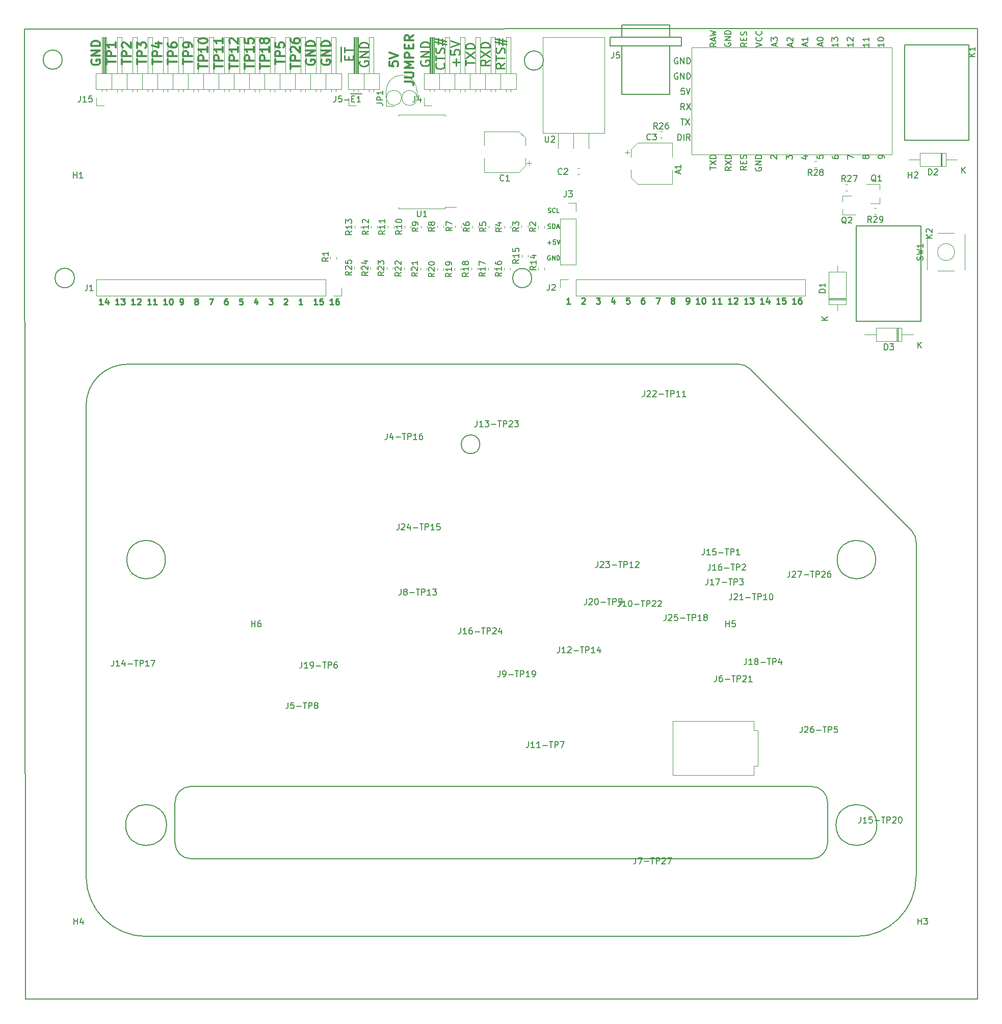
<source format=gto>
G04 #@! TF.GenerationSoftware,KiCad,Pcbnew,(5.1.5)-3*
G04 #@! TF.CreationDate,2020-04-06T11:34:40+02:00*
G04 #@! TF.ProjectId,carecasetester,63617265-6361-4736-9574-65737465722e,rev?*
G04 #@! TF.SameCoordinates,Original*
G04 #@! TF.FileFunction,Legend,Top*
G04 #@! TF.FilePolarity,Positive*
%FSLAX46Y46*%
G04 Gerber Fmt 4.6, Leading zero omitted, Abs format (unit mm)*
G04 Created by KiCad (PCBNEW (5.1.5)-3) date 2020-04-06 11:34:40*
%MOMM*%
%LPD*%
G04 APERTURE LIST*
%ADD10C,0.300000*%
%ADD11C,0.250000*%
%ADD12C,0.187500*%
%ADD13C,0.200000*%
%ADD14C,0.100000*%
%ADD15C,0.120000*%
%ADD16C,0.150000*%
G04 APERTURE END LIST*
D10*
X137583571Y-14795714D02*
X137583571Y-15510000D01*
X138297857Y-15581428D01*
X138226428Y-15510000D01*
X138155000Y-15367142D01*
X138155000Y-15010000D01*
X138226428Y-14867142D01*
X138297857Y-14795714D01*
X138440714Y-14724285D01*
X138797857Y-14724285D01*
X138940714Y-14795714D01*
X139012142Y-14867142D01*
X139083571Y-15010000D01*
X139083571Y-15367142D01*
X139012142Y-15510000D01*
X138940714Y-15581428D01*
X137583571Y-14295714D02*
X139083571Y-13795714D01*
X137583571Y-13295714D01*
X140133571Y-18117142D02*
X141205000Y-18117142D01*
X141419285Y-18188571D01*
X141562142Y-18331428D01*
X141633571Y-18545714D01*
X141633571Y-18688571D01*
X140133571Y-17402857D02*
X141347857Y-17402857D01*
X141490714Y-17331428D01*
X141562142Y-17260000D01*
X141633571Y-17117142D01*
X141633571Y-16831428D01*
X141562142Y-16688571D01*
X141490714Y-16617142D01*
X141347857Y-16545714D01*
X140133571Y-16545714D01*
X141633571Y-15831428D02*
X140133571Y-15831428D01*
X141205000Y-15331428D01*
X140133571Y-14831428D01*
X141633571Y-14831428D01*
X141633571Y-14117142D02*
X140133571Y-14117142D01*
X140133571Y-13545714D01*
X140205000Y-13402857D01*
X140276428Y-13331428D01*
X140419285Y-13260000D01*
X140633571Y-13260000D01*
X140776428Y-13331428D01*
X140847857Y-13402857D01*
X140919285Y-13545714D01*
X140919285Y-14117142D01*
X140847857Y-12617142D02*
X140847857Y-12117142D01*
X141633571Y-11902857D02*
X141633571Y-12617142D01*
X140133571Y-12617142D01*
X140133571Y-11902857D01*
X141633571Y-10402857D02*
X140919285Y-10902857D01*
X141633571Y-11260000D02*
X140133571Y-11260000D01*
X140133571Y-10688571D01*
X140205000Y-10545714D01*
X140276428Y-10474285D01*
X140419285Y-10402857D01*
X140633571Y-10402857D01*
X140776428Y-10474285D01*
X140847857Y-10545714D01*
X140919285Y-10688571D01*
X140919285Y-11260000D01*
D11*
X129565000Y-14810000D02*
X129565000Y-13452857D01*
X130862857Y-14452857D02*
X130862857Y-13952857D01*
X131648571Y-13738571D02*
X131648571Y-14452857D01*
X130148571Y-14452857D01*
X130148571Y-13738571D01*
X129565000Y-13452857D02*
X129565000Y-12310000D01*
X130148571Y-13310000D02*
X130148571Y-12452857D01*
X131648571Y-12881428D02*
X130148571Y-12881428D01*
X132720000Y-14702857D02*
X132648571Y-14845714D01*
X132648571Y-15060000D01*
X132720000Y-15274285D01*
X132862857Y-15417142D01*
X133005714Y-15488571D01*
X133291428Y-15560000D01*
X133505714Y-15560000D01*
X133791428Y-15488571D01*
X133934285Y-15417142D01*
X134077142Y-15274285D01*
X134148571Y-15060000D01*
X134148571Y-14917142D01*
X134077142Y-14702857D01*
X134005714Y-14631428D01*
X133505714Y-14631428D01*
X133505714Y-14917142D01*
X134148571Y-13988571D02*
X132648571Y-13988571D01*
X134148571Y-13131428D01*
X132648571Y-13131428D01*
X134148571Y-12417142D02*
X132648571Y-12417142D01*
X132648571Y-12060000D01*
X132720000Y-11845714D01*
X132862857Y-11702857D01*
X133005714Y-11631428D01*
X133291428Y-11560000D01*
X133505714Y-11560000D01*
X133791428Y-11631428D01*
X133934285Y-11702857D01*
X134077142Y-11845714D01*
X134148571Y-12060000D01*
X134148571Y-12417142D01*
X142860000Y-14642857D02*
X142788571Y-14785714D01*
X142788571Y-15000000D01*
X142860000Y-15214285D01*
X143002857Y-15357142D01*
X143145714Y-15428571D01*
X143431428Y-15500000D01*
X143645714Y-15500000D01*
X143931428Y-15428571D01*
X144074285Y-15357142D01*
X144217142Y-15214285D01*
X144288571Y-15000000D01*
X144288571Y-14857142D01*
X144217142Y-14642857D01*
X144145714Y-14571428D01*
X143645714Y-14571428D01*
X143645714Y-14857142D01*
X144288571Y-13928571D02*
X142788571Y-13928571D01*
X144288571Y-13071428D01*
X142788571Y-13071428D01*
X144288571Y-12357142D02*
X142788571Y-12357142D01*
X142788571Y-12000000D01*
X142860000Y-11785714D01*
X143002857Y-11642857D01*
X143145714Y-11571428D01*
X143431428Y-11500000D01*
X143645714Y-11500000D01*
X143931428Y-11571428D01*
X144074285Y-11642857D01*
X144217142Y-11785714D01*
X144288571Y-12000000D01*
X144288571Y-12357142D01*
X146645714Y-15071428D02*
X146717142Y-15142857D01*
X146788571Y-15357142D01*
X146788571Y-15500000D01*
X146717142Y-15714285D01*
X146574285Y-15857142D01*
X146431428Y-15928571D01*
X146145714Y-16000000D01*
X145931428Y-16000000D01*
X145645714Y-15928571D01*
X145502857Y-15857142D01*
X145360000Y-15714285D01*
X145288571Y-15500000D01*
X145288571Y-15357142D01*
X145360000Y-15142857D01*
X145431428Y-15071428D01*
X145288571Y-14642857D02*
X145288571Y-13785714D01*
X146788571Y-14214285D02*
X145288571Y-14214285D01*
X146717142Y-13357142D02*
X146788571Y-13142857D01*
X146788571Y-12785714D01*
X146717142Y-12642857D01*
X146645714Y-12571428D01*
X146502857Y-12500000D01*
X146360000Y-12500000D01*
X146217142Y-12571428D01*
X146145714Y-12642857D01*
X146074285Y-12785714D01*
X146002857Y-13071428D01*
X145931428Y-13214285D01*
X145860000Y-13285714D01*
X145717142Y-13357142D01*
X145574285Y-13357142D01*
X145431428Y-13285714D01*
X145360000Y-13214285D01*
X145288571Y-13071428D01*
X145288571Y-12714285D01*
X145360000Y-12500000D01*
X145788571Y-11928571D02*
X145788571Y-10857142D01*
X145145714Y-11500000D02*
X147074285Y-11928571D01*
X146431428Y-11000000D02*
X146431428Y-12071428D01*
X147074285Y-11428571D02*
X145145714Y-11000000D01*
X148717142Y-15428571D02*
X148717142Y-14285714D01*
X149288571Y-14857142D02*
X148145714Y-14857142D01*
X147788571Y-12857142D02*
X147788571Y-13571428D01*
X148502857Y-13642857D01*
X148431428Y-13571428D01*
X148360000Y-13428571D01*
X148360000Y-13071428D01*
X148431428Y-12928571D01*
X148502857Y-12857142D01*
X148645714Y-12785714D01*
X149002857Y-12785714D01*
X149145714Y-12857142D01*
X149217142Y-12928571D01*
X149288571Y-13071428D01*
X149288571Y-13428571D01*
X149217142Y-13571428D01*
X149145714Y-13642857D01*
X147788571Y-12357142D02*
X149288571Y-11857142D01*
X147788571Y-11357142D01*
X150288571Y-15392857D02*
X150288571Y-14535714D01*
X151788571Y-14964285D02*
X150288571Y-14964285D01*
X150288571Y-14178571D02*
X151788571Y-13178571D01*
X150288571Y-13178571D02*
X151788571Y-14178571D01*
X151788571Y-12607142D02*
X150288571Y-12607142D01*
X150288571Y-12250000D01*
X150360000Y-12035714D01*
X150502857Y-11892857D01*
X150645714Y-11821428D01*
X150931428Y-11750000D01*
X151145714Y-11750000D01*
X151431428Y-11821428D01*
X151574285Y-11892857D01*
X151717142Y-12035714D01*
X151788571Y-12250000D01*
X151788571Y-12607142D01*
X154288571Y-14500000D02*
X153574285Y-15000000D01*
X154288571Y-15357142D02*
X152788571Y-15357142D01*
X152788571Y-14785714D01*
X152860000Y-14642857D01*
X152931428Y-14571428D01*
X153074285Y-14500000D01*
X153288571Y-14500000D01*
X153431428Y-14571428D01*
X153502857Y-14642857D01*
X153574285Y-14785714D01*
X153574285Y-15357142D01*
X152788571Y-14000000D02*
X154288571Y-13000000D01*
X152788571Y-13000000D02*
X154288571Y-14000000D01*
X154288571Y-12428571D02*
X152788571Y-12428571D01*
X152788571Y-12071428D01*
X152860000Y-11857142D01*
X153002857Y-11714285D01*
X153145714Y-11642857D01*
X153431428Y-11571428D01*
X153645714Y-11571428D01*
X153931428Y-11642857D01*
X154074285Y-11714285D01*
X154217142Y-11857142D01*
X154288571Y-12071428D01*
X154288571Y-12428571D01*
X156788571Y-15071428D02*
X156074285Y-15571428D01*
X156788571Y-15928571D02*
X155288571Y-15928571D01*
X155288571Y-15357142D01*
X155360000Y-15214285D01*
X155431428Y-15142857D01*
X155574285Y-15071428D01*
X155788571Y-15071428D01*
X155931428Y-15142857D01*
X156002857Y-15214285D01*
X156074285Y-15357142D01*
X156074285Y-15928571D01*
X155288571Y-14642857D02*
X155288571Y-13785714D01*
X156788571Y-14214285D02*
X155288571Y-14214285D01*
X156717142Y-13357142D02*
X156788571Y-13142857D01*
X156788571Y-12785714D01*
X156717142Y-12642857D01*
X156645714Y-12571428D01*
X156502857Y-12500000D01*
X156360000Y-12500000D01*
X156217142Y-12571428D01*
X156145714Y-12642857D01*
X156074285Y-12785714D01*
X156002857Y-13071428D01*
X155931428Y-13214285D01*
X155860000Y-13285714D01*
X155717142Y-13357142D01*
X155574285Y-13357142D01*
X155431428Y-13285714D01*
X155360000Y-13214285D01*
X155288571Y-13071428D01*
X155288571Y-12714285D01*
X155360000Y-12500000D01*
X155788571Y-11928571D02*
X155788571Y-10857142D01*
X155145714Y-11500000D02*
X157074285Y-11928571D01*
X156431428Y-11000000D02*
X156431428Y-12071428D01*
X157074285Y-11428571D02*
X155145714Y-11000000D01*
D10*
X88135000Y-14482857D02*
X88063571Y-14625714D01*
X88063571Y-14840000D01*
X88135000Y-15054285D01*
X88277857Y-15197142D01*
X88420714Y-15268571D01*
X88706428Y-15340000D01*
X88920714Y-15340000D01*
X89206428Y-15268571D01*
X89349285Y-15197142D01*
X89492142Y-15054285D01*
X89563571Y-14840000D01*
X89563571Y-14697142D01*
X89492142Y-14482857D01*
X89420714Y-14411428D01*
X88920714Y-14411428D01*
X88920714Y-14697142D01*
X89563571Y-13768571D02*
X88063571Y-13768571D01*
X89563571Y-12911428D01*
X88063571Y-12911428D01*
X89563571Y-12197142D02*
X88063571Y-12197142D01*
X88063571Y-11840000D01*
X88135000Y-11625714D01*
X88277857Y-11482857D01*
X88420714Y-11411428D01*
X88706428Y-11340000D01*
X88920714Y-11340000D01*
X89206428Y-11411428D01*
X89349285Y-11482857D01*
X89492142Y-11625714D01*
X89563571Y-11840000D01*
X89563571Y-12197142D01*
X90613571Y-15232857D02*
X90613571Y-14375714D01*
X92113571Y-14804285D02*
X90613571Y-14804285D01*
X92113571Y-13875714D02*
X90613571Y-13875714D01*
X90613571Y-13304285D01*
X90685000Y-13161428D01*
X90756428Y-13090000D01*
X90899285Y-13018571D01*
X91113571Y-13018571D01*
X91256428Y-13090000D01*
X91327857Y-13161428D01*
X91399285Y-13304285D01*
X91399285Y-13875714D01*
X92113571Y-11590000D02*
X92113571Y-12447142D01*
X92113571Y-12018571D02*
X90613571Y-12018571D01*
X90827857Y-12161428D01*
X90970714Y-12304285D01*
X91042142Y-12447142D01*
X93163571Y-15232857D02*
X93163571Y-14375714D01*
X94663571Y-14804285D02*
X93163571Y-14804285D01*
X94663571Y-13875714D02*
X93163571Y-13875714D01*
X93163571Y-13304285D01*
X93235000Y-13161428D01*
X93306428Y-13090000D01*
X93449285Y-13018571D01*
X93663571Y-13018571D01*
X93806428Y-13090000D01*
X93877857Y-13161428D01*
X93949285Y-13304285D01*
X93949285Y-13875714D01*
X93306428Y-12447142D02*
X93235000Y-12375714D01*
X93163571Y-12232857D01*
X93163571Y-11875714D01*
X93235000Y-11732857D01*
X93306428Y-11661428D01*
X93449285Y-11590000D01*
X93592142Y-11590000D01*
X93806428Y-11661428D01*
X94663571Y-12518571D01*
X94663571Y-11590000D01*
X95713571Y-15232857D02*
X95713571Y-14375714D01*
X97213571Y-14804285D02*
X95713571Y-14804285D01*
X97213571Y-13875714D02*
X95713571Y-13875714D01*
X95713571Y-13304285D01*
X95785000Y-13161428D01*
X95856428Y-13090000D01*
X95999285Y-13018571D01*
X96213571Y-13018571D01*
X96356428Y-13090000D01*
X96427857Y-13161428D01*
X96499285Y-13304285D01*
X96499285Y-13875714D01*
X95713571Y-12518571D02*
X95713571Y-11590000D01*
X96285000Y-12090000D01*
X96285000Y-11875714D01*
X96356428Y-11732857D01*
X96427857Y-11661428D01*
X96570714Y-11590000D01*
X96927857Y-11590000D01*
X97070714Y-11661428D01*
X97142142Y-11732857D01*
X97213571Y-11875714D01*
X97213571Y-12304285D01*
X97142142Y-12447142D01*
X97070714Y-12518571D01*
X98263571Y-15232857D02*
X98263571Y-14375714D01*
X99763571Y-14804285D02*
X98263571Y-14804285D01*
X99763571Y-13875714D02*
X98263571Y-13875714D01*
X98263571Y-13304285D01*
X98335000Y-13161428D01*
X98406428Y-13090000D01*
X98549285Y-13018571D01*
X98763571Y-13018571D01*
X98906428Y-13090000D01*
X98977857Y-13161428D01*
X99049285Y-13304285D01*
X99049285Y-13875714D01*
X98763571Y-11732857D02*
X99763571Y-11732857D01*
X98192142Y-12090000D02*
X99263571Y-12447142D01*
X99263571Y-11518571D01*
X100813571Y-15232857D02*
X100813571Y-14375714D01*
X102313571Y-14804285D02*
X100813571Y-14804285D01*
X102313571Y-13875714D02*
X100813571Y-13875714D01*
X100813571Y-13304285D01*
X100885000Y-13161428D01*
X100956428Y-13090000D01*
X101099285Y-13018571D01*
X101313571Y-13018571D01*
X101456428Y-13090000D01*
X101527857Y-13161428D01*
X101599285Y-13304285D01*
X101599285Y-13875714D01*
X100813571Y-11732857D02*
X100813571Y-12018571D01*
X100885000Y-12161428D01*
X100956428Y-12232857D01*
X101170714Y-12375714D01*
X101456428Y-12447142D01*
X102027857Y-12447142D01*
X102170714Y-12375714D01*
X102242142Y-12304285D01*
X102313571Y-12161428D01*
X102313571Y-11875714D01*
X102242142Y-11732857D01*
X102170714Y-11661428D01*
X102027857Y-11590000D01*
X101670714Y-11590000D01*
X101527857Y-11661428D01*
X101456428Y-11732857D01*
X101385000Y-11875714D01*
X101385000Y-12161428D01*
X101456428Y-12304285D01*
X101527857Y-12375714D01*
X101670714Y-12447142D01*
X103363571Y-15232857D02*
X103363571Y-14375714D01*
X104863571Y-14804285D02*
X103363571Y-14804285D01*
X104863571Y-13875714D02*
X103363571Y-13875714D01*
X103363571Y-13304285D01*
X103435000Y-13161428D01*
X103506428Y-13090000D01*
X103649285Y-13018571D01*
X103863571Y-13018571D01*
X104006428Y-13090000D01*
X104077857Y-13161428D01*
X104149285Y-13304285D01*
X104149285Y-13875714D01*
X104863571Y-12304285D02*
X104863571Y-12018571D01*
X104792142Y-11875714D01*
X104720714Y-11804285D01*
X104506428Y-11661428D01*
X104220714Y-11590000D01*
X103649285Y-11590000D01*
X103506428Y-11661428D01*
X103435000Y-11732857D01*
X103363571Y-11875714D01*
X103363571Y-12161428D01*
X103435000Y-12304285D01*
X103506428Y-12375714D01*
X103649285Y-12447142D01*
X104006428Y-12447142D01*
X104149285Y-12375714D01*
X104220714Y-12304285D01*
X104292142Y-12161428D01*
X104292142Y-11875714D01*
X104220714Y-11732857D01*
X104149285Y-11661428D01*
X104006428Y-11590000D01*
X105913571Y-15947142D02*
X105913571Y-15090000D01*
X107413571Y-15518571D02*
X105913571Y-15518571D01*
X107413571Y-14590000D02*
X105913571Y-14590000D01*
X105913571Y-14018571D01*
X105985000Y-13875714D01*
X106056428Y-13804285D01*
X106199285Y-13732857D01*
X106413571Y-13732857D01*
X106556428Y-13804285D01*
X106627857Y-13875714D01*
X106699285Y-14018571D01*
X106699285Y-14590000D01*
X107413571Y-12304285D02*
X107413571Y-13161428D01*
X107413571Y-12732857D02*
X105913571Y-12732857D01*
X106127857Y-12875714D01*
X106270714Y-13018571D01*
X106342142Y-13161428D01*
X105913571Y-11375714D02*
X105913571Y-11232857D01*
X105985000Y-11090000D01*
X106056428Y-11018571D01*
X106199285Y-10947142D01*
X106485000Y-10875714D01*
X106842142Y-10875714D01*
X107127857Y-10947142D01*
X107270714Y-11018571D01*
X107342142Y-11090000D01*
X107413571Y-11232857D01*
X107413571Y-11375714D01*
X107342142Y-11518571D01*
X107270714Y-11590000D01*
X107127857Y-11661428D01*
X106842142Y-11732857D01*
X106485000Y-11732857D01*
X106199285Y-11661428D01*
X106056428Y-11590000D01*
X105985000Y-11518571D01*
X105913571Y-11375714D01*
X108463571Y-15947142D02*
X108463571Y-15090000D01*
X109963571Y-15518571D02*
X108463571Y-15518571D01*
X109963571Y-14590000D02*
X108463571Y-14590000D01*
X108463571Y-14018571D01*
X108535000Y-13875714D01*
X108606428Y-13804285D01*
X108749285Y-13732857D01*
X108963571Y-13732857D01*
X109106428Y-13804285D01*
X109177857Y-13875714D01*
X109249285Y-14018571D01*
X109249285Y-14590000D01*
X109963571Y-12304285D02*
X109963571Y-13161428D01*
X109963571Y-12732857D02*
X108463571Y-12732857D01*
X108677857Y-12875714D01*
X108820714Y-13018571D01*
X108892142Y-13161428D01*
X109963571Y-10875714D02*
X109963571Y-11732857D01*
X109963571Y-11304285D02*
X108463571Y-11304285D01*
X108677857Y-11447142D01*
X108820714Y-11590000D01*
X108892142Y-11732857D01*
X111013571Y-15947142D02*
X111013571Y-15090000D01*
X112513571Y-15518571D02*
X111013571Y-15518571D01*
X112513571Y-14590000D02*
X111013571Y-14590000D01*
X111013571Y-14018571D01*
X111085000Y-13875714D01*
X111156428Y-13804285D01*
X111299285Y-13732857D01*
X111513571Y-13732857D01*
X111656428Y-13804285D01*
X111727857Y-13875714D01*
X111799285Y-14018571D01*
X111799285Y-14590000D01*
X112513571Y-12304285D02*
X112513571Y-13161428D01*
X112513571Y-12732857D02*
X111013571Y-12732857D01*
X111227857Y-12875714D01*
X111370714Y-13018571D01*
X111442142Y-13161428D01*
X111156428Y-11732857D02*
X111085000Y-11661428D01*
X111013571Y-11518571D01*
X111013571Y-11161428D01*
X111085000Y-11018571D01*
X111156428Y-10947142D01*
X111299285Y-10875714D01*
X111442142Y-10875714D01*
X111656428Y-10947142D01*
X112513571Y-11804285D01*
X112513571Y-10875714D01*
X113563571Y-15947142D02*
X113563571Y-15090000D01*
X115063571Y-15518571D02*
X113563571Y-15518571D01*
X115063571Y-14590000D02*
X113563571Y-14590000D01*
X113563571Y-14018571D01*
X113635000Y-13875714D01*
X113706428Y-13804285D01*
X113849285Y-13732857D01*
X114063571Y-13732857D01*
X114206428Y-13804285D01*
X114277857Y-13875714D01*
X114349285Y-14018571D01*
X114349285Y-14590000D01*
X115063571Y-12304285D02*
X115063571Y-13161428D01*
X115063571Y-12732857D02*
X113563571Y-12732857D01*
X113777857Y-12875714D01*
X113920714Y-13018571D01*
X113992142Y-13161428D01*
X113563571Y-10947142D02*
X113563571Y-11661428D01*
X114277857Y-11732857D01*
X114206428Y-11661428D01*
X114135000Y-11518571D01*
X114135000Y-11161428D01*
X114206428Y-11018571D01*
X114277857Y-10947142D01*
X114420714Y-10875714D01*
X114777857Y-10875714D01*
X114920714Y-10947142D01*
X114992142Y-11018571D01*
X115063571Y-11161428D01*
X115063571Y-11518571D01*
X114992142Y-11661428D01*
X114920714Y-11732857D01*
X116113571Y-15947142D02*
X116113571Y-15090000D01*
X117613571Y-15518571D02*
X116113571Y-15518571D01*
X117613571Y-14590000D02*
X116113571Y-14590000D01*
X116113571Y-14018571D01*
X116185000Y-13875714D01*
X116256428Y-13804285D01*
X116399285Y-13732857D01*
X116613571Y-13732857D01*
X116756428Y-13804285D01*
X116827857Y-13875714D01*
X116899285Y-14018571D01*
X116899285Y-14590000D01*
X117613571Y-12304285D02*
X117613571Y-13161428D01*
X117613571Y-12732857D02*
X116113571Y-12732857D01*
X116327857Y-12875714D01*
X116470714Y-13018571D01*
X116542142Y-13161428D01*
X116756428Y-11447142D02*
X116685000Y-11590000D01*
X116613571Y-11661428D01*
X116470714Y-11732857D01*
X116399285Y-11732857D01*
X116256428Y-11661428D01*
X116185000Y-11590000D01*
X116113571Y-11447142D01*
X116113571Y-11161428D01*
X116185000Y-11018571D01*
X116256428Y-10947142D01*
X116399285Y-10875714D01*
X116470714Y-10875714D01*
X116613571Y-10947142D01*
X116685000Y-11018571D01*
X116756428Y-11161428D01*
X116756428Y-11447142D01*
X116827857Y-11590000D01*
X116899285Y-11661428D01*
X117042142Y-11732857D01*
X117327857Y-11732857D01*
X117470714Y-11661428D01*
X117542142Y-11590000D01*
X117613571Y-11447142D01*
X117613571Y-11161428D01*
X117542142Y-11018571D01*
X117470714Y-10947142D01*
X117327857Y-10875714D01*
X117042142Y-10875714D01*
X116899285Y-10947142D01*
X116827857Y-11018571D01*
X116756428Y-11161428D01*
X118663571Y-15232857D02*
X118663571Y-14375714D01*
X120163571Y-14804285D02*
X118663571Y-14804285D01*
X120163571Y-13875714D02*
X118663571Y-13875714D01*
X118663571Y-13304285D01*
X118735000Y-13161428D01*
X118806428Y-13090000D01*
X118949285Y-13018571D01*
X119163571Y-13018571D01*
X119306428Y-13090000D01*
X119377857Y-13161428D01*
X119449285Y-13304285D01*
X119449285Y-13875714D01*
X118663571Y-11661428D02*
X118663571Y-12375714D01*
X119377857Y-12447142D01*
X119306428Y-12375714D01*
X119235000Y-12232857D01*
X119235000Y-11875714D01*
X119306428Y-11732857D01*
X119377857Y-11661428D01*
X119520714Y-11590000D01*
X119877857Y-11590000D01*
X120020714Y-11661428D01*
X120092142Y-11732857D01*
X120163571Y-11875714D01*
X120163571Y-12232857D01*
X120092142Y-12375714D01*
X120020714Y-12447142D01*
X121213571Y-15947142D02*
X121213571Y-15090000D01*
X122713571Y-15518571D02*
X121213571Y-15518571D01*
X122713571Y-14590000D02*
X121213571Y-14590000D01*
X121213571Y-14018571D01*
X121285000Y-13875714D01*
X121356428Y-13804285D01*
X121499285Y-13732857D01*
X121713571Y-13732857D01*
X121856428Y-13804285D01*
X121927857Y-13875714D01*
X121999285Y-14018571D01*
X121999285Y-14590000D01*
X121356428Y-13161428D02*
X121285000Y-13090000D01*
X121213571Y-12947142D01*
X121213571Y-12590000D01*
X121285000Y-12447142D01*
X121356428Y-12375714D01*
X121499285Y-12304285D01*
X121642142Y-12304285D01*
X121856428Y-12375714D01*
X122713571Y-13232857D01*
X122713571Y-12304285D01*
X121213571Y-11018571D02*
X121213571Y-11304285D01*
X121285000Y-11447142D01*
X121356428Y-11518571D01*
X121570714Y-11661428D01*
X121856428Y-11732857D01*
X122427857Y-11732857D01*
X122570714Y-11661428D01*
X122642142Y-11590000D01*
X122713571Y-11447142D01*
X122713571Y-11161428D01*
X122642142Y-11018571D01*
X122570714Y-10947142D01*
X122427857Y-10875714D01*
X122070714Y-10875714D01*
X121927857Y-10947142D01*
X121856428Y-11018571D01*
X121785000Y-11161428D01*
X121785000Y-11447142D01*
X121856428Y-11590000D01*
X121927857Y-11661428D01*
X122070714Y-11732857D01*
X123835000Y-14482857D02*
X123763571Y-14625714D01*
X123763571Y-14840000D01*
X123835000Y-15054285D01*
X123977857Y-15197142D01*
X124120714Y-15268571D01*
X124406428Y-15340000D01*
X124620714Y-15340000D01*
X124906428Y-15268571D01*
X125049285Y-15197142D01*
X125192142Y-15054285D01*
X125263571Y-14840000D01*
X125263571Y-14697142D01*
X125192142Y-14482857D01*
X125120714Y-14411428D01*
X124620714Y-14411428D01*
X124620714Y-14697142D01*
X125263571Y-13768571D02*
X123763571Y-13768571D01*
X125263571Y-12911428D01*
X123763571Y-12911428D01*
X125263571Y-12197142D02*
X123763571Y-12197142D01*
X123763571Y-11840000D01*
X123835000Y-11625714D01*
X123977857Y-11482857D01*
X124120714Y-11411428D01*
X124406428Y-11340000D01*
X124620714Y-11340000D01*
X124906428Y-11411428D01*
X125049285Y-11482857D01*
X125192142Y-11625714D01*
X125263571Y-11840000D01*
X125263571Y-12197142D01*
X126385000Y-14482857D02*
X126313571Y-14625714D01*
X126313571Y-14840000D01*
X126385000Y-15054285D01*
X126527857Y-15197142D01*
X126670714Y-15268571D01*
X126956428Y-15340000D01*
X127170714Y-15340000D01*
X127456428Y-15268571D01*
X127599285Y-15197142D01*
X127742142Y-15054285D01*
X127813571Y-14840000D01*
X127813571Y-14697142D01*
X127742142Y-14482857D01*
X127670714Y-14411428D01*
X127170714Y-14411428D01*
X127170714Y-14697142D01*
X127813571Y-13768571D02*
X126313571Y-13768571D01*
X127813571Y-12911428D01*
X126313571Y-12911428D01*
X127813571Y-12197142D02*
X126313571Y-12197142D01*
X126313571Y-11840000D01*
X126385000Y-11625714D01*
X126527857Y-11482857D01*
X126670714Y-11411428D01*
X126956428Y-11340000D01*
X127170714Y-11340000D01*
X127456428Y-11411428D01*
X127599285Y-11482857D01*
X127742142Y-11625714D01*
X127813571Y-11840000D01*
X127813571Y-12197142D01*
D12*
X163997142Y-39816071D02*
X164104285Y-39851785D01*
X164282857Y-39851785D01*
X164354285Y-39816071D01*
X164390000Y-39780357D01*
X164425714Y-39708928D01*
X164425714Y-39637500D01*
X164390000Y-39566071D01*
X164354285Y-39530357D01*
X164282857Y-39494642D01*
X164140000Y-39458928D01*
X164068571Y-39423214D01*
X164032857Y-39387500D01*
X163997142Y-39316071D01*
X163997142Y-39244642D01*
X164032857Y-39173214D01*
X164068571Y-39137500D01*
X164140000Y-39101785D01*
X164318571Y-39101785D01*
X164425714Y-39137500D01*
X165175714Y-39780357D02*
X165140000Y-39816071D01*
X165032857Y-39851785D01*
X164961428Y-39851785D01*
X164854285Y-39816071D01*
X164782857Y-39744642D01*
X164747142Y-39673214D01*
X164711428Y-39530357D01*
X164711428Y-39423214D01*
X164747142Y-39280357D01*
X164782857Y-39208928D01*
X164854285Y-39137500D01*
X164961428Y-39101785D01*
X165032857Y-39101785D01*
X165140000Y-39137500D01*
X165175714Y-39173214D01*
X165854285Y-39851785D02*
X165497142Y-39851785D01*
X165497142Y-39101785D01*
X163979285Y-42441071D02*
X164086428Y-42476785D01*
X164265000Y-42476785D01*
X164336428Y-42441071D01*
X164372142Y-42405357D01*
X164407857Y-42333928D01*
X164407857Y-42262500D01*
X164372142Y-42191071D01*
X164336428Y-42155357D01*
X164265000Y-42119642D01*
X164122142Y-42083928D01*
X164050714Y-42048214D01*
X164015000Y-42012500D01*
X163979285Y-41941071D01*
X163979285Y-41869642D01*
X164015000Y-41798214D01*
X164050714Y-41762500D01*
X164122142Y-41726785D01*
X164300714Y-41726785D01*
X164407857Y-41762500D01*
X164729285Y-42476785D02*
X164729285Y-41726785D01*
X164907857Y-41726785D01*
X165015000Y-41762500D01*
X165086428Y-41833928D01*
X165122142Y-41905357D01*
X165157857Y-42048214D01*
X165157857Y-42155357D01*
X165122142Y-42298214D01*
X165086428Y-42369642D01*
X165015000Y-42441071D01*
X164907857Y-42476785D01*
X164729285Y-42476785D01*
X165443571Y-42262500D02*
X165800714Y-42262500D01*
X165372142Y-42476785D02*
X165622142Y-41726785D01*
X165872142Y-42476785D01*
X163925714Y-44816071D02*
X164497142Y-44816071D01*
X164211428Y-45101785D02*
X164211428Y-44530357D01*
X165211428Y-44351785D02*
X164854285Y-44351785D01*
X164818571Y-44708928D01*
X164854285Y-44673214D01*
X164925714Y-44637500D01*
X165104285Y-44637500D01*
X165175714Y-44673214D01*
X165211428Y-44708928D01*
X165247142Y-44780357D01*
X165247142Y-44958928D01*
X165211428Y-45030357D01*
X165175714Y-45066071D01*
X165104285Y-45101785D01*
X164925714Y-45101785D01*
X164854285Y-45066071D01*
X164818571Y-45030357D01*
X165461428Y-44351785D02*
X165711428Y-45101785D01*
X165961428Y-44351785D01*
X164318571Y-47012500D02*
X164247142Y-46976785D01*
X164140000Y-46976785D01*
X164032857Y-47012500D01*
X163961428Y-47083928D01*
X163925714Y-47155357D01*
X163890000Y-47298214D01*
X163890000Y-47405357D01*
X163925714Y-47548214D01*
X163961428Y-47619642D01*
X164032857Y-47691071D01*
X164140000Y-47726785D01*
X164211428Y-47726785D01*
X164318571Y-47691071D01*
X164354285Y-47655357D01*
X164354285Y-47405357D01*
X164211428Y-47405357D01*
X164675714Y-47726785D02*
X164675714Y-46976785D01*
X165104285Y-47726785D01*
X165104285Y-46976785D01*
X165461428Y-47726785D02*
X165461428Y-46976785D01*
X165640000Y-46976785D01*
X165747142Y-47012500D01*
X165818571Y-47083928D01*
X165854285Y-47155357D01*
X165890000Y-47298214D01*
X165890000Y-47405357D01*
X165854285Y-47548214D01*
X165818571Y-47619642D01*
X165747142Y-47691071D01*
X165640000Y-47726785D01*
X165461428Y-47726785D01*
D11*
X90026666Y-55122380D02*
X89455238Y-55122380D01*
X89740952Y-55122380D02*
X89740952Y-54122380D01*
X89645714Y-54265238D01*
X89550476Y-54360476D01*
X89455238Y-54408095D01*
X90883809Y-54455714D02*
X90883809Y-55122380D01*
X90645714Y-54074761D02*
X90407619Y-54789047D01*
X91026666Y-54789047D01*
X92693333Y-55122380D02*
X92121904Y-55122380D01*
X92407619Y-55122380D02*
X92407619Y-54122380D01*
X92312380Y-54265238D01*
X92217142Y-54360476D01*
X92121904Y-54408095D01*
X93026666Y-54122380D02*
X93645714Y-54122380D01*
X93312380Y-54503333D01*
X93455238Y-54503333D01*
X93550476Y-54550952D01*
X93598095Y-54598571D01*
X93645714Y-54693809D01*
X93645714Y-54931904D01*
X93598095Y-55027142D01*
X93550476Y-55074761D01*
X93455238Y-55122380D01*
X93169523Y-55122380D01*
X93074285Y-55074761D01*
X93026666Y-55027142D01*
X95360000Y-55122380D02*
X94788571Y-55122380D01*
X95074285Y-55122380D02*
X95074285Y-54122380D01*
X94979047Y-54265238D01*
X94883809Y-54360476D01*
X94788571Y-54408095D01*
X95740952Y-54217619D02*
X95788571Y-54170000D01*
X95883809Y-54122380D01*
X96121904Y-54122380D01*
X96217142Y-54170000D01*
X96264761Y-54217619D01*
X96312380Y-54312857D01*
X96312380Y-54408095D01*
X96264761Y-54550952D01*
X95693333Y-55122380D01*
X96312380Y-55122380D01*
X98026666Y-55122380D02*
X97455238Y-55122380D01*
X97740952Y-55122380D02*
X97740952Y-54122380D01*
X97645714Y-54265238D01*
X97550476Y-54360476D01*
X97455238Y-54408095D01*
X98979047Y-55122380D02*
X98407619Y-55122380D01*
X98693333Y-55122380D02*
X98693333Y-54122380D01*
X98598095Y-54265238D01*
X98502857Y-54360476D01*
X98407619Y-54408095D01*
X100693333Y-55122380D02*
X100121904Y-55122380D01*
X100407619Y-55122380D02*
X100407619Y-54122380D01*
X100312380Y-54265238D01*
X100217142Y-54360476D01*
X100121904Y-54408095D01*
X101312380Y-54122380D02*
X101407619Y-54122380D01*
X101502857Y-54170000D01*
X101550476Y-54217619D01*
X101598095Y-54312857D01*
X101645714Y-54503333D01*
X101645714Y-54741428D01*
X101598095Y-54931904D01*
X101550476Y-55027142D01*
X101502857Y-55074761D01*
X101407619Y-55122380D01*
X101312380Y-55122380D01*
X101217142Y-55074761D01*
X101169523Y-55027142D01*
X101121904Y-54931904D01*
X101074285Y-54741428D01*
X101074285Y-54503333D01*
X101121904Y-54312857D01*
X101169523Y-54217619D01*
X101217142Y-54170000D01*
X101312380Y-54122380D01*
X102883809Y-55122380D02*
X103074285Y-55122380D01*
X103169523Y-55074761D01*
X103217142Y-55027142D01*
X103312380Y-54884285D01*
X103360000Y-54693809D01*
X103360000Y-54312857D01*
X103312380Y-54217619D01*
X103264761Y-54170000D01*
X103169523Y-54122380D01*
X102979047Y-54122380D01*
X102883809Y-54170000D01*
X102836190Y-54217619D01*
X102788571Y-54312857D01*
X102788571Y-54550952D01*
X102836190Y-54646190D01*
X102883809Y-54693809D01*
X102979047Y-54741428D01*
X103169523Y-54741428D01*
X103264761Y-54693809D01*
X103312380Y-54646190D01*
X103360000Y-54550952D01*
X105455238Y-54550952D02*
X105360000Y-54503333D01*
X105312380Y-54455714D01*
X105264761Y-54360476D01*
X105264761Y-54312857D01*
X105312380Y-54217619D01*
X105360000Y-54170000D01*
X105455238Y-54122380D01*
X105645714Y-54122380D01*
X105740952Y-54170000D01*
X105788571Y-54217619D01*
X105836190Y-54312857D01*
X105836190Y-54360476D01*
X105788571Y-54455714D01*
X105740952Y-54503333D01*
X105645714Y-54550952D01*
X105455238Y-54550952D01*
X105360000Y-54598571D01*
X105312380Y-54646190D01*
X105264761Y-54741428D01*
X105264761Y-54931904D01*
X105312380Y-55027142D01*
X105360000Y-55074761D01*
X105455238Y-55122380D01*
X105645714Y-55122380D01*
X105740952Y-55074761D01*
X105788571Y-55027142D01*
X105836190Y-54931904D01*
X105836190Y-54741428D01*
X105788571Y-54646190D01*
X105740952Y-54598571D01*
X105645714Y-54550952D01*
X107693333Y-54122380D02*
X108360000Y-54122380D01*
X107931428Y-55122380D01*
X110693333Y-54122380D02*
X110502857Y-54122380D01*
X110407619Y-54170000D01*
X110360000Y-54217619D01*
X110264761Y-54360476D01*
X110217142Y-54550952D01*
X110217142Y-54931904D01*
X110264761Y-55027142D01*
X110312380Y-55074761D01*
X110407619Y-55122380D01*
X110598095Y-55122380D01*
X110693333Y-55074761D01*
X110740952Y-55027142D01*
X110788571Y-54931904D01*
X110788571Y-54693809D01*
X110740952Y-54598571D01*
X110693333Y-54550952D01*
X110598095Y-54503333D01*
X110407619Y-54503333D01*
X110312380Y-54550952D01*
X110264761Y-54598571D01*
X110217142Y-54693809D01*
X113217142Y-54122380D02*
X112740952Y-54122380D01*
X112693333Y-54598571D01*
X112740952Y-54550952D01*
X112836190Y-54503333D01*
X113074285Y-54503333D01*
X113169523Y-54550952D01*
X113217142Y-54598571D01*
X113264761Y-54693809D01*
X113264761Y-54931904D01*
X113217142Y-55027142D01*
X113169523Y-55074761D01*
X113074285Y-55122380D01*
X112836190Y-55122380D01*
X112740952Y-55074761D01*
X112693333Y-55027142D01*
X115645714Y-54455714D02*
X115645714Y-55122380D01*
X115407619Y-54074761D02*
X115169523Y-54789047D01*
X115788571Y-54789047D01*
X117598095Y-54122380D02*
X118217142Y-54122380D01*
X117883809Y-54503333D01*
X118026666Y-54503333D01*
X118121904Y-54550952D01*
X118169523Y-54598571D01*
X118217142Y-54693809D01*
X118217142Y-54931904D01*
X118169523Y-55027142D01*
X118121904Y-55074761D01*
X118026666Y-55122380D01*
X117740952Y-55122380D01*
X117645714Y-55074761D01*
X117598095Y-55027142D01*
X120121904Y-54217619D02*
X120169523Y-54170000D01*
X120264761Y-54122380D01*
X120502857Y-54122380D01*
X120598095Y-54170000D01*
X120645714Y-54217619D01*
X120693333Y-54312857D01*
X120693333Y-54408095D01*
X120645714Y-54550952D01*
X120074285Y-55122380D01*
X120693333Y-55122380D01*
X123169523Y-55122380D02*
X122598095Y-55122380D01*
X122883809Y-55122380D02*
X122883809Y-54122380D01*
X122788571Y-54265238D01*
X122693333Y-54360476D01*
X122598095Y-54408095D01*
X125645714Y-55122380D02*
X125074285Y-55122380D01*
X125359999Y-55122380D02*
X125359999Y-54122380D01*
X125264761Y-54265238D01*
X125169523Y-54360476D01*
X125074285Y-54408095D01*
X126550476Y-54122380D02*
X126074285Y-54122380D01*
X126026666Y-54598571D01*
X126074285Y-54550952D01*
X126169523Y-54503333D01*
X126407619Y-54503333D01*
X126502857Y-54550952D01*
X126550476Y-54598571D01*
X126598095Y-54693809D01*
X126598095Y-54931904D01*
X126550476Y-55027142D01*
X126502857Y-55074761D01*
X126407619Y-55122380D01*
X126169523Y-55122380D01*
X126074285Y-55074761D01*
X126026666Y-55027142D01*
X128312380Y-55122380D02*
X127740952Y-55122380D01*
X128026666Y-55122380D02*
X128026666Y-54122380D01*
X127931428Y-54265238D01*
X127836190Y-54360476D01*
X127740952Y-54408095D01*
X129169523Y-54122380D02*
X128979047Y-54122380D01*
X128883809Y-54170000D01*
X128836190Y-54217619D01*
X128740952Y-54360476D01*
X128693333Y-54550952D01*
X128693333Y-54931904D01*
X128740952Y-55027142D01*
X128788571Y-55074761D01*
X128883809Y-55122380D01*
X129074285Y-55122380D01*
X129169523Y-55074761D01*
X129217142Y-55027142D01*
X129264761Y-54931904D01*
X129264761Y-54693809D01*
X129217142Y-54598571D01*
X129169523Y-54550952D01*
X129074285Y-54503333D01*
X128883809Y-54503333D01*
X128788571Y-54550952D01*
X128740952Y-54598571D01*
X128693333Y-54693809D01*
X167647619Y-54982380D02*
X167076190Y-54982380D01*
X167361904Y-54982380D02*
X167361904Y-53982380D01*
X167266666Y-54125238D01*
X167171428Y-54220476D01*
X167076190Y-54268095D01*
X169552380Y-54077619D02*
X169600000Y-54030000D01*
X169695238Y-53982380D01*
X169933333Y-53982380D01*
X170028571Y-54030000D01*
X170076190Y-54077619D01*
X170123809Y-54172857D01*
X170123809Y-54268095D01*
X170076190Y-54410952D01*
X169504761Y-54982380D01*
X170123809Y-54982380D01*
X171980952Y-53982380D02*
X172600000Y-53982380D01*
X172266666Y-54363333D01*
X172409523Y-54363333D01*
X172504761Y-54410952D01*
X172552380Y-54458571D01*
X172600000Y-54553809D01*
X172600000Y-54791904D01*
X172552380Y-54887142D01*
X172504761Y-54934761D01*
X172409523Y-54982380D01*
X172123809Y-54982380D01*
X172028571Y-54934761D01*
X171980952Y-54887142D01*
X174980952Y-54315714D02*
X174980952Y-54982380D01*
X174742857Y-53934761D02*
X174504761Y-54649047D01*
X175123809Y-54649047D01*
X177504761Y-53982380D02*
X177028571Y-53982380D01*
X176980952Y-54458571D01*
X177028571Y-54410952D01*
X177123809Y-54363333D01*
X177361904Y-54363333D01*
X177457142Y-54410952D01*
X177504761Y-54458571D01*
X177552380Y-54553809D01*
X177552380Y-54791904D01*
X177504761Y-54887142D01*
X177457142Y-54934761D01*
X177361904Y-54982380D01*
X177123809Y-54982380D01*
X177028571Y-54934761D01*
X176980952Y-54887142D01*
X179933333Y-53982380D02*
X179742857Y-53982380D01*
X179647619Y-54030000D01*
X179600000Y-54077619D01*
X179504761Y-54220476D01*
X179457142Y-54410952D01*
X179457142Y-54791904D01*
X179504761Y-54887142D01*
X179552380Y-54934761D01*
X179647619Y-54982380D01*
X179838095Y-54982380D01*
X179933333Y-54934761D01*
X179980952Y-54887142D01*
X180028571Y-54791904D01*
X180028571Y-54553809D01*
X179980952Y-54458571D01*
X179933333Y-54410952D01*
X179838095Y-54363333D01*
X179647619Y-54363333D01*
X179552380Y-54410952D01*
X179504761Y-54458571D01*
X179457142Y-54553809D01*
X181885714Y-53982380D02*
X182552380Y-53982380D01*
X182123809Y-54982380D01*
X184600000Y-54410952D02*
X184504761Y-54363333D01*
X184457142Y-54315714D01*
X184409523Y-54220476D01*
X184409523Y-54172857D01*
X184457142Y-54077619D01*
X184504761Y-54030000D01*
X184600000Y-53982380D01*
X184790476Y-53982380D01*
X184885714Y-54030000D01*
X184933333Y-54077619D01*
X184980952Y-54172857D01*
X184980952Y-54220476D01*
X184933333Y-54315714D01*
X184885714Y-54363333D01*
X184790476Y-54410952D01*
X184600000Y-54410952D01*
X184504761Y-54458571D01*
X184457142Y-54506190D01*
X184409523Y-54601428D01*
X184409523Y-54791904D01*
X184457142Y-54887142D01*
X184504761Y-54934761D01*
X184600000Y-54982380D01*
X184790476Y-54982380D01*
X184885714Y-54934761D01*
X184933333Y-54887142D01*
X184980952Y-54791904D01*
X184980952Y-54601428D01*
X184933333Y-54506190D01*
X184885714Y-54458571D01*
X184790476Y-54410952D01*
X186980952Y-54982380D02*
X187171428Y-54982380D01*
X187266666Y-54934761D01*
X187314285Y-54887142D01*
X187409523Y-54744285D01*
X187457142Y-54553809D01*
X187457142Y-54172857D01*
X187409523Y-54077619D01*
X187361904Y-54030000D01*
X187266666Y-53982380D01*
X187076190Y-53982380D01*
X186980952Y-54030000D01*
X186933333Y-54077619D01*
X186885714Y-54172857D01*
X186885714Y-54410952D01*
X186933333Y-54506190D01*
X186980952Y-54553809D01*
X187076190Y-54601428D01*
X187266666Y-54601428D01*
X187361904Y-54553809D01*
X187409523Y-54506190D01*
X187457142Y-54410952D01*
X189171428Y-54982380D02*
X188600000Y-54982380D01*
X188885714Y-54982380D02*
X188885714Y-53982380D01*
X188790476Y-54125238D01*
X188695238Y-54220476D01*
X188600000Y-54268095D01*
X189790476Y-53982380D02*
X189885714Y-53982380D01*
X189980952Y-54030000D01*
X190028571Y-54077619D01*
X190076190Y-54172857D01*
X190123809Y-54363333D01*
X190123809Y-54601428D01*
X190076190Y-54791904D01*
X190028571Y-54887142D01*
X189980952Y-54934761D01*
X189885714Y-54982380D01*
X189790476Y-54982380D01*
X189695238Y-54934761D01*
X189647619Y-54887142D01*
X189600000Y-54791904D01*
X189552380Y-54601428D01*
X189552380Y-54363333D01*
X189600000Y-54172857D01*
X189647619Y-54077619D01*
X189695238Y-54030000D01*
X189790476Y-53982380D01*
X191838095Y-54982380D02*
X191266666Y-54982380D01*
X191552380Y-54982380D02*
X191552380Y-53982380D01*
X191457142Y-54125238D01*
X191361904Y-54220476D01*
X191266666Y-54268095D01*
X192790476Y-54982380D02*
X192219047Y-54982380D01*
X192504761Y-54982380D02*
X192504761Y-53982380D01*
X192409523Y-54125238D01*
X192314285Y-54220476D01*
X192219047Y-54268095D01*
X194504761Y-54982380D02*
X193933333Y-54982380D01*
X194219047Y-54982380D02*
X194219047Y-53982380D01*
X194123809Y-54125238D01*
X194028571Y-54220476D01*
X193933333Y-54268095D01*
X194885714Y-54077619D02*
X194933333Y-54030000D01*
X195028571Y-53982380D01*
X195266666Y-53982380D01*
X195361904Y-54030000D01*
X195409523Y-54077619D01*
X195457142Y-54172857D01*
X195457142Y-54268095D01*
X195409523Y-54410952D01*
X194838095Y-54982380D01*
X195457142Y-54982380D01*
X197171428Y-54982380D02*
X196600000Y-54982380D01*
X196885714Y-54982380D02*
X196885714Y-53982380D01*
X196790476Y-54125238D01*
X196695238Y-54220476D01*
X196600000Y-54268095D01*
X197504761Y-53982380D02*
X198123809Y-53982380D01*
X197790476Y-54363333D01*
X197933333Y-54363333D01*
X198028571Y-54410952D01*
X198076190Y-54458571D01*
X198123809Y-54553809D01*
X198123809Y-54791904D01*
X198076190Y-54887142D01*
X198028571Y-54934761D01*
X197933333Y-54982380D01*
X197647619Y-54982380D01*
X197552380Y-54934761D01*
X197504761Y-54887142D01*
X199838095Y-54982380D02*
X199266666Y-54982380D01*
X199552380Y-54982380D02*
X199552380Y-53982380D01*
X199457142Y-54125238D01*
X199361904Y-54220476D01*
X199266666Y-54268095D01*
X200695238Y-54315714D02*
X200695238Y-54982380D01*
X200457142Y-53934761D02*
X200219047Y-54649047D01*
X200838095Y-54649047D01*
X202504761Y-54982380D02*
X201933333Y-54982380D01*
X202219047Y-54982380D02*
X202219047Y-53982380D01*
X202123809Y-54125238D01*
X202028571Y-54220476D01*
X201933333Y-54268095D01*
X203409523Y-53982380D02*
X202933333Y-53982380D01*
X202885714Y-54458571D01*
X202933333Y-54410952D01*
X203028571Y-54363333D01*
X203266666Y-54363333D01*
X203361904Y-54410952D01*
X203409523Y-54458571D01*
X203457142Y-54553809D01*
X203457142Y-54791904D01*
X203409523Y-54887142D01*
X203361904Y-54934761D01*
X203266666Y-54982380D01*
X203028571Y-54982380D01*
X202933333Y-54934761D01*
X202885714Y-54887142D01*
X205171428Y-54982380D02*
X204600000Y-54982380D01*
X204885714Y-54982380D02*
X204885714Y-53982380D01*
X204790476Y-54125238D01*
X204695238Y-54220476D01*
X204600000Y-54268095D01*
X206028571Y-53982380D02*
X205838095Y-53982380D01*
X205742857Y-54030000D01*
X205695238Y-54077619D01*
X205600000Y-54220476D01*
X205552380Y-54410952D01*
X205552380Y-54791904D01*
X205600000Y-54887142D01*
X205647619Y-54934761D01*
X205742857Y-54982380D01*
X205933333Y-54982380D01*
X206028571Y-54934761D01*
X206076190Y-54887142D01*
X206123809Y-54791904D01*
X206123809Y-54553809D01*
X206076190Y-54458571D01*
X206028571Y-54410952D01*
X205933333Y-54363333D01*
X205742857Y-54363333D01*
X205647619Y-54410952D01*
X205600000Y-54458571D01*
X205552380Y-54553809D01*
D13*
X195640000Y-65020000D02*
X94180000Y-65020000D01*
X77000000Y-20080000D02*
X77000000Y-9350000D01*
X235330000Y-9300000D02*
X235330000Y-20030000D01*
X83280000Y-14450000D02*
G75*
G03X83280000Y-14450000I-1591897J0D01*
G01*
X163220000Y-14600000D02*
G75*
G03X163220000Y-14600000I-1590000J0D01*
G01*
X161280283Y-50710000D02*
G75*
G03X161280283Y-50710000I-1592180J0D01*
G01*
X85310123Y-50710000D02*
G75*
G03X85310123Y-50710000I-1622020J0D01*
G01*
X77000000Y-20080000D02*
X77150000Y-170400000D01*
X235330000Y-9300000D02*
X77000000Y-9350000D01*
X235290000Y-170410000D02*
X235330000Y-20030000D01*
X77150000Y-170400000D02*
X235290000Y-170410000D01*
X152660000Y-78311679D02*
G75*
G03X152660000Y-78311679I-1550000J0D01*
G01*
X87240094Y-71860256D02*
G75*
G02X94160000Y-65020000I6850364J-9762D01*
G01*
X104671152Y-147109678D02*
G75*
G02X102010000Y-144490000I-41152J2619677D01*
G01*
X102010000Y-137780000D02*
X102010000Y-144490000D01*
X102010018Y-137781153D02*
G75*
G02X104629695Y-135120000I2619677J41153D01*
G01*
X100610000Y-141520000D02*
G75*
G03X100610000Y-141520000I-3400000J0D01*
G01*
X210410000Y-144460000D02*
X210410000Y-137740000D01*
X210409982Y-144458847D02*
G75*
G02X207790305Y-147120000I-2619677J-41153D01*
G01*
X207748843Y-135120018D02*
G75*
G02X210409996Y-137739695I41153J-2619677D01*
G01*
X218610000Y-141520000D02*
G75*
G03X218610000Y-141520000I-3400000J0D01*
G01*
X104630000Y-135120000D02*
X207750000Y-135120000D01*
D14*
X198160000Y-125820000D02*
X198810000Y-125820000D01*
X198160000Y-124270000D02*
X198160000Y-125820000D01*
X184710000Y-124270000D02*
X198160000Y-124270000D01*
X184710000Y-133220000D02*
X184710000Y-124270000D01*
X198160000Y-133220000D02*
X184710000Y-133220000D01*
X198160000Y-131720000D02*
X198160000Y-133220000D01*
X198810000Y-131720000D02*
X198160000Y-131720000D01*
X198810000Y-125820000D02*
X198810000Y-131720000D01*
D13*
X224399641Y-92710631D02*
G75*
G02X225140000Y-94599045I-1859641J-1818415D01*
G01*
X224400000Y-92710000D02*
X197510000Y-65800000D01*
X195670000Y-65019946D02*
G75*
G02X197511695Y-65795663I-10923J-2600052D01*
G01*
X218410000Y-97450000D02*
G75*
G03X218410000Y-97450000I-3200000J0D01*
G01*
X100410000Y-97450000D02*
G75*
G03X100410000Y-97450000I-3200000J0D01*
G01*
X104670000Y-147110000D02*
X207790000Y-147120000D01*
X87240000Y-150020000D02*
X87240000Y-71860000D01*
X225130000Y-150020000D02*
X225140000Y-94600000D01*
X97240000Y-160020000D02*
X215130000Y-160020000D01*
X225130000Y-150020000D02*
G75*
G02X215130000Y-160020000I-10000000J0D01*
G01*
X97240000Y-160020000D02*
G75*
G02X87240000Y-150020000I0J10000000D01*
G01*
D15*
X221088000Y-30180000D02*
X221088000Y-12400000D01*
X221088000Y-12400000D02*
X187814000Y-12400000D01*
X187814000Y-12400000D02*
X187814000Y-30180000D01*
X187814000Y-30180000D02*
X221088000Y-30180000D01*
X210580000Y-54320000D02*
X213520000Y-54320000D01*
X210580000Y-54080000D02*
X213520000Y-54080000D01*
X210580000Y-54200000D02*
X213520000Y-54200000D01*
X212050000Y-48640000D02*
X212050000Y-49660000D01*
X212050000Y-56120000D02*
X212050000Y-55100000D01*
X210580000Y-49660000D02*
X210580000Y-55100000D01*
X213520000Y-49660000D02*
X210580000Y-49660000D01*
X213520000Y-55100000D02*
X213520000Y-49660000D01*
X210580000Y-55100000D02*
X213520000Y-55100000D01*
D16*
X215200000Y-42060000D02*
X225900000Y-42060000D01*
X215200000Y-57860000D02*
X215200000Y-42060000D01*
X225900000Y-57860000D02*
X215200000Y-57860000D01*
X225900000Y-42060000D02*
X225900000Y-57860000D01*
D15*
X218133733Y-40080000D02*
X218476267Y-40080000D01*
X218133733Y-39060000D02*
X218476267Y-39060000D01*
X212850000Y-37050000D02*
X214310000Y-37050000D01*
X212850000Y-40210000D02*
X215010000Y-40210000D01*
X212850000Y-40210000D02*
X212850000Y-39280000D01*
X212850000Y-37050000D02*
X212850000Y-37980000D01*
X222120000Y-61190000D02*
X222120000Y-58950000D01*
X221880000Y-61190000D02*
X221880000Y-58950000D01*
X222000000Y-61190000D02*
X222000000Y-58950000D01*
X216560000Y-60070000D02*
X218480000Y-60070000D01*
X224640000Y-60070000D02*
X222720000Y-60070000D01*
X218480000Y-61190000D02*
X222720000Y-61190000D01*
X218480000Y-58950000D02*
X218480000Y-61190000D01*
X222720000Y-58950000D02*
X218480000Y-58950000D01*
X222720000Y-61190000D02*
X222720000Y-58950000D01*
X228760000Y-43270000D02*
X231440000Y-43270000D01*
X231440000Y-49510000D02*
X228760000Y-49510000D01*
X226980000Y-49360000D02*
X226980000Y-43420000D01*
X233220000Y-49360000D02*
X233220000Y-43420000D01*
X231514214Y-46390000D02*
G75*
G03X231514214Y-46390000I-1414214J0D01*
G01*
X137090000Y-19610000D02*
G75*
G02X142189735Y-19573225I2549735J36775D01*
G01*
X142200000Y-19560000D02*
X142200000Y-20820000D01*
X137070000Y-19570000D02*
X137070000Y-20820000D01*
X142209200Y-20810000D02*
G75*
G03X142209200Y-20810000I-1249200J0D01*
G01*
X139610001Y-20780000D02*
G75*
G03X139610001Y-20780000I-1238588J0D01*
G01*
X138410000Y-22150000D02*
X137080000Y-22150000D01*
X137080000Y-22150000D02*
X137080000Y-20820000D01*
X170740000Y-26620000D02*
X170740000Y-29160000D01*
X168200000Y-26620000D02*
X168200000Y-29160000D01*
X165660000Y-26620000D02*
X165660000Y-29160000D01*
X173320000Y-10730000D02*
X173320000Y-26620000D01*
X163080000Y-10730000D02*
X163080000Y-26620000D01*
X163080000Y-10730000D02*
X173320000Y-10730000D01*
X163080000Y-26620000D02*
X173320000Y-26620000D01*
X219030000Y-38310000D02*
X217570000Y-38310000D01*
X219030000Y-35150000D02*
X216870000Y-35150000D01*
X219030000Y-35150000D02*
X219030000Y-36080000D01*
X219030000Y-38310000D02*
X219030000Y-37380000D01*
X208601267Y-31290000D02*
X208258733Y-31290000D01*
X208601267Y-32310000D02*
X208258733Y-32310000D01*
X213751267Y-35170000D02*
X213408733Y-35170000D01*
X213751267Y-36190000D02*
X213408733Y-36190000D01*
D16*
X223200000Y-11990000D02*
X233900000Y-11990000D01*
X223200000Y-27790000D02*
X223200000Y-11990000D01*
X233900000Y-27790000D02*
X223200000Y-27790000D01*
X233900000Y-11990000D02*
X233900000Y-27790000D01*
D15*
X229440000Y-32150000D02*
X229440000Y-29910000D01*
X229200000Y-32150000D02*
X229200000Y-29910000D01*
X229320000Y-32150000D02*
X229320000Y-29910000D01*
X223880000Y-31030000D02*
X225800000Y-31030000D01*
X231960000Y-31030000D02*
X230040000Y-31030000D01*
X225800000Y-32150000D02*
X230040000Y-32150000D01*
X225800000Y-29910000D02*
X225800000Y-32150000D01*
X230040000Y-29910000D02*
X225800000Y-29910000D01*
X230040000Y-32150000D02*
X230040000Y-29910000D01*
X177136250Y-29428750D02*
X177136250Y-30216250D01*
X176742500Y-29822500D02*
X177530000Y-29822500D01*
X177770000Y-34015563D02*
X178834437Y-35080000D01*
X177770000Y-29324437D02*
X178834437Y-28260000D01*
X177770000Y-29324437D02*
X177770000Y-30610000D01*
X177770000Y-34015563D02*
X177770000Y-32730000D01*
X178834437Y-35080000D02*
X184590000Y-35080000D01*
X178834437Y-28260000D02*
X184590000Y-28260000D01*
X184590000Y-28260000D02*
X184590000Y-30610000D01*
X184590000Y-35080000D02*
X184590000Y-32730000D01*
X160823750Y-32001250D02*
X160823750Y-31213750D01*
X161217500Y-31607500D02*
X160430000Y-31607500D01*
X160190000Y-27414437D02*
X159125563Y-26350000D01*
X160190000Y-32105563D02*
X159125563Y-33170000D01*
X160190000Y-32105563D02*
X160190000Y-30820000D01*
X160190000Y-27414437D02*
X160190000Y-28700000D01*
X159125563Y-26350000D02*
X153370000Y-26350000D01*
X159125563Y-33170000D02*
X153370000Y-33170000D01*
X153370000Y-33170000D02*
X153370000Y-30820000D01*
X153370000Y-26350000D02*
X153370000Y-28700000D01*
X88950000Y-22100000D02*
X88950000Y-20830000D01*
X90220000Y-22100000D02*
X88950000Y-22100000D01*
X128700000Y-19787071D02*
X128700000Y-19390000D01*
X127940000Y-19787071D02*
X127940000Y-19390000D01*
X128700000Y-10730000D02*
X128700000Y-16730000D01*
X127940000Y-10730000D02*
X128700000Y-10730000D01*
X127940000Y-16730000D02*
X127940000Y-10730000D01*
X127050000Y-19390000D02*
X127050000Y-16730000D01*
X126160000Y-19787071D02*
X126160000Y-19390000D01*
X125400000Y-19787071D02*
X125400000Y-19390000D01*
X126160000Y-10730000D02*
X126160000Y-16730000D01*
X125400000Y-10730000D02*
X126160000Y-10730000D01*
X125400000Y-16730000D02*
X125400000Y-10730000D01*
X124510000Y-19390000D02*
X124510000Y-16730000D01*
X123620000Y-19787071D02*
X123620000Y-19390000D01*
X122860000Y-19787071D02*
X122860000Y-19390000D01*
X123620000Y-10730000D02*
X123620000Y-16730000D01*
X122860000Y-10730000D02*
X123620000Y-10730000D01*
X122860000Y-16730000D02*
X122860000Y-10730000D01*
X121970000Y-19390000D02*
X121970000Y-16730000D01*
X121080000Y-19787071D02*
X121080000Y-19390000D01*
X120320000Y-19787071D02*
X120320000Y-19390000D01*
X121080000Y-10730000D02*
X121080000Y-16730000D01*
X120320000Y-10730000D02*
X121080000Y-10730000D01*
X120320000Y-16730000D02*
X120320000Y-10730000D01*
X119430000Y-19390000D02*
X119430000Y-16730000D01*
X118540000Y-19787071D02*
X118540000Y-19390000D01*
X117780000Y-19787071D02*
X117780000Y-19390000D01*
X118540000Y-10730000D02*
X118540000Y-16730000D01*
X117780000Y-10730000D02*
X118540000Y-10730000D01*
X117780000Y-16730000D02*
X117780000Y-10730000D01*
X116890000Y-19390000D02*
X116890000Y-16730000D01*
X116000000Y-19787071D02*
X116000000Y-19390000D01*
X115240000Y-19787071D02*
X115240000Y-19390000D01*
X116000000Y-10730000D02*
X116000000Y-16730000D01*
X115240000Y-10730000D02*
X116000000Y-10730000D01*
X115240000Y-16730000D02*
X115240000Y-10730000D01*
X114350000Y-19390000D02*
X114350000Y-16730000D01*
X113460000Y-19787071D02*
X113460000Y-19390000D01*
X112700000Y-19787071D02*
X112700000Y-19390000D01*
X113460000Y-10730000D02*
X113460000Y-16730000D01*
X112700000Y-10730000D02*
X113460000Y-10730000D01*
X112700000Y-16730000D02*
X112700000Y-10730000D01*
X111810000Y-19390000D02*
X111810000Y-16730000D01*
X110920000Y-19787071D02*
X110920000Y-19390000D01*
X110160000Y-19787071D02*
X110160000Y-19390000D01*
X110920000Y-10730000D02*
X110920000Y-16730000D01*
X110160000Y-10730000D02*
X110920000Y-10730000D01*
X110160000Y-16730000D02*
X110160000Y-10730000D01*
X109270000Y-19390000D02*
X109270000Y-16730000D01*
X108380000Y-19787071D02*
X108380000Y-19390000D01*
X107620000Y-19787071D02*
X107620000Y-19390000D01*
X108380000Y-10730000D02*
X108380000Y-16730000D01*
X107620000Y-10730000D02*
X108380000Y-10730000D01*
X107620000Y-16730000D02*
X107620000Y-10730000D01*
X106730000Y-19390000D02*
X106730000Y-16730000D01*
X105840000Y-19787071D02*
X105840000Y-19390000D01*
X105080000Y-19787071D02*
X105080000Y-19390000D01*
X105840000Y-10730000D02*
X105840000Y-16730000D01*
X105080000Y-10730000D02*
X105840000Y-10730000D01*
X105080000Y-16730000D02*
X105080000Y-10730000D01*
X104190000Y-19390000D02*
X104190000Y-16730000D01*
X103300000Y-19787071D02*
X103300000Y-19390000D01*
X102540000Y-19787071D02*
X102540000Y-19390000D01*
X103300000Y-10730000D02*
X103300000Y-16730000D01*
X102540000Y-10730000D02*
X103300000Y-10730000D01*
X102540000Y-16730000D02*
X102540000Y-10730000D01*
X101650000Y-19390000D02*
X101650000Y-16730000D01*
X100760000Y-19787071D02*
X100760000Y-19390000D01*
X100000000Y-19787071D02*
X100000000Y-19390000D01*
X100760000Y-10730000D02*
X100760000Y-16730000D01*
X100000000Y-10730000D02*
X100760000Y-10730000D01*
X100000000Y-16730000D02*
X100000000Y-10730000D01*
X99110000Y-19390000D02*
X99110000Y-16730000D01*
X98220000Y-19787071D02*
X98220000Y-19390000D01*
X97460000Y-19787071D02*
X97460000Y-19390000D01*
X98220000Y-10730000D02*
X98220000Y-16730000D01*
X97460000Y-10730000D02*
X98220000Y-10730000D01*
X97460000Y-16730000D02*
X97460000Y-10730000D01*
X96570000Y-19390000D02*
X96570000Y-16730000D01*
X95680000Y-19787071D02*
X95680000Y-19390000D01*
X94920000Y-19787071D02*
X94920000Y-19390000D01*
X95680000Y-10730000D02*
X95680000Y-16730000D01*
X94920000Y-10730000D02*
X95680000Y-10730000D01*
X94920000Y-16730000D02*
X94920000Y-10730000D01*
X94030000Y-19390000D02*
X94030000Y-16730000D01*
X93140000Y-19787071D02*
X93140000Y-19390000D01*
X92380000Y-19787071D02*
X92380000Y-19390000D01*
X93140000Y-10730000D02*
X93140000Y-16730000D01*
X92380000Y-10730000D02*
X93140000Y-10730000D01*
X92380000Y-16730000D02*
X92380000Y-10730000D01*
X91490000Y-19390000D02*
X91490000Y-16730000D01*
X90600000Y-19720000D02*
X90600000Y-19390000D01*
X89840000Y-19720000D02*
X89840000Y-19390000D01*
X90500000Y-16730000D02*
X90500000Y-10730000D01*
X90380000Y-16730000D02*
X90380000Y-10730000D01*
X90260000Y-16730000D02*
X90260000Y-10730000D01*
X90140000Y-16730000D02*
X90140000Y-10730000D01*
X90020000Y-16730000D02*
X90020000Y-10730000D01*
X89900000Y-16730000D02*
X89900000Y-10730000D01*
X90600000Y-10730000D02*
X90600000Y-16730000D01*
X89840000Y-10730000D02*
X90600000Y-10730000D01*
X89840000Y-16730000D02*
X89840000Y-10730000D01*
X88890000Y-16730000D02*
X88890000Y-19390000D01*
X129650000Y-16730000D02*
X88890000Y-16730000D01*
X129650000Y-19390000D02*
X129650000Y-16730000D01*
X88890000Y-19390000D02*
X129650000Y-19390000D01*
X146880000Y-38945000D02*
X148695000Y-38945000D01*
X146880000Y-39210000D02*
X146880000Y-38945000D01*
X143020000Y-39210000D02*
X146880000Y-39210000D01*
X139160000Y-39210000D02*
X139160000Y-38945000D01*
X143020000Y-39210000D02*
X139160000Y-39210000D01*
X146880000Y-23590000D02*
X146880000Y-23855000D01*
X143020000Y-23590000D02*
X146880000Y-23590000D01*
X139160000Y-23590000D02*
X139160000Y-23855000D01*
X143020000Y-23590000D02*
X139160000Y-23590000D01*
X182588733Y-27420000D02*
X182931267Y-27420000D01*
X182588733Y-26400000D02*
X182931267Y-26400000D01*
X132810000Y-49176267D02*
X132810000Y-48833733D01*
X131790000Y-49176267D02*
X131790000Y-48833733D01*
X135540000Y-49216267D02*
X135540000Y-48873733D01*
X134520000Y-49216267D02*
X134520000Y-48873733D01*
X138210000Y-49241267D02*
X138210000Y-48898733D01*
X137190000Y-49241267D02*
X137190000Y-48898733D01*
X141070000Y-49306267D02*
X141070000Y-48963733D01*
X140050000Y-49306267D02*
X140050000Y-48963733D01*
X143800000Y-49336267D02*
X143800000Y-48993733D01*
X142780000Y-49336267D02*
X142780000Y-48993733D01*
X146590000Y-49426267D02*
X146590000Y-49083733D01*
X145570000Y-49426267D02*
X145570000Y-49083733D01*
X149460000Y-49416267D02*
X149460000Y-49073733D01*
X148440000Y-49416267D02*
X148440000Y-49073733D01*
X152250000Y-49366267D02*
X152250000Y-49023733D01*
X151230000Y-49366267D02*
X151230000Y-49023733D01*
X155030000Y-49351267D02*
X155030000Y-49008733D01*
X154010000Y-49351267D02*
X154010000Y-49008733D01*
X157710000Y-49341267D02*
X157710000Y-48998733D01*
X156690000Y-49341267D02*
X156690000Y-48998733D01*
X160620000Y-47191267D02*
X160620000Y-46848733D01*
X159600000Y-47191267D02*
X159600000Y-46848733D01*
X163350000Y-49306267D02*
X163350000Y-48963733D01*
X162330000Y-49306267D02*
X162330000Y-48963733D01*
X132870000Y-42421267D02*
X132870000Y-42078733D01*
X131850000Y-42421267D02*
X131850000Y-42078733D01*
X135600000Y-42401267D02*
X135600000Y-42058733D01*
X134580000Y-42401267D02*
X134580000Y-42058733D01*
X138370000Y-42381267D02*
X138370000Y-42038733D01*
X137350000Y-42381267D02*
X137350000Y-42038733D01*
X141160000Y-42361267D02*
X141160000Y-42018733D01*
X140140000Y-42361267D02*
X140140000Y-42018733D01*
X143890000Y-42361267D02*
X143890000Y-42018733D01*
X142870000Y-42361267D02*
X142870000Y-42018733D01*
X146620000Y-42331267D02*
X146620000Y-41988733D01*
X145600000Y-42331267D02*
X145600000Y-41988733D01*
X149530000Y-42291267D02*
X149530000Y-41948733D01*
X148510000Y-42291267D02*
X148510000Y-41948733D01*
X152400000Y-42371267D02*
X152400000Y-42028733D01*
X151380000Y-42371267D02*
X151380000Y-42028733D01*
X155130000Y-42371267D02*
X155130000Y-42028733D01*
X154110000Y-42371267D02*
X154110000Y-42028733D01*
X157770000Y-42401267D02*
X157770000Y-42058733D01*
X156750000Y-42401267D02*
X156750000Y-42058733D01*
X160610000Y-42311267D02*
X160610000Y-41968733D01*
X159590000Y-42311267D02*
X159590000Y-41968733D01*
X163400000Y-42361267D02*
X163400000Y-42018733D01*
X162380000Y-42361267D02*
X162380000Y-42018733D01*
X127830000Y-47188733D02*
X127830000Y-47531267D01*
X128850000Y-47188733D02*
X128850000Y-47531267D01*
D16*
X182360000Y-20190000D02*
X178060000Y-20190000D01*
X184210000Y-12190000D02*
X176210000Y-12190000D01*
X176210000Y-20190000D02*
X178060000Y-20190000D01*
X184210000Y-20190000D02*
X182360000Y-20190000D01*
X176210000Y-8690000D02*
X176210000Y-10690000D01*
X184210000Y-8690000D02*
X176210000Y-8690000D01*
X184210000Y-10690000D02*
X184210000Y-8690000D01*
X186110000Y-12190000D02*
X186110000Y-10690000D01*
X184210000Y-12190000D02*
X186110000Y-12190000D01*
X184210000Y-20190000D02*
X184210000Y-12190000D01*
X174310000Y-10690000D02*
X186110000Y-10690000D01*
X174310000Y-12190000D02*
X174310000Y-10690000D01*
X176210000Y-12190000D02*
X174310000Y-12190000D01*
X176210000Y-20190000D02*
X176210000Y-12190000D01*
D15*
X169221267Y-32520000D02*
X168878733Y-32520000D01*
X169221267Y-33540000D02*
X168878733Y-33540000D01*
X130830000Y-22090000D02*
X130830000Y-20820000D01*
X132100000Y-22090000D02*
X130830000Y-22090000D01*
X135020000Y-19777071D02*
X135020000Y-19380000D01*
X134260000Y-19777071D02*
X134260000Y-19380000D01*
X135020000Y-10720000D02*
X135020000Y-16720000D01*
X134260000Y-10720000D02*
X135020000Y-10720000D01*
X134260000Y-16720000D02*
X134260000Y-10720000D01*
X133370000Y-19380000D02*
X133370000Y-16720000D01*
X132480000Y-19710000D02*
X132480000Y-19380000D01*
X131720000Y-19710000D02*
X131720000Y-19380000D01*
X132380000Y-16720000D02*
X132380000Y-10720000D01*
X132260000Y-16720000D02*
X132260000Y-10720000D01*
X132140000Y-16720000D02*
X132140000Y-10720000D01*
X132020000Y-16720000D02*
X132020000Y-10720000D01*
X131900000Y-16720000D02*
X131900000Y-10720000D01*
X131780000Y-16720000D02*
X131780000Y-10720000D01*
X132480000Y-10720000D02*
X132480000Y-16720000D01*
X131720000Y-10720000D02*
X132480000Y-10720000D01*
X131720000Y-16720000D02*
X131720000Y-10720000D01*
X130770000Y-16720000D02*
X130770000Y-19380000D01*
X135970000Y-16720000D02*
X130770000Y-16720000D01*
X135970000Y-19380000D02*
X135970000Y-16720000D01*
X130770000Y-19380000D02*
X135970000Y-19380000D01*
X143420000Y-22090000D02*
X143420000Y-20820000D01*
X144690000Y-22090000D02*
X143420000Y-22090000D01*
X157770000Y-19777071D02*
X157770000Y-19380000D01*
X157010000Y-19777071D02*
X157010000Y-19380000D01*
X157770000Y-10720000D02*
X157770000Y-16720000D01*
X157010000Y-10720000D02*
X157770000Y-10720000D01*
X157010000Y-16720000D02*
X157010000Y-10720000D01*
X156120000Y-19380000D02*
X156120000Y-16720000D01*
X155230000Y-19777071D02*
X155230000Y-19380000D01*
X154470000Y-19777071D02*
X154470000Y-19380000D01*
X155230000Y-10720000D02*
X155230000Y-16720000D01*
X154470000Y-10720000D02*
X155230000Y-10720000D01*
X154470000Y-16720000D02*
X154470000Y-10720000D01*
X153580000Y-19380000D02*
X153580000Y-16720000D01*
X152690000Y-19777071D02*
X152690000Y-19380000D01*
X151930000Y-19777071D02*
X151930000Y-19380000D01*
X152690000Y-10720000D02*
X152690000Y-16720000D01*
X151930000Y-10720000D02*
X152690000Y-10720000D01*
X151930000Y-16720000D02*
X151930000Y-10720000D01*
X151040000Y-19380000D02*
X151040000Y-16720000D01*
X150150000Y-19777071D02*
X150150000Y-19380000D01*
X149390000Y-19777071D02*
X149390000Y-19380000D01*
X150150000Y-10720000D02*
X150150000Y-16720000D01*
X149390000Y-10720000D02*
X150150000Y-10720000D01*
X149390000Y-16720000D02*
X149390000Y-10720000D01*
X148500000Y-19380000D02*
X148500000Y-16720000D01*
X147610000Y-19777071D02*
X147610000Y-19380000D01*
X146850000Y-19777071D02*
X146850000Y-19380000D01*
X147610000Y-10720000D02*
X147610000Y-16720000D01*
X146850000Y-10720000D02*
X147610000Y-10720000D01*
X146850000Y-16720000D02*
X146850000Y-10720000D01*
X145960000Y-19380000D02*
X145960000Y-16720000D01*
X145070000Y-19710000D02*
X145070000Y-19380000D01*
X144310000Y-19710000D02*
X144310000Y-19380000D01*
X144970000Y-16720000D02*
X144970000Y-10720000D01*
X144850000Y-16720000D02*
X144850000Y-10720000D01*
X144730000Y-16720000D02*
X144730000Y-10720000D01*
X144610000Y-16720000D02*
X144610000Y-10720000D01*
X144490000Y-16720000D02*
X144490000Y-10720000D01*
X144370000Y-16720000D02*
X144370000Y-10720000D01*
X145070000Y-10720000D02*
X145070000Y-16720000D01*
X144310000Y-10720000D02*
X145070000Y-10720000D01*
X144310000Y-16720000D02*
X144310000Y-10720000D01*
X143360000Y-16720000D02*
X143360000Y-19380000D01*
X158720000Y-16720000D02*
X143360000Y-16720000D01*
X158720000Y-19380000D02*
X158720000Y-16720000D01*
X143360000Y-19380000D02*
X158720000Y-19380000D01*
X167320000Y-38240000D02*
X168650000Y-38240000D01*
X168650000Y-38240000D02*
X168650000Y-39570000D01*
X168650000Y-40840000D02*
X168650000Y-48520000D01*
X165990000Y-48520000D02*
X168650000Y-48520000D01*
X165990000Y-40840000D02*
X165990000Y-48520000D01*
X165990000Y-40840000D02*
X168650000Y-40840000D01*
X165980000Y-52300000D02*
X165980000Y-50970000D01*
X165980000Y-50970000D02*
X167310000Y-50970000D01*
X168580000Y-50970000D02*
X206740000Y-50970000D01*
X206740000Y-53630000D02*
X206740000Y-50970000D01*
X168580000Y-53630000D02*
X206740000Y-53630000D01*
X168580000Y-53630000D02*
X168580000Y-50970000D01*
X129670000Y-52310000D02*
X129670000Y-53640000D01*
X129670000Y-53640000D02*
X128340000Y-53640000D01*
X127070000Y-53640000D02*
X88910000Y-53640000D01*
X88910000Y-50980000D02*
X88910000Y-53640000D01*
X127070000Y-50980000D02*
X88910000Y-50980000D01*
X127070000Y-50980000D02*
X127070000Y-53640000D01*
D16*
X185736666Y-33354285D02*
X185736666Y-32878095D01*
X186022380Y-33449523D02*
X185022380Y-33116190D01*
X186022380Y-32782857D01*
X186022380Y-31925714D02*
X186022380Y-32497142D01*
X186022380Y-32211428D02*
X185022380Y-32211428D01*
X185165238Y-32306666D01*
X185260476Y-32401904D01*
X185308095Y-32497142D01*
X186607523Y-19218380D02*
X186131333Y-19218380D01*
X186083714Y-19694571D01*
X186131333Y-19646952D01*
X186226571Y-19599333D01*
X186464666Y-19599333D01*
X186559904Y-19646952D01*
X186607523Y-19694571D01*
X186655142Y-19789809D01*
X186655142Y-20027904D01*
X186607523Y-20123142D01*
X186559904Y-20170761D01*
X186464666Y-20218380D01*
X186226571Y-20218380D01*
X186131333Y-20170761D01*
X186083714Y-20123142D01*
X186940857Y-19218380D02*
X187274190Y-20218380D01*
X187607523Y-19218380D01*
X185528095Y-14186000D02*
X185432857Y-14138380D01*
X185290000Y-14138380D01*
X185147142Y-14186000D01*
X185051904Y-14281238D01*
X185004285Y-14376476D01*
X184956666Y-14566952D01*
X184956666Y-14709809D01*
X185004285Y-14900285D01*
X185051904Y-14995523D01*
X185147142Y-15090761D01*
X185290000Y-15138380D01*
X185385238Y-15138380D01*
X185528095Y-15090761D01*
X185575714Y-15043142D01*
X185575714Y-14709809D01*
X185385238Y-14709809D01*
X186004285Y-15138380D02*
X186004285Y-14138380D01*
X186575714Y-15138380D01*
X186575714Y-14138380D01*
X187051904Y-15138380D02*
X187051904Y-14138380D01*
X187290000Y-14138380D01*
X187432857Y-14186000D01*
X187528095Y-14281238D01*
X187575714Y-14376476D01*
X187623333Y-14566952D01*
X187623333Y-14709809D01*
X187575714Y-14900285D01*
X187528095Y-14995523D01*
X187432857Y-15090761D01*
X187290000Y-15138380D01*
X187051904Y-15138380D01*
X186631333Y-22758380D02*
X186298000Y-22282190D01*
X186059904Y-22758380D02*
X186059904Y-21758380D01*
X186440857Y-21758380D01*
X186536095Y-21806000D01*
X186583714Y-21853619D01*
X186631333Y-21948857D01*
X186631333Y-22091714D01*
X186583714Y-22186952D01*
X186536095Y-22234571D01*
X186440857Y-22282190D01*
X186059904Y-22282190D01*
X186964666Y-21758380D02*
X187631333Y-22758380D01*
X187631333Y-21758380D02*
X186964666Y-22758380D01*
X186036095Y-24298380D02*
X186607523Y-24298380D01*
X186321809Y-25298380D02*
X186321809Y-24298380D01*
X186845619Y-24298380D02*
X187512285Y-25298380D01*
X187512285Y-24298380D02*
X186845619Y-25298380D01*
X185544000Y-27838380D02*
X185544000Y-26838380D01*
X185782095Y-26838380D01*
X185924952Y-26886000D01*
X186020190Y-26981238D01*
X186067809Y-27076476D01*
X186115428Y-27266952D01*
X186115428Y-27409809D01*
X186067809Y-27600285D01*
X186020190Y-27695523D01*
X185924952Y-27790761D01*
X185782095Y-27838380D01*
X185544000Y-27838380D01*
X186544000Y-27838380D02*
X186544000Y-26838380D01*
X187591619Y-27838380D02*
X187258285Y-27362190D01*
X187020190Y-27838380D02*
X187020190Y-26838380D01*
X187401142Y-26838380D01*
X187496380Y-26886000D01*
X187544000Y-26933619D01*
X187591619Y-27028857D01*
X187591619Y-27171714D01*
X187544000Y-27266952D01*
X187496380Y-27314571D01*
X187401142Y-27362190D01*
X187020190Y-27362190D01*
X185528095Y-16726000D02*
X185432857Y-16678380D01*
X185290000Y-16678380D01*
X185147142Y-16726000D01*
X185051904Y-16821238D01*
X185004285Y-16916476D01*
X184956666Y-17106952D01*
X184956666Y-17249809D01*
X185004285Y-17440285D01*
X185051904Y-17535523D01*
X185147142Y-17630761D01*
X185290000Y-17678380D01*
X185385238Y-17678380D01*
X185528095Y-17630761D01*
X185575714Y-17583142D01*
X185575714Y-17249809D01*
X185385238Y-17249809D01*
X186004285Y-17678380D02*
X186004285Y-16678380D01*
X186575714Y-17678380D01*
X186575714Y-16678380D01*
X187051904Y-17678380D02*
X187051904Y-16678380D01*
X187290000Y-16678380D01*
X187432857Y-16726000D01*
X187528095Y-16821238D01*
X187575714Y-16916476D01*
X187623333Y-17106952D01*
X187623333Y-17249809D01*
X187575714Y-17440285D01*
X187528095Y-17535523D01*
X187432857Y-17630761D01*
X187290000Y-17678380D01*
X187051904Y-17678380D01*
X194392380Y-32246666D02*
X193916190Y-32580000D01*
X194392380Y-32818095D02*
X193392380Y-32818095D01*
X193392380Y-32437142D01*
X193440000Y-32341904D01*
X193487619Y-32294285D01*
X193582857Y-32246666D01*
X193725714Y-32246666D01*
X193820952Y-32294285D01*
X193868571Y-32341904D01*
X193916190Y-32437142D01*
X193916190Y-32818095D01*
X193392380Y-31913333D02*
X194392380Y-31246666D01*
X193392380Y-31246666D02*
X194392380Y-31913333D01*
X194392380Y-30865714D02*
X193392380Y-30865714D01*
X193392380Y-30627619D01*
X193440000Y-30484761D01*
X193535238Y-30389523D01*
X193630476Y-30341904D01*
X193820952Y-30294285D01*
X193963809Y-30294285D01*
X194154285Y-30341904D01*
X194249523Y-30389523D01*
X194344761Y-30484761D01*
X194392380Y-30627619D01*
X194392380Y-30865714D01*
X196942380Y-32149047D02*
X196466190Y-32482380D01*
X196942380Y-32720476D02*
X195942380Y-32720476D01*
X195942380Y-32339523D01*
X195990000Y-32244285D01*
X196037619Y-32196666D01*
X196132857Y-32149047D01*
X196275714Y-32149047D01*
X196370952Y-32196666D01*
X196418571Y-32244285D01*
X196466190Y-32339523D01*
X196466190Y-32720476D01*
X196418571Y-31720476D02*
X196418571Y-31387142D01*
X196942380Y-31244285D02*
X196942380Y-31720476D01*
X195942380Y-31720476D01*
X195942380Y-31244285D01*
X196894761Y-30863333D02*
X196942380Y-30720476D01*
X196942380Y-30482380D01*
X196894761Y-30387142D01*
X196847142Y-30339523D01*
X196751904Y-30291904D01*
X196656666Y-30291904D01*
X196561428Y-30339523D01*
X196513809Y-30387142D01*
X196466190Y-30482380D01*
X196418571Y-30672857D01*
X196370952Y-30768095D01*
X196323333Y-30815714D01*
X196228095Y-30863333D01*
X196132857Y-30863333D01*
X196037619Y-30815714D01*
X195990000Y-30768095D01*
X195942380Y-30672857D01*
X195942380Y-30434761D01*
X195990000Y-30291904D01*
X198500000Y-32371904D02*
X198452380Y-32467142D01*
X198452380Y-32610000D01*
X198500000Y-32752857D01*
X198595238Y-32848095D01*
X198690476Y-32895714D01*
X198880952Y-32943333D01*
X199023809Y-32943333D01*
X199214285Y-32895714D01*
X199309523Y-32848095D01*
X199404761Y-32752857D01*
X199452380Y-32610000D01*
X199452380Y-32514761D01*
X199404761Y-32371904D01*
X199357142Y-32324285D01*
X199023809Y-32324285D01*
X199023809Y-32514761D01*
X199452380Y-31895714D02*
X198452380Y-31895714D01*
X199452380Y-31324285D01*
X198452380Y-31324285D01*
X199452380Y-30848095D02*
X198452380Y-30848095D01*
X198452380Y-30610000D01*
X198500000Y-30467142D01*
X198595238Y-30371904D01*
X198690476Y-30324285D01*
X198880952Y-30276666D01*
X199023809Y-30276666D01*
X199214285Y-30324285D01*
X199309523Y-30371904D01*
X199404761Y-30467142D01*
X199452380Y-30610000D01*
X199452380Y-30848095D01*
X201047619Y-30895714D02*
X201000000Y-30848095D01*
X200952380Y-30752857D01*
X200952380Y-30514761D01*
X201000000Y-30419523D01*
X201047619Y-30371904D01*
X201142857Y-30324285D01*
X201238095Y-30324285D01*
X201380952Y-30371904D01*
X201952380Y-30943333D01*
X201952380Y-30324285D01*
X203562380Y-30963333D02*
X203562380Y-30344285D01*
X203943333Y-30677619D01*
X203943333Y-30534761D01*
X203990952Y-30439523D01*
X204038571Y-30391904D01*
X204133809Y-30344285D01*
X204371904Y-30344285D01*
X204467142Y-30391904D01*
X204514761Y-30439523D01*
X204562380Y-30534761D01*
X204562380Y-30820476D01*
X204514761Y-30915714D01*
X204467142Y-30963333D01*
X206435714Y-30449523D02*
X207102380Y-30449523D01*
X206054761Y-30687619D02*
X206769047Y-30925714D01*
X206769047Y-30306666D01*
X208672380Y-30351904D02*
X208672380Y-30828095D01*
X209148571Y-30875714D01*
X209100952Y-30828095D01*
X209053333Y-30732857D01*
X209053333Y-30494761D01*
X209100952Y-30399523D01*
X209148571Y-30351904D01*
X209243809Y-30304285D01*
X209481904Y-30304285D01*
X209577142Y-30351904D01*
X209624761Y-30399523D01*
X209672380Y-30494761D01*
X209672380Y-30732857D01*
X209624761Y-30828095D01*
X209577142Y-30875714D01*
X211202380Y-30419523D02*
X211202380Y-30610000D01*
X211250000Y-30705238D01*
X211297619Y-30752857D01*
X211440476Y-30848095D01*
X211630952Y-30895714D01*
X212011904Y-30895714D01*
X212107142Y-30848095D01*
X212154761Y-30800476D01*
X212202380Y-30705238D01*
X212202380Y-30514761D01*
X212154761Y-30419523D01*
X212107142Y-30371904D01*
X212011904Y-30324285D01*
X211773809Y-30324285D01*
X211678571Y-30371904D01*
X211630952Y-30419523D01*
X211583333Y-30514761D01*
X211583333Y-30705238D01*
X211630952Y-30800476D01*
X211678571Y-30848095D01*
X211773809Y-30895714D01*
X213752380Y-30943333D02*
X213752380Y-30276666D01*
X214752380Y-30705238D01*
X216680952Y-30685238D02*
X216633333Y-30780476D01*
X216585714Y-30828095D01*
X216490476Y-30875714D01*
X216442857Y-30875714D01*
X216347619Y-30828095D01*
X216300000Y-30780476D01*
X216252380Y-30685238D01*
X216252380Y-30494761D01*
X216300000Y-30399523D01*
X216347619Y-30351904D01*
X216442857Y-30304285D01*
X216490476Y-30304285D01*
X216585714Y-30351904D01*
X216633333Y-30399523D01*
X216680952Y-30494761D01*
X216680952Y-30685238D01*
X216728571Y-30780476D01*
X216776190Y-30828095D01*
X216871428Y-30875714D01*
X217061904Y-30875714D01*
X217157142Y-30828095D01*
X217204761Y-30780476D01*
X217252380Y-30685238D01*
X217252380Y-30494761D01*
X217204761Y-30399523D01*
X217157142Y-30351904D01*
X217061904Y-30304285D01*
X216871428Y-30304285D01*
X216776190Y-30351904D01*
X216728571Y-30399523D01*
X216680952Y-30494761D01*
X219852380Y-30780476D02*
X219852380Y-30590000D01*
X219804761Y-30494761D01*
X219757142Y-30447142D01*
X219614285Y-30351904D01*
X219423809Y-30304285D01*
X219042857Y-30304285D01*
X218947619Y-30351904D01*
X218900000Y-30399523D01*
X218852380Y-30494761D01*
X218852380Y-30685238D01*
X218900000Y-30780476D01*
X218947619Y-30828095D01*
X219042857Y-30875714D01*
X219280952Y-30875714D01*
X219376190Y-30828095D01*
X219423809Y-30780476D01*
X219471428Y-30685238D01*
X219471428Y-30494761D01*
X219423809Y-30399523D01*
X219376190Y-30351904D01*
X219280952Y-30304285D01*
X219742380Y-11720476D02*
X219742380Y-12291904D01*
X219742380Y-12006190D02*
X218742380Y-12006190D01*
X218885238Y-12101428D01*
X218980476Y-12196666D01*
X219028095Y-12291904D01*
X218742380Y-11101428D02*
X218742380Y-11006190D01*
X218790000Y-10910952D01*
X218837619Y-10863333D01*
X218932857Y-10815714D01*
X219123333Y-10768095D01*
X219361428Y-10768095D01*
X219551904Y-10815714D01*
X219647142Y-10863333D01*
X219694761Y-10910952D01*
X219742380Y-11006190D01*
X219742380Y-11101428D01*
X219694761Y-11196666D01*
X219647142Y-11244285D01*
X219551904Y-11291904D01*
X219361428Y-11339523D01*
X219123333Y-11339523D01*
X218932857Y-11291904D01*
X218837619Y-11244285D01*
X218790000Y-11196666D01*
X218742380Y-11101428D01*
X217252380Y-11730476D02*
X217252380Y-12301904D01*
X217252380Y-12016190D02*
X216252380Y-12016190D01*
X216395238Y-12111428D01*
X216490476Y-12206666D01*
X216538095Y-12301904D01*
X217252380Y-10778095D02*
X217252380Y-11349523D01*
X217252380Y-11063809D02*
X216252380Y-11063809D01*
X216395238Y-11159047D01*
X216490476Y-11254285D01*
X216538095Y-11349523D01*
X214652380Y-11700476D02*
X214652380Y-12271904D01*
X214652380Y-11986190D02*
X213652380Y-11986190D01*
X213795238Y-12081428D01*
X213890476Y-12176666D01*
X213938095Y-12271904D01*
X213747619Y-11319523D02*
X213700000Y-11271904D01*
X213652380Y-11176666D01*
X213652380Y-10938571D01*
X213700000Y-10843333D01*
X213747619Y-10795714D01*
X213842857Y-10748095D01*
X213938095Y-10748095D01*
X214080952Y-10795714D01*
X214652380Y-11367142D01*
X214652380Y-10748095D01*
X212122380Y-11710476D02*
X212122380Y-12281904D01*
X212122380Y-11996190D02*
X211122380Y-11996190D01*
X211265238Y-12091428D01*
X211360476Y-12186666D01*
X211408095Y-12281904D01*
X211122380Y-11377142D02*
X211122380Y-10758095D01*
X211503333Y-11091428D01*
X211503333Y-10948571D01*
X211550952Y-10853333D01*
X211598571Y-10805714D01*
X211693809Y-10758095D01*
X211931904Y-10758095D01*
X212027142Y-10805714D01*
X212074761Y-10853333D01*
X212122380Y-10948571D01*
X212122380Y-11234285D01*
X212074761Y-11329523D01*
X212027142Y-11377142D01*
X209396666Y-12184285D02*
X209396666Y-11708095D01*
X209682380Y-12279523D02*
X208682380Y-11946190D01*
X209682380Y-11612857D01*
X208682380Y-11089047D02*
X208682380Y-10993809D01*
X208730000Y-10898571D01*
X208777619Y-10850952D01*
X208872857Y-10803333D01*
X209063333Y-10755714D01*
X209301428Y-10755714D01*
X209491904Y-10803333D01*
X209587142Y-10850952D01*
X209634761Y-10898571D01*
X209682380Y-10993809D01*
X209682380Y-11089047D01*
X209634761Y-11184285D01*
X209587142Y-11231904D01*
X209491904Y-11279523D01*
X209301428Y-11327142D01*
X209063333Y-11327142D01*
X208872857Y-11279523D01*
X208777619Y-11231904D01*
X208730000Y-11184285D01*
X208682380Y-11089047D01*
X206826666Y-12174285D02*
X206826666Y-11698095D01*
X207112380Y-12269523D02*
X206112380Y-11936190D01*
X207112380Y-11602857D01*
X207112380Y-10745714D02*
X207112380Y-11317142D01*
X207112380Y-11031428D02*
X206112380Y-11031428D01*
X206255238Y-11126666D01*
X206350476Y-11221904D01*
X206398095Y-11317142D01*
X204406666Y-12204285D02*
X204406666Y-11728095D01*
X204692380Y-12299523D02*
X203692380Y-11966190D01*
X204692380Y-11632857D01*
X203787619Y-11347142D02*
X203740000Y-11299523D01*
X203692380Y-11204285D01*
X203692380Y-10966190D01*
X203740000Y-10870952D01*
X203787619Y-10823333D01*
X203882857Y-10775714D01*
X203978095Y-10775714D01*
X204120952Y-10823333D01*
X204692380Y-11394761D01*
X204692380Y-10775714D01*
X201786666Y-12194285D02*
X201786666Y-11718095D01*
X202072380Y-12289523D02*
X201072380Y-11956190D01*
X202072380Y-11622857D01*
X201072380Y-11384761D02*
X201072380Y-10765714D01*
X201453333Y-11099047D01*
X201453333Y-10956190D01*
X201500952Y-10860952D01*
X201548571Y-10813333D01*
X201643809Y-10765714D01*
X201881904Y-10765714D01*
X201977142Y-10813333D01*
X202024761Y-10860952D01*
X202072380Y-10956190D01*
X202072380Y-11241904D01*
X202024761Y-11337142D01*
X201977142Y-11384761D01*
X198502380Y-12303333D02*
X199502380Y-11970000D01*
X198502380Y-11636666D01*
X199407142Y-10731904D02*
X199454761Y-10779523D01*
X199502380Y-10922380D01*
X199502380Y-11017619D01*
X199454761Y-11160476D01*
X199359523Y-11255714D01*
X199264285Y-11303333D01*
X199073809Y-11350952D01*
X198930952Y-11350952D01*
X198740476Y-11303333D01*
X198645238Y-11255714D01*
X198550000Y-11160476D01*
X198502380Y-11017619D01*
X198502380Y-10922380D01*
X198550000Y-10779523D01*
X198597619Y-10731904D01*
X199407142Y-9731904D02*
X199454761Y-9779523D01*
X199502380Y-9922380D01*
X199502380Y-10017619D01*
X199454761Y-10160476D01*
X199359523Y-10255714D01*
X199264285Y-10303333D01*
X199073809Y-10350952D01*
X198930952Y-10350952D01*
X198740476Y-10303333D01*
X198645238Y-10255714D01*
X198550000Y-10160476D01*
X198502380Y-10017619D01*
X198502380Y-9922380D01*
X198550000Y-9779523D01*
X198597619Y-9731904D01*
X196992380Y-11679047D02*
X196516190Y-12012380D01*
X196992380Y-12250476D02*
X195992380Y-12250476D01*
X195992380Y-11869523D01*
X196040000Y-11774285D01*
X196087619Y-11726666D01*
X196182857Y-11679047D01*
X196325714Y-11679047D01*
X196420952Y-11726666D01*
X196468571Y-11774285D01*
X196516190Y-11869523D01*
X196516190Y-12250476D01*
X196468571Y-11250476D02*
X196468571Y-10917142D01*
X196992380Y-10774285D02*
X196992380Y-11250476D01*
X195992380Y-11250476D01*
X195992380Y-10774285D01*
X196944761Y-10393333D02*
X196992380Y-10250476D01*
X196992380Y-10012380D01*
X196944761Y-9917142D01*
X196897142Y-9869523D01*
X196801904Y-9821904D01*
X196706666Y-9821904D01*
X196611428Y-9869523D01*
X196563809Y-9917142D01*
X196516190Y-10012380D01*
X196468571Y-10202857D01*
X196420952Y-10298095D01*
X196373333Y-10345714D01*
X196278095Y-10393333D01*
X196182857Y-10393333D01*
X196087619Y-10345714D01*
X196040000Y-10298095D01*
X195992380Y-10202857D01*
X195992380Y-9964761D01*
X196040000Y-9821904D01*
X193370000Y-11721904D02*
X193322380Y-11817142D01*
X193322380Y-11960000D01*
X193370000Y-12102857D01*
X193465238Y-12198095D01*
X193560476Y-12245714D01*
X193750952Y-12293333D01*
X193893809Y-12293333D01*
X194084285Y-12245714D01*
X194179523Y-12198095D01*
X194274761Y-12102857D01*
X194322380Y-11960000D01*
X194322380Y-11864761D01*
X194274761Y-11721904D01*
X194227142Y-11674285D01*
X193893809Y-11674285D01*
X193893809Y-11864761D01*
X194322380Y-11245714D02*
X193322380Y-11245714D01*
X194322380Y-10674285D01*
X193322380Y-10674285D01*
X194322380Y-10198095D02*
X193322380Y-10198095D01*
X193322380Y-9960000D01*
X193370000Y-9817142D01*
X193465238Y-9721904D01*
X193560476Y-9674285D01*
X193750952Y-9626666D01*
X193893809Y-9626666D01*
X194084285Y-9674285D01*
X194179523Y-9721904D01*
X194274761Y-9817142D01*
X194322380Y-9960000D01*
X194322380Y-10198095D01*
X191912380Y-11700476D02*
X191436190Y-12033809D01*
X191912380Y-12271904D02*
X190912380Y-12271904D01*
X190912380Y-11890952D01*
X190960000Y-11795714D01*
X191007619Y-11748095D01*
X191102857Y-11700476D01*
X191245714Y-11700476D01*
X191340952Y-11748095D01*
X191388571Y-11795714D01*
X191436190Y-11890952D01*
X191436190Y-12271904D01*
X191626666Y-11319523D02*
X191626666Y-10843333D01*
X191912380Y-11414761D02*
X190912380Y-11081428D01*
X191912380Y-10748095D01*
X190912380Y-10510000D02*
X191912380Y-10271904D01*
X191198095Y-10081428D01*
X191912380Y-9890952D01*
X190912380Y-9652857D01*
X190862380Y-32701904D02*
X190862380Y-32130476D01*
X191862380Y-32416190D02*
X190862380Y-32416190D01*
X190862380Y-31892380D02*
X191862380Y-31225714D01*
X190862380Y-31225714D02*
X191862380Y-31892380D01*
X191862380Y-30844761D02*
X190862380Y-30844761D01*
X190862380Y-30606666D01*
X190910000Y-30463809D01*
X191005238Y-30368571D01*
X191100476Y-30320952D01*
X191290952Y-30273333D01*
X191433809Y-30273333D01*
X191624285Y-30320952D01*
X191719523Y-30368571D01*
X191814761Y-30463809D01*
X191862380Y-30606666D01*
X191862380Y-30844761D01*
X210032380Y-53118095D02*
X209032380Y-53118095D01*
X209032380Y-52880000D01*
X209080000Y-52737142D01*
X209175238Y-52641904D01*
X209270476Y-52594285D01*
X209460952Y-52546666D01*
X209603809Y-52546666D01*
X209794285Y-52594285D01*
X209889523Y-52641904D01*
X209984761Y-52737142D01*
X210032380Y-52880000D01*
X210032380Y-53118095D01*
X210032380Y-51594285D02*
X210032380Y-52165714D01*
X210032380Y-51880000D02*
X209032380Y-51880000D01*
X209175238Y-51975238D01*
X209270476Y-52070476D01*
X209318095Y-52165714D01*
X210402380Y-57721904D02*
X209402380Y-57721904D01*
X210402380Y-57150476D02*
X209830952Y-57579047D01*
X209402380Y-57150476D02*
X209973809Y-57721904D01*
X227802380Y-44048095D02*
X226802380Y-44048095D01*
X227802380Y-43476666D02*
X227230952Y-43905238D01*
X226802380Y-43476666D02*
X227373809Y-44048095D01*
X226897619Y-43095714D02*
X226850000Y-43048095D01*
X226802380Y-42952857D01*
X226802380Y-42714761D01*
X226850000Y-42619523D01*
X226897619Y-42571904D01*
X226992857Y-42524285D01*
X227088095Y-42524285D01*
X227230952Y-42571904D01*
X227802380Y-43143333D01*
X227802380Y-42524285D01*
X217697142Y-41472380D02*
X217363809Y-40996190D01*
X217125714Y-41472380D02*
X217125714Y-40472380D01*
X217506666Y-40472380D01*
X217601904Y-40520000D01*
X217649523Y-40567619D01*
X217697142Y-40662857D01*
X217697142Y-40805714D01*
X217649523Y-40900952D01*
X217601904Y-40948571D01*
X217506666Y-40996190D01*
X217125714Y-40996190D01*
X218078095Y-40567619D02*
X218125714Y-40520000D01*
X218220952Y-40472380D01*
X218459047Y-40472380D01*
X218554285Y-40520000D01*
X218601904Y-40567619D01*
X218649523Y-40662857D01*
X218649523Y-40758095D01*
X218601904Y-40900952D01*
X218030476Y-41472380D01*
X218649523Y-41472380D01*
X219125714Y-41472380D02*
X219316190Y-41472380D01*
X219411428Y-41424761D01*
X219459047Y-41377142D01*
X219554285Y-41234285D01*
X219601904Y-41043809D01*
X219601904Y-40662857D01*
X219554285Y-40567619D01*
X219506666Y-40520000D01*
X219411428Y-40472380D01*
X219220952Y-40472380D01*
X219125714Y-40520000D01*
X219078095Y-40567619D01*
X219030476Y-40662857D01*
X219030476Y-40900952D01*
X219078095Y-40996190D01*
X219125714Y-41043809D01*
X219220952Y-41091428D01*
X219411428Y-41091428D01*
X219506666Y-41043809D01*
X219554285Y-40996190D01*
X219601904Y-40900952D01*
X213514761Y-41677619D02*
X213419523Y-41630000D01*
X213324285Y-41534761D01*
X213181428Y-41391904D01*
X213086190Y-41344285D01*
X212990952Y-41344285D01*
X213038571Y-41582380D02*
X212943333Y-41534761D01*
X212848095Y-41439523D01*
X212800476Y-41249047D01*
X212800476Y-40915714D01*
X212848095Y-40725238D01*
X212943333Y-40630000D01*
X213038571Y-40582380D01*
X213229047Y-40582380D01*
X213324285Y-40630000D01*
X213419523Y-40725238D01*
X213467142Y-40915714D01*
X213467142Y-41249047D01*
X213419523Y-41439523D01*
X213324285Y-41534761D01*
X213229047Y-41582380D01*
X213038571Y-41582380D01*
X213848095Y-40677619D02*
X213895714Y-40630000D01*
X213990952Y-40582380D01*
X214229047Y-40582380D01*
X214324285Y-40630000D01*
X214371904Y-40677619D01*
X214419523Y-40772857D01*
X214419523Y-40868095D01*
X214371904Y-41010952D01*
X213800476Y-41582380D01*
X214419523Y-41582380D01*
X219861904Y-62642380D02*
X219861904Y-61642380D01*
X220100000Y-61642380D01*
X220242857Y-61690000D01*
X220338095Y-61785238D01*
X220385714Y-61880476D01*
X220433333Y-62070952D01*
X220433333Y-62213809D01*
X220385714Y-62404285D01*
X220338095Y-62499523D01*
X220242857Y-62594761D01*
X220100000Y-62642380D01*
X219861904Y-62642380D01*
X220766666Y-61642380D02*
X221385714Y-61642380D01*
X221052380Y-62023333D01*
X221195238Y-62023333D01*
X221290476Y-62070952D01*
X221338095Y-62118571D01*
X221385714Y-62213809D01*
X221385714Y-62451904D01*
X221338095Y-62547142D01*
X221290476Y-62594761D01*
X221195238Y-62642380D01*
X220909523Y-62642380D01*
X220814285Y-62594761D01*
X220766666Y-62547142D01*
X225418095Y-62322380D02*
X225418095Y-61322380D01*
X225989523Y-62322380D02*
X225560952Y-61750952D01*
X225989523Y-61322380D02*
X225418095Y-61893809D01*
X226204761Y-47723333D02*
X226252380Y-47580476D01*
X226252380Y-47342380D01*
X226204761Y-47247142D01*
X226157142Y-47199523D01*
X226061904Y-47151904D01*
X225966666Y-47151904D01*
X225871428Y-47199523D01*
X225823809Y-47247142D01*
X225776190Y-47342380D01*
X225728571Y-47532857D01*
X225680952Y-47628095D01*
X225633333Y-47675714D01*
X225538095Y-47723333D01*
X225442857Y-47723333D01*
X225347619Y-47675714D01*
X225300000Y-47628095D01*
X225252380Y-47532857D01*
X225252380Y-47294761D01*
X225300000Y-47151904D01*
X225252380Y-46818571D02*
X226252380Y-46580476D01*
X225538095Y-46390000D01*
X226252380Y-46199523D01*
X225252380Y-45961428D01*
X226252380Y-45056666D02*
X226252380Y-45628095D01*
X226252380Y-45342380D02*
X225252380Y-45342380D01*
X225395238Y-45437619D01*
X225490476Y-45532857D01*
X225538095Y-45628095D01*
X135532380Y-21653333D02*
X136246666Y-21653333D01*
X136389523Y-21700952D01*
X136484761Y-21796190D01*
X136532380Y-21939047D01*
X136532380Y-22034285D01*
X136532380Y-21177142D02*
X135532380Y-21177142D01*
X135532380Y-20796190D01*
X135580000Y-20700952D01*
X135627619Y-20653333D01*
X135722857Y-20605714D01*
X135865714Y-20605714D01*
X135960952Y-20653333D01*
X136008571Y-20700952D01*
X136056190Y-20796190D01*
X136056190Y-21177142D01*
X136532380Y-19653333D02*
X136532380Y-20224761D01*
X136532380Y-19939047D02*
X135532380Y-19939047D01*
X135675238Y-20034285D01*
X135770476Y-20129523D01*
X135818095Y-20224761D01*
X114738095Y-108602380D02*
X114738095Y-107602380D01*
X114738095Y-108078571D02*
X115309523Y-108078571D01*
X115309523Y-108602380D02*
X115309523Y-107602380D01*
X116214285Y-107602380D02*
X116023809Y-107602380D01*
X115928571Y-107650000D01*
X115880952Y-107697619D01*
X115785714Y-107840476D01*
X115738095Y-108030952D01*
X115738095Y-108411904D01*
X115785714Y-108507142D01*
X115833333Y-108554761D01*
X115928571Y-108602380D01*
X116119047Y-108602380D01*
X116214285Y-108554761D01*
X116261904Y-108507142D01*
X116309523Y-108411904D01*
X116309523Y-108173809D01*
X116261904Y-108078571D01*
X116214285Y-108030952D01*
X116119047Y-107983333D01*
X115928571Y-107983333D01*
X115833333Y-108030952D01*
X115785714Y-108078571D01*
X115738095Y-108173809D01*
X193538095Y-108602380D02*
X193538095Y-107602380D01*
X193538095Y-108078571D02*
X194109523Y-108078571D01*
X194109523Y-108602380D02*
X194109523Y-107602380D01*
X195061904Y-107602380D02*
X194585714Y-107602380D01*
X194538095Y-108078571D01*
X194585714Y-108030952D01*
X194680952Y-107983333D01*
X194919047Y-107983333D01*
X195014285Y-108030952D01*
X195061904Y-108078571D01*
X195109523Y-108173809D01*
X195109523Y-108411904D01*
X195061904Y-108507142D01*
X195014285Y-108554761D01*
X194919047Y-108602380D01*
X194680952Y-108602380D01*
X194585714Y-108554761D01*
X194538095Y-108507142D01*
X85238095Y-158002380D02*
X85238095Y-157002380D01*
X85238095Y-157478571D02*
X85809523Y-157478571D01*
X85809523Y-158002380D02*
X85809523Y-157002380D01*
X86714285Y-157335714D02*
X86714285Y-158002380D01*
X86476190Y-156954761D02*
X86238095Y-157669047D01*
X86857142Y-157669047D01*
X225438095Y-158002380D02*
X225438095Y-157002380D01*
X225438095Y-157478571D02*
X226009523Y-157478571D01*
X226009523Y-158002380D02*
X226009523Y-157002380D01*
X226390476Y-157002380D02*
X227009523Y-157002380D01*
X226676190Y-157383333D01*
X226819047Y-157383333D01*
X226914285Y-157430952D01*
X226961904Y-157478571D01*
X227009523Y-157573809D01*
X227009523Y-157811904D01*
X226961904Y-157907142D01*
X226914285Y-157954761D01*
X226819047Y-158002380D01*
X226533333Y-158002380D01*
X226438095Y-157954761D01*
X226390476Y-157907142D01*
X223848095Y-34082380D02*
X223848095Y-33082380D01*
X223848095Y-33558571D02*
X224419523Y-33558571D01*
X224419523Y-34082380D02*
X224419523Y-33082380D01*
X224848095Y-33177619D02*
X224895714Y-33130000D01*
X224990952Y-33082380D01*
X225229047Y-33082380D01*
X225324285Y-33130000D01*
X225371904Y-33177619D01*
X225419523Y-33272857D01*
X225419523Y-33368095D01*
X225371904Y-33510952D01*
X224800476Y-34082380D01*
X225419523Y-34082380D01*
X85138095Y-34102380D02*
X85138095Y-33102380D01*
X85138095Y-33578571D02*
X85709523Y-33578571D01*
X85709523Y-34102380D02*
X85709523Y-33102380D01*
X86709523Y-34102380D02*
X86138095Y-34102380D01*
X86423809Y-34102380D02*
X86423809Y-33102380D01*
X86328571Y-33245238D01*
X86233333Y-33340476D01*
X86138095Y-33388095D01*
X163508095Y-27132380D02*
X163508095Y-27941904D01*
X163555714Y-28037142D01*
X163603333Y-28084761D01*
X163698571Y-28132380D01*
X163889047Y-28132380D01*
X163984285Y-28084761D01*
X164031904Y-28037142D01*
X164079523Y-27941904D01*
X164079523Y-27132380D01*
X164508095Y-27227619D02*
X164555714Y-27180000D01*
X164650952Y-27132380D01*
X164889047Y-27132380D01*
X164984285Y-27180000D01*
X165031904Y-27227619D01*
X165079523Y-27322857D01*
X165079523Y-27418095D01*
X165031904Y-27560952D01*
X164460476Y-28132380D01*
X165079523Y-28132380D01*
X218464761Y-34717619D02*
X218369523Y-34670000D01*
X218274285Y-34574761D01*
X218131428Y-34431904D01*
X218036190Y-34384285D01*
X217940952Y-34384285D01*
X217988571Y-34622380D02*
X217893333Y-34574761D01*
X217798095Y-34479523D01*
X217750476Y-34289047D01*
X217750476Y-33955714D01*
X217798095Y-33765238D01*
X217893333Y-33670000D01*
X217988571Y-33622380D01*
X218179047Y-33622380D01*
X218274285Y-33670000D01*
X218369523Y-33765238D01*
X218417142Y-33955714D01*
X218417142Y-34289047D01*
X218369523Y-34479523D01*
X218274285Y-34574761D01*
X218179047Y-34622380D01*
X217988571Y-34622380D01*
X219369523Y-34622380D02*
X218798095Y-34622380D01*
X219083809Y-34622380D02*
X219083809Y-33622380D01*
X218988571Y-33765238D01*
X218893333Y-33860476D01*
X218798095Y-33908095D01*
X207777142Y-33662380D02*
X207443809Y-33186190D01*
X207205714Y-33662380D02*
X207205714Y-32662380D01*
X207586666Y-32662380D01*
X207681904Y-32710000D01*
X207729523Y-32757619D01*
X207777142Y-32852857D01*
X207777142Y-32995714D01*
X207729523Y-33090952D01*
X207681904Y-33138571D01*
X207586666Y-33186190D01*
X207205714Y-33186190D01*
X208158095Y-32757619D02*
X208205714Y-32710000D01*
X208300952Y-32662380D01*
X208539047Y-32662380D01*
X208634285Y-32710000D01*
X208681904Y-32757619D01*
X208729523Y-32852857D01*
X208729523Y-32948095D01*
X208681904Y-33090952D01*
X208110476Y-33662380D01*
X208729523Y-33662380D01*
X209300952Y-33090952D02*
X209205714Y-33043333D01*
X209158095Y-32995714D01*
X209110476Y-32900476D01*
X209110476Y-32852857D01*
X209158095Y-32757619D01*
X209205714Y-32710000D01*
X209300952Y-32662380D01*
X209491428Y-32662380D01*
X209586666Y-32710000D01*
X209634285Y-32757619D01*
X209681904Y-32852857D01*
X209681904Y-32900476D01*
X209634285Y-32995714D01*
X209586666Y-33043333D01*
X209491428Y-33090952D01*
X209300952Y-33090952D01*
X209205714Y-33138571D01*
X209158095Y-33186190D01*
X209110476Y-33281428D01*
X209110476Y-33471904D01*
X209158095Y-33567142D01*
X209205714Y-33614761D01*
X209300952Y-33662380D01*
X209491428Y-33662380D01*
X209586666Y-33614761D01*
X209634285Y-33567142D01*
X209681904Y-33471904D01*
X209681904Y-33281428D01*
X209634285Y-33186190D01*
X209586666Y-33138571D01*
X209491428Y-33090952D01*
X213367142Y-34652380D02*
X213033809Y-34176190D01*
X212795714Y-34652380D02*
X212795714Y-33652380D01*
X213176666Y-33652380D01*
X213271904Y-33700000D01*
X213319523Y-33747619D01*
X213367142Y-33842857D01*
X213367142Y-33985714D01*
X213319523Y-34080952D01*
X213271904Y-34128571D01*
X213176666Y-34176190D01*
X212795714Y-34176190D01*
X213748095Y-33747619D02*
X213795714Y-33700000D01*
X213890952Y-33652380D01*
X214129047Y-33652380D01*
X214224285Y-33700000D01*
X214271904Y-33747619D01*
X214319523Y-33842857D01*
X214319523Y-33938095D01*
X214271904Y-34080952D01*
X213700476Y-34652380D01*
X214319523Y-34652380D01*
X214652857Y-33652380D02*
X215319523Y-33652380D01*
X214890952Y-34652380D01*
X234892380Y-13908095D02*
X233892380Y-13908095D01*
X234892380Y-13336666D02*
X234320952Y-13765238D01*
X233892380Y-13336666D02*
X234463809Y-13908095D01*
X234892380Y-12384285D02*
X234892380Y-12955714D01*
X234892380Y-12670000D02*
X233892380Y-12670000D01*
X234035238Y-12765238D01*
X234130476Y-12860476D01*
X234178095Y-12955714D01*
X227181904Y-33602380D02*
X227181904Y-32602380D01*
X227420000Y-32602380D01*
X227562857Y-32650000D01*
X227658095Y-32745238D01*
X227705714Y-32840476D01*
X227753333Y-33030952D01*
X227753333Y-33173809D01*
X227705714Y-33364285D01*
X227658095Y-33459523D01*
X227562857Y-33554761D01*
X227420000Y-33602380D01*
X227181904Y-33602380D01*
X228134285Y-32697619D02*
X228181904Y-32650000D01*
X228277142Y-32602380D01*
X228515238Y-32602380D01*
X228610476Y-32650000D01*
X228658095Y-32697619D01*
X228705714Y-32792857D01*
X228705714Y-32888095D01*
X228658095Y-33030952D01*
X228086666Y-33602380D01*
X228705714Y-33602380D01*
X232738095Y-33282380D02*
X232738095Y-32282380D01*
X233309523Y-33282380D02*
X232880952Y-32710952D01*
X233309523Y-32282380D02*
X232738095Y-32853809D01*
X181013333Y-27677142D02*
X180965714Y-27724761D01*
X180822857Y-27772380D01*
X180727619Y-27772380D01*
X180584761Y-27724761D01*
X180489523Y-27629523D01*
X180441904Y-27534285D01*
X180394285Y-27343809D01*
X180394285Y-27200952D01*
X180441904Y-27010476D01*
X180489523Y-26915238D01*
X180584761Y-26820000D01*
X180727619Y-26772380D01*
X180822857Y-26772380D01*
X180965714Y-26820000D01*
X181013333Y-26867619D01*
X181346666Y-26772380D02*
X181965714Y-26772380D01*
X181632380Y-27153333D01*
X181775238Y-27153333D01*
X181870476Y-27200952D01*
X181918095Y-27248571D01*
X181965714Y-27343809D01*
X181965714Y-27581904D01*
X181918095Y-27677142D01*
X181870476Y-27724761D01*
X181775238Y-27772380D01*
X181489523Y-27772380D01*
X181394285Y-27724761D01*
X181346666Y-27677142D01*
X156613333Y-34467142D02*
X156565714Y-34514761D01*
X156422857Y-34562380D01*
X156327619Y-34562380D01*
X156184761Y-34514761D01*
X156089523Y-34419523D01*
X156041904Y-34324285D01*
X155994285Y-34133809D01*
X155994285Y-33990952D01*
X156041904Y-33800476D01*
X156089523Y-33705238D01*
X156184761Y-33610000D01*
X156327619Y-33562380D01*
X156422857Y-33562380D01*
X156565714Y-33610000D01*
X156613333Y-33657619D01*
X157565714Y-34562380D02*
X156994285Y-34562380D01*
X157280000Y-34562380D02*
X157280000Y-33562380D01*
X157184761Y-33705238D01*
X157089523Y-33800476D01*
X156994285Y-33848095D01*
X86310476Y-20462380D02*
X86310476Y-21176666D01*
X86262857Y-21319523D01*
X86167619Y-21414761D01*
X86024761Y-21462380D01*
X85929523Y-21462380D01*
X87310476Y-21462380D02*
X86739047Y-21462380D01*
X87024761Y-21462380D02*
X87024761Y-20462380D01*
X86929523Y-20605238D01*
X86834285Y-20700476D01*
X86739047Y-20748095D01*
X88215238Y-20462380D02*
X87739047Y-20462380D01*
X87691428Y-20938571D01*
X87739047Y-20890952D01*
X87834285Y-20843333D01*
X88072380Y-20843333D01*
X88167619Y-20890952D01*
X88215238Y-20938571D01*
X88262857Y-21033809D01*
X88262857Y-21271904D01*
X88215238Y-21367142D01*
X88167619Y-21414761D01*
X88072380Y-21462380D01*
X87834285Y-21462380D01*
X87739047Y-21414761D01*
X87691428Y-21367142D01*
X142258095Y-39502380D02*
X142258095Y-40311904D01*
X142305714Y-40407142D01*
X142353333Y-40454761D01*
X142448571Y-40502380D01*
X142639047Y-40502380D01*
X142734285Y-40454761D01*
X142781904Y-40407142D01*
X142829523Y-40311904D01*
X142829523Y-39502380D01*
X143829523Y-40502380D02*
X143258095Y-40502380D01*
X143543809Y-40502380D02*
X143543809Y-39502380D01*
X143448571Y-39645238D01*
X143353333Y-39740476D01*
X143258095Y-39788095D01*
X182117142Y-25932380D02*
X181783809Y-25456190D01*
X181545714Y-25932380D02*
X181545714Y-24932380D01*
X181926666Y-24932380D01*
X182021904Y-24980000D01*
X182069523Y-25027619D01*
X182117142Y-25122857D01*
X182117142Y-25265714D01*
X182069523Y-25360952D01*
X182021904Y-25408571D01*
X181926666Y-25456190D01*
X181545714Y-25456190D01*
X182498095Y-25027619D02*
X182545714Y-24980000D01*
X182640952Y-24932380D01*
X182879047Y-24932380D01*
X182974285Y-24980000D01*
X183021904Y-25027619D01*
X183069523Y-25122857D01*
X183069523Y-25218095D01*
X183021904Y-25360952D01*
X182450476Y-25932380D01*
X183069523Y-25932380D01*
X183926666Y-24932380D02*
X183736190Y-24932380D01*
X183640952Y-24980000D01*
X183593333Y-25027619D01*
X183498095Y-25170476D01*
X183450476Y-25360952D01*
X183450476Y-25741904D01*
X183498095Y-25837142D01*
X183545714Y-25884761D01*
X183640952Y-25932380D01*
X183831428Y-25932380D01*
X183926666Y-25884761D01*
X183974285Y-25837142D01*
X184021904Y-25741904D01*
X184021904Y-25503809D01*
X183974285Y-25408571D01*
X183926666Y-25360952D01*
X183831428Y-25313333D01*
X183640952Y-25313333D01*
X183545714Y-25360952D01*
X183498095Y-25408571D01*
X183450476Y-25503809D01*
X131322380Y-49647857D02*
X130846190Y-49981190D01*
X131322380Y-50219285D02*
X130322380Y-50219285D01*
X130322380Y-49838333D01*
X130370000Y-49743095D01*
X130417619Y-49695476D01*
X130512857Y-49647857D01*
X130655714Y-49647857D01*
X130750952Y-49695476D01*
X130798571Y-49743095D01*
X130846190Y-49838333D01*
X130846190Y-50219285D01*
X130417619Y-49266904D02*
X130370000Y-49219285D01*
X130322380Y-49124047D01*
X130322380Y-48885952D01*
X130370000Y-48790714D01*
X130417619Y-48743095D01*
X130512857Y-48695476D01*
X130608095Y-48695476D01*
X130750952Y-48743095D01*
X131322380Y-49314523D01*
X131322380Y-48695476D01*
X130322380Y-47790714D02*
X130322380Y-48266904D01*
X130798571Y-48314523D01*
X130750952Y-48266904D01*
X130703333Y-48171666D01*
X130703333Y-47933571D01*
X130750952Y-47838333D01*
X130798571Y-47790714D01*
X130893809Y-47743095D01*
X131131904Y-47743095D01*
X131227142Y-47790714D01*
X131274761Y-47838333D01*
X131322380Y-47933571D01*
X131322380Y-48171666D01*
X131274761Y-48266904D01*
X131227142Y-48314523D01*
X134052380Y-49687857D02*
X133576190Y-50021190D01*
X134052380Y-50259285D02*
X133052380Y-50259285D01*
X133052380Y-49878333D01*
X133100000Y-49783095D01*
X133147619Y-49735476D01*
X133242857Y-49687857D01*
X133385714Y-49687857D01*
X133480952Y-49735476D01*
X133528571Y-49783095D01*
X133576190Y-49878333D01*
X133576190Y-50259285D01*
X133147619Y-49306904D02*
X133100000Y-49259285D01*
X133052380Y-49164047D01*
X133052380Y-48925952D01*
X133100000Y-48830714D01*
X133147619Y-48783095D01*
X133242857Y-48735476D01*
X133338095Y-48735476D01*
X133480952Y-48783095D01*
X134052380Y-49354523D01*
X134052380Y-48735476D01*
X133385714Y-47878333D02*
X134052380Y-47878333D01*
X133004761Y-48116428D02*
X133719047Y-48354523D01*
X133719047Y-47735476D01*
X136722380Y-49712857D02*
X136246190Y-50046190D01*
X136722380Y-50284285D02*
X135722380Y-50284285D01*
X135722380Y-49903333D01*
X135770000Y-49808095D01*
X135817619Y-49760476D01*
X135912857Y-49712857D01*
X136055714Y-49712857D01*
X136150952Y-49760476D01*
X136198571Y-49808095D01*
X136246190Y-49903333D01*
X136246190Y-50284285D01*
X135817619Y-49331904D02*
X135770000Y-49284285D01*
X135722380Y-49189047D01*
X135722380Y-48950952D01*
X135770000Y-48855714D01*
X135817619Y-48808095D01*
X135912857Y-48760476D01*
X136008095Y-48760476D01*
X136150952Y-48808095D01*
X136722380Y-49379523D01*
X136722380Y-48760476D01*
X135722380Y-48427142D02*
X135722380Y-47808095D01*
X136103333Y-48141428D01*
X136103333Y-47998571D01*
X136150952Y-47903333D01*
X136198571Y-47855714D01*
X136293809Y-47808095D01*
X136531904Y-47808095D01*
X136627142Y-47855714D01*
X136674761Y-47903333D01*
X136722380Y-47998571D01*
X136722380Y-48284285D01*
X136674761Y-48379523D01*
X136627142Y-48427142D01*
X139582380Y-49777857D02*
X139106190Y-50111190D01*
X139582380Y-50349285D02*
X138582380Y-50349285D01*
X138582380Y-49968333D01*
X138630000Y-49873095D01*
X138677619Y-49825476D01*
X138772857Y-49777857D01*
X138915714Y-49777857D01*
X139010952Y-49825476D01*
X139058571Y-49873095D01*
X139106190Y-49968333D01*
X139106190Y-50349285D01*
X138677619Y-49396904D02*
X138630000Y-49349285D01*
X138582380Y-49254047D01*
X138582380Y-49015952D01*
X138630000Y-48920714D01*
X138677619Y-48873095D01*
X138772857Y-48825476D01*
X138868095Y-48825476D01*
X139010952Y-48873095D01*
X139582380Y-49444523D01*
X139582380Y-48825476D01*
X138677619Y-48444523D02*
X138630000Y-48396904D01*
X138582380Y-48301666D01*
X138582380Y-48063571D01*
X138630000Y-47968333D01*
X138677619Y-47920714D01*
X138772857Y-47873095D01*
X138868095Y-47873095D01*
X139010952Y-47920714D01*
X139582380Y-48492142D01*
X139582380Y-47873095D01*
X142312380Y-49807857D02*
X141836190Y-50141190D01*
X142312380Y-50379285D02*
X141312380Y-50379285D01*
X141312380Y-49998333D01*
X141360000Y-49903095D01*
X141407619Y-49855476D01*
X141502857Y-49807857D01*
X141645714Y-49807857D01*
X141740952Y-49855476D01*
X141788571Y-49903095D01*
X141836190Y-49998333D01*
X141836190Y-50379285D01*
X141407619Y-49426904D02*
X141360000Y-49379285D01*
X141312380Y-49284047D01*
X141312380Y-49045952D01*
X141360000Y-48950714D01*
X141407619Y-48903095D01*
X141502857Y-48855476D01*
X141598095Y-48855476D01*
X141740952Y-48903095D01*
X142312380Y-49474523D01*
X142312380Y-48855476D01*
X142312380Y-47903095D02*
X142312380Y-48474523D01*
X142312380Y-48188809D02*
X141312380Y-48188809D01*
X141455238Y-48284047D01*
X141550476Y-48379285D01*
X141598095Y-48474523D01*
X145102380Y-49897857D02*
X144626190Y-50231190D01*
X145102380Y-50469285D02*
X144102380Y-50469285D01*
X144102380Y-50088333D01*
X144150000Y-49993095D01*
X144197619Y-49945476D01*
X144292857Y-49897857D01*
X144435714Y-49897857D01*
X144530952Y-49945476D01*
X144578571Y-49993095D01*
X144626190Y-50088333D01*
X144626190Y-50469285D01*
X144197619Y-49516904D02*
X144150000Y-49469285D01*
X144102380Y-49374047D01*
X144102380Y-49135952D01*
X144150000Y-49040714D01*
X144197619Y-48993095D01*
X144292857Y-48945476D01*
X144388095Y-48945476D01*
X144530952Y-48993095D01*
X145102380Y-49564523D01*
X145102380Y-48945476D01*
X144102380Y-48326428D02*
X144102380Y-48231190D01*
X144150000Y-48135952D01*
X144197619Y-48088333D01*
X144292857Y-48040714D01*
X144483333Y-47993095D01*
X144721428Y-47993095D01*
X144911904Y-48040714D01*
X145007142Y-48088333D01*
X145054761Y-48135952D01*
X145102380Y-48231190D01*
X145102380Y-48326428D01*
X145054761Y-48421666D01*
X145007142Y-48469285D01*
X144911904Y-48516904D01*
X144721428Y-48564523D01*
X144483333Y-48564523D01*
X144292857Y-48516904D01*
X144197619Y-48469285D01*
X144150000Y-48421666D01*
X144102380Y-48326428D01*
X147972380Y-49887857D02*
X147496190Y-50221190D01*
X147972380Y-50459285D02*
X146972380Y-50459285D01*
X146972380Y-50078333D01*
X147020000Y-49983095D01*
X147067619Y-49935476D01*
X147162857Y-49887857D01*
X147305714Y-49887857D01*
X147400952Y-49935476D01*
X147448571Y-49983095D01*
X147496190Y-50078333D01*
X147496190Y-50459285D01*
X147972380Y-48935476D02*
X147972380Y-49506904D01*
X147972380Y-49221190D02*
X146972380Y-49221190D01*
X147115238Y-49316428D01*
X147210476Y-49411666D01*
X147258095Y-49506904D01*
X147972380Y-48459285D02*
X147972380Y-48268809D01*
X147924761Y-48173571D01*
X147877142Y-48125952D01*
X147734285Y-48030714D01*
X147543809Y-47983095D01*
X147162857Y-47983095D01*
X147067619Y-48030714D01*
X147020000Y-48078333D01*
X146972380Y-48173571D01*
X146972380Y-48364047D01*
X147020000Y-48459285D01*
X147067619Y-48506904D01*
X147162857Y-48554523D01*
X147400952Y-48554523D01*
X147496190Y-48506904D01*
X147543809Y-48459285D01*
X147591428Y-48364047D01*
X147591428Y-48173571D01*
X147543809Y-48078333D01*
X147496190Y-48030714D01*
X147400952Y-47983095D01*
X150762380Y-49837857D02*
X150286190Y-50171190D01*
X150762380Y-50409285D02*
X149762380Y-50409285D01*
X149762380Y-50028333D01*
X149810000Y-49933095D01*
X149857619Y-49885476D01*
X149952857Y-49837857D01*
X150095714Y-49837857D01*
X150190952Y-49885476D01*
X150238571Y-49933095D01*
X150286190Y-50028333D01*
X150286190Y-50409285D01*
X150762380Y-48885476D02*
X150762380Y-49456904D01*
X150762380Y-49171190D02*
X149762380Y-49171190D01*
X149905238Y-49266428D01*
X150000476Y-49361666D01*
X150048095Y-49456904D01*
X150190952Y-48314047D02*
X150143333Y-48409285D01*
X150095714Y-48456904D01*
X150000476Y-48504523D01*
X149952857Y-48504523D01*
X149857619Y-48456904D01*
X149810000Y-48409285D01*
X149762380Y-48314047D01*
X149762380Y-48123571D01*
X149810000Y-48028333D01*
X149857619Y-47980714D01*
X149952857Y-47933095D01*
X150000476Y-47933095D01*
X150095714Y-47980714D01*
X150143333Y-48028333D01*
X150190952Y-48123571D01*
X150190952Y-48314047D01*
X150238571Y-48409285D01*
X150286190Y-48456904D01*
X150381428Y-48504523D01*
X150571904Y-48504523D01*
X150667142Y-48456904D01*
X150714761Y-48409285D01*
X150762380Y-48314047D01*
X150762380Y-48123571D01*
X150714761Y-48028333D01*
X150667142Y-47980714D01*
X150571904Y-47933095D01*
X150381428Y-47933095D01*
X150286190Y-47980714D01*
X150238571Y-48028333D01*
X150190952Y-48123571D01*
X153542380Y-49822857D02*
X153066190Y-50156190D01*
X153542380Y-50394285D02*
X152542380Y-50394285D01*
X152542380Y-50013333D01*
X152590000Y-49918095D01*
X152637619Y-49870476D01*
X152732857Y-49822857D01*
X152875714Y-49822857D01*
X152970952Y-49870476D01*
X153018571Y-49918095D01*
X153066190Y-50013333D01*
X153066190Y-50394285D01*
X153542380Y-48870476D02*
X153542380Y-49441904D01*
X153542380Y-49156190D02*
X152542380Y-49156190D01*
X152685238Y-49251428D01*
X152780476Y-49346666D01*
X152828095Y-49441904D01*
X152542380Y-48537142D02*
X152542380Y-47870476D01*
X153542380Y-48299047D01*
X156222380Y-49812857D02*
X155746190Y-50146190D01*
X156222380Y-50384285D02*
X155222380Y-50384285D01*
X155222380Y-50003333D01*
X155270000Y-49908095D01*
X155317619Y-49860476D01*
X155412857Y-49812857D01*
X155555714Y-49812857D01*
X155650952Y-49860476D01*
X155698571Y-49908095D01*
X155746190Y-50003333D01*
X155746190Y-50384285D01*
X156222380Y-48860476D02*
X156222380Y-49431904D01*
X156222380Y-49146190D02*
X155222380Y-49146190D01*
X155365238Y-49241428D01*
X155460476Y-49336666D01*
X155508095Y-49431904D01*
X155222380Y-48003333D02*
X155222380Y-48193809D01*
X155270000Y-48289047D01*
X155317619Y-48336666D01*
X155460476Y-48431904D01*
X155650952Y-48479523D01*
X156031904Y-48479523D01*
X156127142Y-48431904D01*
X156174761Y-48384285D01*
X156222380Y-48289047D01*
X156222380Y-48098571D01*
X156174761Y-48003333D01*
X156127142Y-47955714D01*
X156031904Y-47908095D01*
X155793809Y-47908095D01*
X155698571Y-47955714D01*
X155650952Y-48003333D01*
X155603333Y-48098571D01*
X155603333Y-48289047D01*
X155650952Y-48384285D01*
X155698571Y-48431904D01*
X155793809Y-48479523D01*
X159132380Y-47662857D02*
X158656190Y-47996190D01*
X159132380Y-48234285D02*
X158132380Y-48234285D01*
X158132380Y-47853333D01*
X158180000Y-47758095D01*
X158227619Y-47710476D01*
X158322857Y-47662857D01*
X158465714Y-47662857D01*
X158560952Y-47710476D01*
X158608571Y-47758095D01*
X158656190Y-47853333D01*
X158656190Y-48234285D01*
X159132380Y-46710476D02*
X159132380Y-47281904D01*
X159132380Y-46996190D02*
X158132380Y-46996190D01*
X158275238Y-47091428D01*
X158370476Y-47186666D01*
X158418095Y-47281904D01*
X158132380Y-45805714D02*
X158132380Y-46281904D01*
X158608571Y-46329523D01*
X158560952Y-46281904D01*
X158513333Y-46186666D01*
X158513333Y-45948571D01*
X158560952Y-45853333D01*
X158608571Y-45805714D01*
X158703809Y-45758095D01*
X158941904Y-45758095D01*
X159037142Y-45805714D01*
X159084761Y-45853333D01*
X159132380Y-45948571D01*
X159132380Y-46186666D01*
X159084761Y-46281904D01*
X159037142Y-46329523D01*
X162002380Y-48762857D02*
X161526190Y-49096190D01*
X162002380Y-49334285D02*
X161002380Y-49334285D01*
X161002380Y-48953333D01*
X161050000Y-48858095D01*
X161097619Y-48810476D01*
X161192857Y-48762857D01*
X161335714Y-48762857D01*
X161430952Y-48810476D01*
X161478571Y-48858095D01*
X161526190Y-48953333D01*
X161526190Y-49334285D01*
X162002380Y-47810476D02*
X162002380Y-48381904D01*
X162002380Y-48096190D02*
X161002380Y-48096190D01*
X161145238Y-48191428D01*
X161240476Y-48286666D01*
X161288095Y-48381904D01*
X161335714Y-46953333D02*
X162002380Y-46953333D01*
X160954761Y-47191428D02*
X161669047Y-47429523D01*
X161669047Y-46810476D01*
X131382380Y-42892857D02*
X130906190Y-43226190D01*
X131382380Y-43464285D02*
X130382380Y-43464285D01*
X130382380Y-43083333D01*
X130430000Y-42988095D01*
X130477619Y-42940476D01*
X130572857Y-42892857D01*
X130715714Y-42892857D01*
X130810952Y-42940476D01*
X130858571Y-42988095D01*
X130906190Y-43083333D01*
X130906190Y-43464285D01*
X131382380Y-41940476D02*
X131382380Y-42511904D01*
X131382380Y-42226190D02*
X130382380Y-42226190D01*
X130525238Y-42321428D01*
X130620476Y-42416666D01*
X130668095Y-42511904D01*
X130382380Y-41607142D02*
X130382380Y-40988095D01*
X130763333Y-41321428D01*
X130763333Y-41178571D01*
X130810952Y-41083333D01*
X130858571Y-41035714D01*
X130953809Y-40988095D01*
X131191904Y-40988095D01*
X131287142Y-41035714D01*
X131334761Y-41083333D01*
X131382380Y-41178571D01*
X131382380Y-41464285D01*
X131334761Y-41559523D01*
X131287142Y-41607142D01*
X134112380Y-42872857D02*
X133636190Y-43206190D01*
X134112380Y-43444285D02*
X133112380Y-43444285D01*
X133112380Y-43063333D01*
X133160000Y-42968095D01*
X133207619Y-42920476D01*
X133302857Y-42872857D01*
X133445714Y-42872857D01*
X133540952Y-42920476D01*
X133588571Y-42968095D01*
X133636190Y-43063333D01*
X133636190Y-43444285D01*
X134112380Y-41920476D02*
X134112380Y-42491904D01*
X134112380Y-42206190D02*
X133112380Y-42206190D01*
X133255238Y-42301428D01*
X133350476Y-42396666D01*
X133398095Y-42491904D01*
X133207619Y-41539523D02*
X133160000Y-41491904D01*
X133112380Y-41396666D01*
X133112380Y-41158571D01*
X133160000Y-41063333D01*
X133207619Y-41015714D01*
X133302857Y-40968095D01*
X133398095Y-40968095D01*
X133540952Y-41015714D01*
X134112380Y-41587142D01*
X134112380Y-40968095D01*
X136882380Y-42852857D02*
X136406190Y-43186190D01*
X136882380Y-43424285D02*
X135882380Y-43424285D01*
X135882380Y-43043333D01*
X135930000Y-42948095D01*
X135977619Y-42900476D01*
X136072857Y-42852857D01*
X136215714Y-42852857D01*
X136310952Y-42900476D01*
X136358571Y-42948095D01*
X136406190Y-43043333D01*
X136406190Y-43424285D01*
X136882380Y-41900476D02*
X136882380Y-42471904D01*
X136882380Y-42186190D02*
X135882380Y-42186190D01*
X136025238Y-42281428D01*
X136120476Y-42376666D01*
X136168095Y-42471904D01*
X136882380Y-40948095D02*
X136882380Y-41519523D01*
X136882380Y-41233809D02*
X135882380Y-41233809D01*
X136025238Y-41329047D01*
X136120476Y-41424285D01*
X136168095Y-41519523D01*
X139672380Y-42832857D02*
X139196190Y-43166190D01*
X139672380Y-43404285D02*
X138672380Y-43404285D01*
X138672380Y-43023333D01*
X138720000Y-42928095D01*
X138767619Y-42880476D01*
X138862857Y-42832857D01*
X139005714Y-42832857D01*
X139100952Y-42880476D01*
X139148571Y-42928095D01*
X139196190Y-43023333D01*
X139196190Y-43404285D01*
X139672380Y-41880476D02*
X139672380Y-42451904D01*
X139672380Y-42166190D02*
X138672380Y-42166190D01*
X138815238Y-42261428D01*
X138910476Y-42356666D01*
X138958095Y-42451904D01*
X138672380Y-41261428D02*
X138672380Y-41166190D01*
X138720000Y-41070952D01*
X138767619Y-41023333D01*
X138862857Y-40975714D01*
X139053333Y-40928095D01*
X139291428Y-40928095D01*
X139481904Y-40975714D01*
X139577142Y-41023333D01*
X139624761Y-41070952D01*
X139672380Y-41166190D01*
X139672380Y-41261428D01*
X139624761Y-41356666D01*
X139577142Y-41404285D01*
X139481904Y-41451904D01*
X139291428Y-41499523D01*
X139053333Y-41499523D01*
X138862857Y-41451904D01*
X138767619Y-41404285D01*
X138720000Y-41356666D01*
X138672380Y-41261428D01*
X142402380Y-42356666D02*
X141926190Y-42690000D01*
X142402380Y-42928095D02*
X141402380Y-42928095D01*
X141402380Y-42547142D01*
X141450000Y-42451904D01*
X141497619Y-42404285D01*
X141592857Y-42356666D01*
X141735714Y-42356666D01*
X141830952Y-42404285D01*
X141878571Y-42451904D01*
X141926190Y-42547142D01*
X141926190Y-42928095D01*
X142402380Y-41880476D02*
X142402380Y-41690000D01*
X142354761Y-41594761D01*
X142307142Y-41547142D01*
X142164285Y-41451904D01*
X141973809Y-41404285D01*
X141592857Y-41404285D01*
X141497619Y-41451904D01*
X141450000Y-41499523D01*
X141402380Y-41594761D01*
X141402380Y-41785238D01*
X141450000Y-41880476D01*
X141497619Y-41928095D01*
X141592857Y-41975714D01*
X141830952Y-41975714D01*
X141926190Y-41928095D01*
X141973809Y-41880476D01*
X142021428Y-41785238D01*
X142021428Y-41594761D01*
X141973809Y-41499523D01*
X141926190Y-41451904D01*
X141830952Y-41404285D01*
X145132380Y-42326666D02*
X144656190Y-42660000D01*
X145132380Y-42898095D02*
X144132380Y-42898095D01*
X144132380Y-42517142D01*
X144180000Y-42421904D01*
X144227619Y-42374285D01*
X144322857Y-42326666D01*
X144465714Y-42326666D01*
X144560952Y-42374285D01*
X144608571Y-42421904D01*
X144656190Y-42517142D01*
X144656190Y-42898095D01*
X144560952Y-41755238D02*
X144513333Y-41850476D01*
X144465714Y-41898095D01*
X144370476Y-41945714D01*
X144322857Y-41945714D01*
X144227619Y-41898095D01*
X144180000Y-41850476D01*
X144132380Y-41755238D01*
X144132380Y-41564761D01*
X144180000Y-41469523D01*
X144227619Y-41421904D01*
X144322857Y-41374285D01*
X144370476Y-41374285D01*
X144465714Y-41421904D01*
X144513333Y-41469523D01*
X144560952Y-41564761D01*
X144560952Y-41755238D01*
X144608571Y-41850476D01*
X144656190Y-41898095D01*
X144751428Y-41945714D01*
X144941904Y-41945714D01*
X145037142Y-41898095D01*
X145084761Y-41850476D01*
X145132380Y-41755238D01*
X145132380Y-41564761D01*
X145084761Y-41469523D01*
X145037142Y-41421904D01*
X144941904Y-41374285D01*
X144751428Y-41374285D01*
X144656190Y-41421904D01*
X144608571Y-41469523D01*
X144560952Y-41564761D01*
X148042380Y-42286666D02*
X147566190Y-42620000D01*
X148042380Y-42858095D02*
X147042380Y-42858095D01*
X147042380Y-42477142D01*
X147090000Y-42381904D01*
X147137619Y-42334285D01*
X147232857Y-42286666D01*
X147375714Y-42286666D01*
X147470952Y-42334285D01*
X147518571Y-42381904D01*
X147566190Y-42477142D01*
X147566190Y-42858095D01*
X147042380Y-41953333D02*
X147042380Y-41286666D01*
X148042380Y-41715238D01*
X150912380Y-42366666D02*
X150436190Y-42700000D01*
X150912380Y-42938095D02*
X149912380Y-42938095D01*
X149912380Y-42557142D01*
X149960000Y-42461904D01*
X150007619Y-42414285D01*
X150102857Y-42366666D01*
X150245714Y-42366666D01*
X150340952Y-42414285D01*
X150388571Y-42461904D01*
X150436190Y-42557142D01*
X150436190Y-42938095D01*
X149912380Y-41509523D02*
X149912380Y-41700000D01*
X149960000Y-41795238D01*
X150007619Y-41842857D01*
X150150476Y-41938095D01*
X150340952Y-41985714D01*
X150721904Y-41985714D01*
X150817142Y-41938095D01*
X150864761Y-41890476D01*
X150912380Y-41795238D01*
X150912380Y-41604761D01*
X150864761Y-41509523D01*
X150817142Y-41461904D01*
X150721904Y-41414285D01*
X150483809Y-41414285D01*
X150388571Y-41461904D01*
X150340952Y-41509523D01*
X150293333Y-41604761D01*
X150293333Y-41795238D01*
X150340952Y-41890476D01*
X150388571Y-41938095D01*
X150483809Y-41985714D01*
X153642380Y-42366666D02*
X153166190Y-42700000D01*
X153642380Y-42938095D02*
X152642380Y-42938095D01*
X152642380Y-42557142D01*
X152690000Y-42461904D01*
X152737619Y-42414285D01*
X152832857Y-42366666D01*
X152975714Y-42366666D01*
X153070952Y-42414285D01*
X153118571Y-42461904D01*
X153166190Y-42557142D01*
X153166190Y-42938095D01*
X152642380Y-41461904D02*
X152642380Y-41938095D01*
X153118571Y-41985714D01*
X153070952Y-41938095D01*
X153023333Y-41842857D01*
X153023333Y-41604761D01*
X153070952Y-41509523D01*
X153118571Y-41461904D01*
X153213809Y-41414285D01*
X153451904Y-41414285D01*
X153547142Y-41461904D01*
X153594761Y-41509523D01*
X153642380Y-41604761D01*
X153642380Y-41842857D01*
X153594761Y-41938095D01*
X153547142Y-41985714D01*
X156282380Y-42396666D02*
X155806190Y-42730000D01*
X156282380Y-42968095D02*
X155282380Y-42968095D01*
X155282380Y-42587142D01*
X155330000Y-42491904D01*
X155377619Y-42444285D01*
X155472857Y-42396666D01*
X155615714Y-42396666D01*
X155710952Y-42444285D01*
X155758571Y-42491904D01*
X155806190Y-42587142D01*
X155806190Y-42968095D01*
X155615714Y-41539523D02*
X156282380Y-41539523D01*
X155234761Y-41777619D02*
X155949047Y-42015714D01*
X155949047Y-41396666D01*
X159122380Y-42306666D02*
X158646190Y-42640000D01*
X159122380Y-42878095D02*
X158122380Y-42878095D01*
X158122380Y-42497142D01*
X158170000Y-42401904D01*
X158217619Y-42354285D01*
X158312857Y-42306666D01*
X158455714Y-42306666D01*
X158550952Y-42354285D01*
X158598571Y-42401904D01*
X158646190Y-42497142D01*
X158646190Y-42878095D01*
X158122380Y-41973333D02*
X158122380Y-41354285D01*
X158503333Y-41687619D01*
X158503333Y-41544761D01*
X158550952Y-41449523D01*
X158598571Y-41401904D01*
X158693809Y-41354285D01*
X158931904Y-41354285D01*
X159027142Y-41401904D01*
X159074761Y-41449523D01*
X159122380Y-41544761D01*
X159122380Y-41830476D01*
X159074761Y-41925714D01*
X159027142Y-41973333D01*
X161912380Y-42356666D02*
X161436190Y-42690000D01*
X161912380Y-42928095D02*
X160912380Y-42928095D01*
X160912380Y-42547142D01*
X160960000Y-42451904D01*
X161007619Y-42404285D01*
X161102857Y-42356666D01*
X161245714Y-42356666D01*
X161340952Y-42404285D01*
X161388571Y-42451904D01*
X161436190Y-42547142D01*
X161436190Y-42928095D01*
X161007619Y-41975714D02*
X160960000Y-41928095D01*
X160912380Y-41832857D01*
X160912380Y-41594761D01*
X160960000Y-41499523D01*
X161007619Y-41451904D01*
X161102857Y-41404285D01*
X161198095Y-41404285D01*
X161340952Y-41451904D01*
X161912380Y-42023333D01*
X161912380Y-41404285D01*
X127482380Y-47306666D02*
X127006190Y-47640000D01*
X127482380Y-47878095D02*
X126482380Y-47878095D01*
X126482380Y-47497142D01*
X126530000Y-47401904D01*
X126577619Y-47354285D01*
X126672857Y-47306666D01*
X126815714Y-47306666D01*
X126910952Y-47354285D01*
X126958571Y-47401904D01*
X127006190Y-47497142D01*
X127006190Y-47878095D01*
X127482380Y-46354285D02*
X127482380Y-46925714D01*
X127482380Y-46640000D02*
X126482380Y-46640000D01*
X126625238Y-46735238D01*
X126720476Y-46830476D01*
X126768095Y-46925714D01*
X206174285Y-125162380D02*
X206174285Y-125876666D01*
X206126666Y-126019523D01*
X206031428Y-126114761D01*
X205888571Y-126162380D01*
X205793333Y-126162380D01*
X206602857Y-125257619D02*
X206650476Y-125210000D01*
X206745714Y-125162380D01*
X206983809Y-125162380D01*
X207079047Y-125210000D01*
X207126666Y-125257619D01*
X207174285Y-125352857D01*
X207174285Y-125448095D01*
X207126666Y-125590952D01*
X206555238Y-126162380D01*
X207174285Y-126162380D01*
X208031428Y-125162380D02*
X207840952Y-125162380D01*
X207745714Y-125210000D01*
X207698095Y-125257619D01*
X207602857Y-125400476D01*
X207555238Y-125590952D01*
X207555238Y-125971904D01*
X207602857Y-126067142D01*
X207650476Y-126114761D01*
X207745714Y-126162380D01*
X207936190Y-126162380D01*
X208031428Y-126114761D01*
X208079047Y-126067142D01*
X208126666Y-125971904D01*
X208126666Y-125733809D01*
X208079047Y-125638571D01*
X208031428Y-125590952D01*
X207936190Y-125543333D01*
X207745714Y-125543333D01*
X207650476Y-125590952D01*
X207602857Y-125638571D01*
X207555238Y-125733809D01*
X208555238Y-125781428D02*
X209317142Y-125781428D01*
X209650476Y-125162380D02*
X210221904Y-125162380D01*
X209936190Y-126162380D02*
X209936190Y-125162380D01*
X210555238Y-126162380D02*
X210555238Y-125162380D01*
X210936190Y-125162380D01*
X211031428Y-125210000D01*
X211079047Y-125257619D01*
X211126666Y-125352857D01*
X211126666Y-125495714D01*
X211079047Y-125590952D01*
X211031428Y-125638571D01*
X210936190Y-125686190D01*
X210555238Y-125686190D01*
X212031428Y-125162380D02*
X211555238Y-125162380D01*
X211507619Y-125638571D01*
X211555238Y-125590952D01*
X211650476Y-125543333D01*
X211888571Y-125543333D01*
X211983809Y-125590952D01*
X212031428Y-125638571D01*
X212079047Y-125733809D01*
X212079047Y-125971904D01*
X212031428Y-126067142D01*
X211983809Y-126114761D01*
X211888571Y-126162380D01*
X211650476Y-126162380D01*
X211555238Y-126114761D01*
X211507619Y-126067142D01*
X174866666Y-13202380D02*
X174866666Y-13916666D01*
X174819047Y-14059523D01*
X174723809Y-14154761D01*
X174580952Y-14202380D01*
X174485714Y-14202380D01*
X175819047Y-13202380D02*
X175342857Y-13202380D01*
X175295238Y-13678571D01*
X175342857Y-13630952D01*
X175438095Y-13583333D01*
X175676190Y-13583333D01*
X175771428Y-13630952D01*
X175819047Y-13678571D01*
X175866666Y-13773809D01*
X175866666Y-14011904D01*
X175819047Y-14107142D01*
X175771428Y-14154761D01*
X175676190Y-14202380D01*
X175438095Y-14202380D01*
X175342857Y-14154761D01*
X175295238Y-14107142D01*
X166283333Y-33427142D02*
X166235714Y-33474761D01*
X166092857Y-33522380D01*
X165997619Y-33522380D01*
X165854761Y-33474761D01*
X165759523Y-33379523D01*
X165711904Y-33284285D01*
X165664285Y-33093809D01*
X165664285Y-32950952D01*
X165711904Y-32760476D01*
X165759523Y-32665238D01*
X165854761Y-32570000D01*
X165997619Y-32522380D01*
X166092857Y-32522380D01*
X166235714Y-32570000D01*
X166283333Y-32617619D01*
X166664285Y-32617619D02*
X166711904Y-32570000D01*
X166807142Y-32522380D01*
X167045238Y-32522380D01*
X167140476Y-32570000D01*
X167188095Y-32617619D01*
X167235714Y-32712857D01*
X167235714Y-32808095D01*
X167188095Y-32950952D01*
X166616666Y-33522380D01*
X167235714Y-33522380D01*
X155974285Y-115922380D02*
X155974285Y-116636666D01*
X155926666Y-116779523D01*
X155831428Y-116874761D01*
X155688571Y-116922380D01*
X155593333Y-116922380D01*
X156498095Y-116922380D02*
X156688571Y-116922380D01*
X156783809Y-116874761D01*
X156831428Y-116827142D01*
X156926666Y-116684285D01*
X156974285Y-116493809D01*
X156974285Y-116112857D01*
X156926666Y-116017619D01*
X156879047Y-115970000D01*
X156783809Y-115922380D01*
X156593333Y-115922380D01*
X156498095Y-115970000D01*
X156450476Y-116017619D01*
X156402857Y-116112857D01*
X156402857Y-116350952D01*
X156450476Y-116446190D01*
X156498095Y-116493809D01*
X156593333Y-116541428D01*
X156783809Y-116541428D01*
X156879047Y-116493809D01*
X156926666Y-116446190D01*
X156974285Y-116350952D01*
X157402857Y-116541428D02*
X158164761Y-116541428D01*
X158498095Y-115922380D02*
X159069523Y-115922380D01*
X158783809Y-116922380D02*
X158783809Y-115922380D01*
X159402857Y-116922380D02*
X159402857Y-115922380D01*
X159783809Y-115922380D01*
X159879047Y-115970000D01*
X159926666Y-116017619D01*
X159974285Y-116112857D01*
X159974285Y-116255714D01*
X159926666Y-116350952D01*
X159879047Y-116398571D01*
X159783809Y-116446190D01*
X159402857Y-116446190D01*
X160926666Y-116922380D02*
X160355238Y-116922380D01*
X160640952Y-116922380D02*
X160640952Y-115922380D01*
X160545714Y-116065238D01*
X160450476Y-116160476D01*
X160355238Y-116208095D01*
X161402857Y-116922380D02*
X161593333Y-116922380D01*
X161688571Y-116874761D01*
X161736190Y-116827142D01*
X161831428Y-116684285D01*
X161879047Y-116493809D01*
X161879047Y-116112857D01*
X161831428Y-116017619D01*
X161783809Y-115970000D01*
X161688571Y-115922380D01*
X161498095Y-115922380D01*
X161402857Y-115970000D01*
X161355238Y-116017619D01*
X161307619Y-116112857D01*
X161307619Y-116350952D01*
X161355238Y-116446190D01*
X161402857Y-116493809D01*
X161498095Y-116541428D01*
X161688571Y-116541428D01*
X161783809Y-116493809D01*
X161831428Y-116446190D01*
X161879047Y-116350952D01*
X139544285Y-102352380D02*
X139544285Y-103066666D01*
X139496666Y-103209523D01*
X139401428Y-103304761D01*
X139258571Y-103352380D01*
X139163333Y-103352380D01*
X140163333Y-102780952D02*
X140068095Y-102733333D01*
X140020476Y-102685714D01*
X139972857Y-102590476D01*
X139972857Y-102542857D01*
X140020476Y-102447619D01*
X140068095Y-102400000D01*
X140163333Y-102352380D01*
X140353809Y-102352380D01*
X140449047Y-102400000D01*
X140496666Y-102447619D01*
X140544285Y-102542857D01*
X140544285Y-102590476D01*
X140496666Y-102685714D01*
X140449047Y-102733333D01*
X140353809Y-102780952D01*
X140163333Y-102780952D01*
X140068095Y-102828571D01*
X140020476Y-102876190D01*
X139972857Y-102971428D01*
X139972857Y-103161904D01*
X140020476Y-103257142D01*
X140068095Y-103304761D01*
X140163333Y-103352380D01*
X140353809Y-103352380D01*
X140449047Y-103304761D01*
X140496666Y-103257142D01*
X140544285Y-103161904D01*
X140544285Y-102971428D01*
X140496666Y-102876190D01*
X140449047Y-102828571D01*
X140353809Y-102780952D01*
X140972857Y-102971428D02*
X141734761Y-102971428D01*
X142068095Y-102352380D02*
X142639523Y-102352380D01*
X142353809Y-103352380D02*
X142353809Y-102352380D01*
X142972857Y-103352380D02*
X142972857Y-102352380D01*
X143353809Y-102352380D01*
X143449047Y-102400000D01*
X143496666Y-102447619D01*
X143544285Y-102542857D01*
X143544285Y-102685714D01*
X143496666Y-102780952D01*
X143449047Y-102828571D01*
X143353809Y-102876190D01*
X142972857Y-102876190D01*
X144496666Y-103352380D02*
X143925238Y-103352380D01*
X144210952Y-103352380D02*
X144210952Y-102352380D01*
X144115714Y-102495238D01*
X144020476Y-102590476D01*
X143925238Y-102638095D01*
X144830000Y-102352380D02*
X145449047Y-102352380D01*
X145115714Y-102733333D01*
X145258571Y-102733333D01*
X145353809Y-102780952D01*
X145401428Y-102828571D01*
X145449047Y-102923809D01*
X145449047Y-103161904D01*
X145401428Y-103257142D01*
X145353809Y-103304761D01*
X145258571Y-103352380D01*
X144972857Y-103352380D01*
X144877619Y-103304761D01*
X144830000Y-103257142D01*
X178534285Y-146942380D02*
X178534285Y-147656666D01*
X178486666Y-147799523D01*
X178391428Y-147894761D01*
X178248571Y-147942380D01*
X178153333Y-147942380D01*
X178915238Y-146942380D02*
X179581904Y-146942380D01*
X179153333Y-147942380D01*
X179962857Y-147561428D02*
X180724761Y-147561428D01*
X181058095Y-146942380D02*
X181629523Y-146942380D01*
X181343809Y-147942380D02*
X181343809Y-146942380D01*
X181962857Y-147942380D02*
X181962857Y-146942380D01*
X182343809Y-146942380D01*
X182439047Y-146990000D01*
X182486666Y-147037619D01*
X182534285Y-147132857D01*
X182534285Y-147275714D01*
X182486666Y-147370952D01*
X182439047Y-147418571D01*
X182343809Y-147466190D01*
X181962857Y-147466190D01*
X182915238Y-147037619D02*
X182962857Y-146990000D01*
X183058095Y-146942380D01*
X183296190Y-146942380D01*
X183391428Y-146990000D01*
X183439047Y-147037619D01*
X183486666Y-147132857D01*
X183486666Y-147228095D01*
X183439047Y-147370952D01*
X182867619Y-147942380D01*
X183486666Y-147942380D01*
X183820000Y-146942380D02*
X184486666Y-146942380D01*
X184058095Y-147942380D01*
X191964285Y-116712380D02*
X191964285Y-117426666D01*
X191916666Y-117569523D01*
X191821428Y-117664761D01*
X191678571Y-117712380D01*
X191583333Y-117712380D01*
X192869047Y-116712380D02*
X192678571Y-116712380D01*
X192583333Y-116760000D01*
X192535714Y-116807619D01*
X192440476Y-116950476D01*
X192392857Y-117140952D01*
X192392857Y-117521904D01*
X192440476Y-117617142D01*
X192488095Y-117664761D01*
X192583333Y-117712380D01*
X192773809Y-117712380D01*
X192869047Y-117664761D01*
X192916666Y-117617142D01*
X192964285Y-117521904D01*
X192964285Y-117283809D01*
X192916666Y-117188571D01*
X192869047Y-117140952D01*
X192773809Y-117093333D01*
X192583333Y-117093333D01*
X192488095Y-117140952D01*
X192440476Y-117188571D01*
X192392857Y-117283809D01*
X193392857Y-117331428D02*
X194154761Y-117331428D01*
X194488095Y-116712380D02*
X195059523Y-116712380D01*
X194773809Y-117712380D02*
X194773809Y-116712380D01*
X195392857Y-117712380D02*
X195392857Y-116712380D01*
X195773809Y-116712380D01*
X195869047Y-116760000D01*
X195916666Y-116807619D01*
X195964285Y-116902857D01*
X195964285Y-117045714D01*
X195916666Y-117140952D01*
X195869047Y-117188571D01*
X195773809Y-117236190D01*
X195392857Y-117236190D01*
X196345238Y-116807619D02*
X196392857Y-116760000D01*
X196488095Y-116712380D01*
X196726190Y-116712380D01*
X196821428Y-116760000D01*
X196869047Y-116807619D01*
X196916666Y-116902857D01*
X196916666Y-116998095D01*
X196869047Y-117140952D01*
X196297619Y-117712380D01*
X196916666Y-117712380D01*
X197869047Y-117712380D02*
X197297619Y-117712380D01*
X197583333Y-117712380D02*
X197583333Y-116712380D01*
X197488095Y-116855238D01*
X197392857Y-116950476D01*
X197297619Y-116998095D01*
X128729047Y-20482380D02*
X128729047Y-21196666D01*
X128681428Y-21339523D01*
X128586190Y-21434761D01*
X128443333Y-21482380D01*
X128348095Y-21482380D01*
X129681428Y-20482380D02*
X129205238Y-20482380D01*
X129157619Y-20958571D01*
X129205238Y-20910952D01*
X129300476Y-20863333D01*
X129538571Y-20863333D01*
X129633809Y-20910952D01*
X129681428Y-20958571D01*
X129729047Y-21053809D01*
X129729047Y-21291904D01*
X129681428Y-21387142D01*
X129633809Y-21434761D01*
X129538571Y-21482380D01*
X129300476Y-21482380D01*
X129205238Y-21434761D01*
X129157619Y-21387142D01*
X130157619Y-21101428D02*
X130919523Y-21101428D01*
X131157619Y-20115000D02*
X132062380Y-20115000D01*
X131395714Y-20958571D02*
X131729047Y-20958571D01*
X131871904Y-21482380D02*
X131395714Y-21482380D01*
X131395714Y-20482380D01*
X131871904Y-20482380D01*
X132062380Y-20115000D02*
X133014761Y-20115000D01*
X132824285Y-21482380D02*
X132252857Y-21482380D01*
X132538571Y-21482380D02*
X132538571Y-20482380D01*
X132443333Y-20625238D01*
X132348095Y-20720476D01*
X132252857Y-20768095D01*
X120780476Y-121182380D02*
X120780476Y-121896666D01*
X120732857Y-122039523D01*
X120637619Y-122134761D01*
X120494761Y-122182380D01*
X120399523Y-122182380D01*
X121732857Y-121182380D02*
X121256666Y-121182380D01*
X121209047Y-121658571D01*
X121256666Y-121610952D01*
X121351904Y-121563333D01*
X121590000Y-121563333D01*
X121685238Y-121610952D01*
X121732857Y-121658571D01*
X121780476Y-121753809D01*
X121780476Y-121991904D01*
X121732857Y-122087142D01*
X121685238Y-122134761D01*
X121590000Y-122182380D01*
X121351904Y-122182380D01*
X121256666Y-122134761D01*
X121209047Y-122087142D01*
X122209047Y-121801428D02*
X122970952Y-121801428D01*
X123304285Y-121182380D02*
X123875714Y-121182380D01*
X123590000Y-122182380D02*
X123590000Y-121182380D01*
X124209047Y-122182380D02*
X124209047Y-121182380D01*
X124590000Y-121182380D01*
X124685238Y-121230000D01*
X124732857Y-121277619D01*
X124780476Y-121372857D01*
X124780476Y-121515714D01*
X124732857Y-121610952D01*
X124685238Y-121658571D01*
X124590000Y-121706190D01*
X124209047Y-121706190D01*
X125351904Y-121610952D02*
X125256666Y-121563333D01*
X125209047Y-121515714D01*
X125161428Y-121420476D01*
X125161428Y-121372857D01*
X125209047Y-121277619D01*
X125256666Y-121230000D01*
X125351904Y-121182380D01*
X125542380Y-121182380D01*
X125637619Y-121230000D01*
X125685238Y-121277619D01*
X125732857Y-121372857D01*
X125732857Y-121420476D01*
X125685238Y-121515714D01*
X125637619Y-121563333D01*
X125542380Y-121610952D01*
X125351904Y-121610952D01*
X125256666Y-121658571D01*
X125209047Y-121706190D01*
X125161428Y-121801428D01*
X125161428Y-121991904D01*
X125209047Y-122087142D01*
X125256666Y-122134761D01*
X125351904Y-122182380D01*
X125542380Y-122182380D01*
X125637619Y-122134761D01*
X125685238Y-122087142D01*
X125732857Y-121991904D01*
X125732857Y-121801428D01*
X125685238Y-121706190D01*
X125637619Y-121658571D01*
X125542380Y-121610952D01*
X137254285Y-76512380D02*
X137254285Y-77226666D01*
X137206666Y-77369523D01*
X137111428Y-77464761D01*
X136968571Y-77512380D01*
X136873333Y-77512380D01*
X138159047Y-76845714D02*
X138159047Y-77512380D01*
X137920952Y-76464761D02*
X137682857Y-77179047D01*
X138301904Y-77179047D01*
X138682857Y-77131428D02*
X139444761Y-77131428D01*
X139778095Y-76512380D02*
X140349523Y-76512380D01*
X140063809Y-77512380D02*
X140063809Y-76512380D01*
X140682857Y-77512380D02*
X140682857Y-76512380D01*
X141063809Y-76512380D01*
X141159047Y-76560000D01*
X141206666Y-76607619D01*
X141254285Y-76702857D01*
X141254285Y-76845714D01*
X141206666Y-76940952D01*
X141159047Y-76988571D01*
X141063809Y-77036190D01*
X140682857Y-77036190D01*
X142206666Y-77512380D02*
X141635238Y-77512380D01*
X141920952Y-77512380D02*
X141920952Y-76512380D01*
X141825714Y-76655238D01*
X141730476Y-76750476D01*
X141635238Y-76798095D01*
X143063809Y-76512380D02*
X142873333Y-76512380D01*
X142778095Y-76560000D01*
X142730476Y-76607619D01*
X142635238Y-76750476D01*
X142587619Y-76940952D01*
X142587619Y-77321904D01*
X142635238Y-77417142D01*
X142682857Y-77464761D01*
X142778095Y-77512380D01*
X142968571Y-77512380D01*
X143063809Y-77464761D01*
X143111428Y-77417142D01*
X143159047Y-77321904D01*
X143159047Y-77083809D01*
X143111428Y-76988571D01*
X143063809Y-76940952D01*
X142968571Y-76893333D01*
X142778095Y-76893333D01*
X142682857Y-76940952D01*
X142635238Y-76988571D01*
X142587619Y-77083809D01*
X204118095Y-99372380D02*
X204118095Y-100086666D01*
X204070476Y-100229523D01*
X203975238Y-100324761D01*
X203832380Y-100372380D01*
X203737142Y-100372380D01*
X204546666Y-99467619D02*
X204594285Y-99420000D01*
X204689523Y-99372380D01*
X204927619Y-99372380D01*
X205022857Y-99420000D01*
X205070476Y-99467619D01*
X205118095Y-99562857D01*
X205118095Y-99658095D01*
X205070476Y-99800952D01*
X204499047Y-100372380D01*
X205118095Y-100372380D01*
X205451428Y-99372380D02*
X206118095Y-99372380D01*
X205689523Y-100372380D01*
X206499047Y-99991428D02*
X207260952Y-99991428D01*
X207594285Y-99372380D02*
X208165714Y-99372380D01*
X207880000Y-100372380D02*
X207880000Y-99372380D01*
X208499047Y-100372380D02*
X208499047Y-99372380D01*
X208880000Y-99372380D01*
X208975238Y-99420000D01*
X209022857Y-99467619D01*
X209070476Y-99562857D01*
X209070476Y-99705714D01*
X209022857Y-99800952D01*
X208975238Y-99848571D01*
X208880000Y-99896190D01*
X208499047Y-99896190D01*
X209451428Y-99467619D02*
X209499047Y-99420000D01*
X209594285Y-99372380D01*
X209832380Y-99372380D01*
X209927619Y-99420000D01*
X209975238Y-99467619D01*
X210022857Y-99562857D01*
X210022857Y-99658095D01*
X209975238Y-99800952D01*
X209403809Y-100372380D01*
X210022857Y-100372380D01*
X210880000Y-99372380D02*
X210689523Y-99372380D01*
X210594285Y-99420000D01*
X210546666Y-99467619D01*
X210451428Y-99610476D01*
X210403809Y-99800952D01*
X210403809Y-100181904D01*
X210451428Y-100277142D01*
X210499047Y-100324761D01*
X210594285Y-100372380D01*
X210784761Y-100372380D01*
X210880000Y-100324761D01*
X210927619Y-100277142D01*
X210975238Y-100181904D01*
X210975238Y-99943809D01*
X210927619Y-99848571D01*
X210880000Y-99800952D01*
X210784761Y-99753333D01*
X210594285Y-99753333D01*
X210499047Y-99800952D01*
X210451428Y-99848571D01*
X210403809Y-99943809D01*
X183568095Y-106562380D02*
X183568095Y-107276666D01*
X183520476Y-107419523D01*
X183425238Y-107514761D01*
X183282380Y-107562380D01*
X183187142Y-107562380D01*
X183996666Y-106657619D02*
X184044285Y-106610000D01*
X184139523Y-106562380D01*
X184377619Y-106562380D01*
X184472857Y-106610000D01*
X184520476Y-106657619D01*
X184568095Y-106752857D01*
X184568095Y-106848095D01*
X184520476Y-106990952D01*
X183949047Y-107562380D01*
X184568095Y-107562380D01*
X185472857Y-106562380D02*
X184996666Y-106562380D01*
X184949047Y-107038571D01*
X184996666Y-106990952D01*
X185091904Y-106943333D01*
X185330000Y-106943333D01*
X185425238Y-106990952D01*
X185472857Y-107038571D01*
X185520476Y-107133809D01*
X185520476Y-107371904D01*
X185472857Y-107467142D01*
X185425238Y-107514761D01*
X185330000Y-107562380D01*
X185091904Y-107562380D01*
X184996666Y-107514761D01*
X184949047Y-107467142D01*
X185949047Y-107181428D02*
X186710952Y-107181428D01*
X187044285Y-106562380D02*
X187615714Y-106562380D01*
X187330000Y-107562380D02*
X187330000Y-106562380D01*
X187949047Y-107562380D02*
X187949047Y-106562380D01*
X188330000Y-106562380D01*
X188425238Y-106610000D01*
X188472857Y-106657619D01*
X188520476Y-106752857D01*
X188520476Y-106895714D01*
X188472857Y-106990952D01*
X188425238Y-107038571D01*
X188330000Y-107086190D01*
X187949047Y-107086190D01*
X189472857Y-107562380D02*
X188901428Y-107562380D01*
X189187142Y-107562380D02*
X189187142Y-106562380D01*
X189091904Y-106705238D01*
X188996666Y-106800476D01*
X188901428Y-106848095D01*
X190044285Y-106990952D02*
X189949047Y-106943333D01*
X189901428Y-106895714D01*
X189853809Y-106800476D01*
X189853809Y-106752857D01*
X189901428Y-106657619D01*
X189949047Y-106610000D01*
X190044285Y-106562380D01*
X190234761Y-106562380D01*
X190330000Y-106610000D01*
X190377619Y-106657619D01*
X190425238Y-106752857D01*
X190425238Y-106800476D01*
X190377619Y-106895714D01*
X190330000Y-106943333D01*
X190234761Y-106990952D01*
X190044285Y-106990952D01*
X189949047Y-107038571D01*
X189901428Y-107086190D01*
X189853809Y-107181428D01*
X189853809Y-107371904D01*
X189901428Y-107467142D01*
X189949047Y-107514761D01*
X190044285Y-107562380D01*
X190234761Y-107562380D01*
X190330000Y-107514761D01*
X190377619Y-107467142D01*
X190425238Y-107371904D01*
X190425238Y-107181428D01*
X190377619Y-107086190D01*
X190330000Y-107038571D01*
X190234761Y-106990952D01*
X139198095Y-91522380D02*
X139198095Y-92236666D01*
X139150476Y-92379523D01*
X139055238Y-92474761D01*
X138912380Y-92522380D01*
X138817142Y-92522380D01*
X139626666Y-91617619D02*
X139674285Y-91570000D01*
X139769523Y-91522380D01*
X140007619Y-91522380D01*
X140102857Y-91570000D01*
X140150476Y-91617619D01*
X140198095Y-91712857D01*
X140198095Y-91808095D01*
X140150476Y-91950952D01*
X139579047Y-92522380D01*
X140198095Y-92522380D01*
X141055238Y-91855714D02*
X141055238Y-92522380D01*
X140817142Y-91474761D02*
X140579047Y-92189047D01*
X141198095Y-92189047D01*
X141579047Y-92141428D02*
X142340952Y-92141428D01*
X142674285Y-91522380D02*
X143245714Y-91522380D01*
X142960000Y-92522380D02*
X142960000Y-91522380D01*
X143579047Y-92522380D02*
X143579047Y-91522380D01*
X143960000Y-91522380D01*
X144055238Y-91570000D01*
X144102857Y-91617619D01*
X144150476Y-91712857D01*
X144150476Y-91855714D01*
X144102857Y-91950952D01*
X144055238Y-91998571D01*
X143960000Y-92046190D01*
X143579047Y-92046190D01*
X145102857Y-92522380D02*
X144531428Y-92522380D01*
X144817142Y-92522380D02*
X144817142Y-91522380D01*
X144721904Y-91665238D01*
X144626666Y-91760476D01*
X144531428Y-91808095D01*
X146007619Y-91522380D02*
X145531428Y-91522380D01*
X145483809Y-91998571D01*
X145531428Y-91950952D01*
X145626666Y-91903333D01*
X145864761Y-91903333D01*
X145960000Y-91950952D01*
X146007619Y-91998571D01*
X146055238Y-92093809D01*
X146055238Y-92331904D01*
X146007619Y-92427142D01*
X145960000Y-92474761D01*
X145864761Y-92522380D01*
X145626666Y-92522380D01*
X145531428Y-92474761D01*
X145483809Y-92427142D01*
X172228095Y-97762380D02*
X172228095Y-98476666D01*
X172180476Y-98619523D01*
X172085238Y-98714761D01*
X171942380Y-98762380D01*
X171847142Y-98762380D01*
X172656666Y-97857619D02*
X172704285Y-97810000D01*
X172799523Y-97762380D01*
X173037619Y-97762380D01*
X173132857Y-97810000D01*
X173180476Y-97857619D01*
X173228095Y-97952857D01*
X173228095Y-98048095D01*
X173180476Y-98190952D01*
X172609047Y-98762380D01*
X173228095Y-98762380D01*
X173561428Y-97762380D02*
X174180476Y-97762380D01*
X173847142Y-98143333D01*
X173990000Y-98143333D01*
X174085238Y-98190952D01*
X174132857Y-98238571D01*
X174180476Y-98333809D01*
X174180476Y-98571904D01*
X174132857Y-98667142D01*
X174085238Y-98714761D01*
X173990000Y-98762380D01*
X173704285Y-98762380D01*
X173609047Y-98714761D01*
X173561428Y-98667142D01*
X174609047Y-98381428D02*
X175370952Y-98381428D01*
X175704285Y-97762380D02*
X176275714Y-97762380D01*
X175990000Y-98762380D02*
X175990000Y-97762380D01*
X176609047Y-98762380D02*
X176609047Y-97762380D01*
X176990000Y-97762380D01*
X177085238Y-97810000D01*
X177132857Y-97857619D01*
X177180476Y-97952857D01*
X177180476Y-98095714D01*
X177132857Y-98190952D01*
X177085238Y-98238571D01*
X176990000Y-98286190D01*
X176609047Y-98286190D01*
X178132857Y-98762380D02*
X177561428Y-98762380D01*
X177847142Y-98762380D02*
X177847142Y-97762380D01*
X177751904Y-97905238D01*
X177656666Y-98000476D01*
X177561428Y-98048095D01*
X178513809Y-97857619D02*
X178561428Y-97810000D01*
X178656666Y-97762380D01*
X178894761Y-97762380D01*
X178990000Y-97810000D01*
X179037619Y-97857619D01*
X179085238Y-97952857D01*
X179085238Y-98048095D01*
X179037619Y-98190952D01*
X178466190Y-98762380D01*
X179085238Y-98762380D01*
X179998095Y-69402380D02*
X179998095Y-70116666D01*
X179950476Y-70259523D01*
X179855238Y-70354761D01*
X179712380Y-70402380D01*
X179617142Y-70402380D01*
X180426666Y-69497619D02*
X180474285Y-69450000D01*
X180569523Y-69402380D01*
X180807619Y-69402380D01*
X180902857Y-69450000D01*
X180950476Y-69497619D01*
X180998095Y-69592857D01*
X180998095Y-69688095D01*
X180950476Y-69830952D01*
X180379047Y-70402380D01*
X180998095Y-70402380D01*
X181379047Y-69497619D02*
X181426666Y-69450000D01*
X181521904Y-69402380D01*
X181760000Y-69402380D01*
X181855238Y-69450000D01*
X181902857Y-69497619D01*
X181950476Y-69592857D01*
X181950476Y-69688095D01*
X181902857Y-69830952D01*
X181331428Y-70402380D01*
X181950476Y-70402380D01*
X182379047Y-70021428D02*
X183140952Y-70021428D01*
X183474285Y-69402380D02*
X184045714Y-69402380D01*
X183760000Y-70402380D02*
X183760000Y-69402380D01*
X184379047Y-70402380D02*
X184379047Y-69402380D01*
X184760000Y-69402380D01*
X184855238Y-69450000D01*
X184902857Y-69497619D01*
X184950476Y-69592857D01*
X184950476Y-69735714D01*
X184902857Y-69830952D01*
X184855238Y-69878571D01*
X184760000Y-69926190D01*
X184379047Y-69926190D01*
X185902857Y-70402380D02*
X185331428Y-70402380D01*
X185617142Y-70402380D02*
X185617142Y-69402380D01*
X185521904Y-69545238D01*
X185426666Y-69640476D01*
X185331428Y-69688095D01*
X186855238Y-70402380D02*
X186283809Y-70402380D01*
X186569523Y-70402380D02*
X186569523Y-69402380D01*
X186474285Y-69545238D01*
X186379047Y-69640476D01*
X186283809Y-69688095D01*
X194458095Y-103122380D02*
X194458095Y-103836666D01*
X194410476Y-103979523D01*
X194315238Y-104074761D01*
X194172380Y-104122380D01*
X194077142Y-104122380D01*
X194886666Y-103217619D02*
X194934285Y-103170000D01*
X195029523Y-103122380D01*
X195267619Y-103122380D01*
X195362857Y-103170000D01*
X195410476Y-103217619D01*
X195458095Y-103312857D01*
X195458095Y-103408095D01*
X195410476Y-103550952D01*
X194839047Y-104122380D01*
X195458095Y-104122380D01*
X196410476Y-104122380D02*
X195839047Y-104122380D01*
X196124761Y-104122380D02*
X196124761Y-103122380D01*
X196029523Y-103265238D01*
X195934285Y-103360476D01*
X195839047Y-103408095D01*
X196839047Y-103741428D02*
X197600952Y-103741428D01*
X197934285Y-103122380D02*
X198505714Y-103122380D01*
X198220000Y-104122380D02*
X198220000Y-103122380D01*
X198839047Y-104122380D02*
X198839047Y-103122380D01*
X199220000Y-103122380D01*
X199315238Y-103170000D01*
X199362857Y-103217619D01*
X199410476Y-103312857D01*
X199410476Y-103455714D01*
X199362857Y-103550952D01*
X199315238Y-103598571D01*
X199220000Y-103646190D01*
X198839047Y-103646190D01*
X200362857Y-104122380D02*
X199791428Y-104122380D01*
X200077142Y-104122380D02*
X200077142Y-103122380D01*
X199981904Y-103265238D01*
X199886666Y-103360476D01*
X199791428Y-103408095D01*
X200981904Y-103122380D02*
X201077142Y-103122380D01*
X201172380Y-103170000D01*
X201220000Y-103217619D01*
X201267619Y-103312857D01*
X201315238Y-103503333D01*
X201315238Y-103741428D01*
X201267619Y-103931904D01*
X201220000Y-104027142D01*
X201172380Y-104074761D01*
X201077142Y-104122380D01*
X200981904Y-104122380D01*
X200886666Y-104074761D01*
X200839047Y-104027142D01*
X200791428Y-103931904D01*
X200743809Y-103741428D01*
X200743809Y-103503333D01*
X200791428Y-103312857D01*
X200839047Y-103217619D01*
X200886666Y-103170000D01*
X200981904Y-103122380D01*
X170354285Y-103932380D02*
X170354285Y-104646666D01*
X170306666Y-104789523D01*
X170211428Y-104884761D01*
X170068571Y-104932380D01*
X169973333Y-104932380D01*
X170782857Y-104027619D02*
X170830476Y-103980000D01*
X170925714Y-103932380D01*
X171163809Y-103932380D01*
X171259047Y-103980000D01*
X171306666Y-104027619D01*
X171354285Y-104122857D01*
X171354285Y-104218095D01*
X171306666Y-104360952D01*
X170735238Y-104932380D01*
X171354285Y-104932380D01*
X171973333Y-103932380D02*
X172068571Y-103932380D01*
X172163809Y-103980000D01*
X172211428Y-104027619D01*
X172259047Y-104122857D01*
X172306666Y-104313333D01*
X172306666Y-104551428D01*
X172259047Y-104741904D01*
X172211428Y-104837142D01*
X172163809Y-104884761D01*
X172068571Y-104932380D01*
X171973333Y-104932380D01*
X171878095Y-104884761D01*
X171830476Y-104837142D01*
X171782857Y-104741904D01*
X171735238Y-104551428D01*
X171735238Y-104313333D01*
X171782857Y-104122857D01*
X171830476Y-104027619D01*
X171878095Y-103980000D01*
X171973333Y-103932380D01*
X172735238Y-104551428D02*
X173497142Y-104551428D01*
X173830476Y-103932380D02*
X174401904Y-103932380D01*
X174116190Y-104932380D02*
X174116190Y-103932380D01*
X174735238Y-104932380D02*
X174735238Y-103932380D01*
X175116190Y-103932380D01*
X175211428Y-103980000D01*
X175259047Y-104027619D01*
X175306666Y-104122857D01*
X175306666Y-104265714D01*
X175259047Y-104360952D01*
X175211428Y-104408571D01*
X175116190Y-104456190D01*
X174735238Y-104456190D01*
X175782857Y-104932380D02*
X175973333Y-104932380D01*
X176068571Y-104884761D01*
X176116190Y-104837142D01*
X176211428Y-104694285D01*
X176259047Y-104503809D01*
X176259047Y-104122857D01*
X176211428Y-104027619D01*
X176163809Y-103980000D01*
X176068571Y-103932380D01*
X175878095Y-103932380D01*
X175782857Y-103980000D01*
X175735238Y-104027619D01*
X175687619Y-104122857D01*
X175687619Y-104360952D01*
X175735238Y-104456190D01*
X175782857Y-104503809D01*
X175878095Y-104551428D01*
X176068571Y-104551428D01*
X176163809Y-104503809D01*
X176211428Y-104456190D01*
X176259047Y-104360952D01*
X123074285Y-114462380D02*
X123074285Y-115176666D01*
X123026666Y-115319523D01*
X122931428Y-115414761D01*
X122788571Y-115462380D01*
X122693333Y-115462380D01*
X124074285Y-115462380D02*
X123502857Y-115462380D01*
X123788571Y-115462380D02*
X123788571Y-114462380D01*
X123693333Y-114605238D01*
X123598095Y-114700476D01*
X123502857Y-114748095D01*
X124550476Y-115462380D02*
X124740952Y-115462380D01*
X124836190Y-115414761D01*
X124883809Y-115367142D01*
X124979047Y-115224285D01*
X125026666Y-115033809D01*
X125026666Y-114652857D01*
X124979047Y-114557619D01*
X124931428Y-114510000D01*
X124836190Y-114462380D01*
X124645714Y-114462380D01*
X124550476Y-114510000D01*
X124502857Y-114557619D01*
X124455238Y-114652857D01*
X124455238Y-114890952D01*
X124502857Y-114986190D01*
X124550476Y-115033809D01*
X124645714Y-115081428D01*
X124836190Y-115081428D01*
X124931428Y-115033809D01*
X124979047Y-114986190D01*
X125026666Y-114890952D01*
X125455238Y-115081428D02*
X126217142Y-115081428D01*
X126550476Y-114462380D02*
X127121904Y-114462380D01*
X126836190Y-115462380D02*
X126836190Y-114462380D01*
X127455238Y-115462380D02*
X127455238Y-114462380D01*
X127836190Y-114462380D01*
X127931428Y-114510000D01*
X127979047Y-114557619D01*
X128026666Y-114652857D01*
X128026666Y-114795714D01*
X127979047Y-114890952D01*
X127931428Y-114938571D01*
X127836190Y-114986190D01*
X127455238Y-114986190D01*
X128883809Y-114462380D02*
X128693333Y-114462380D01*
X128598095Y-114510000D01*
X128550476Y-114557619D01*
X128455238Y-114700476D01*
X128407619Y-114890952D01*
X128407619Y-115271904D01*
X128455238Y-115367142D01*
X128502857Y-115414761D01*
X128598095Y-115462380D01*
X128788571Y-115462380D01*
X128883809Y-115414761D01*
X128931428Y-115367142D01*
X128979047Y-115271904D01*
X128979047Y-115033809D01*
X128931428Y-114938571D01*
X128883809Y-114890952D01*
X128788571Y-114843333D01*
X128598095Y-114843333D01*
X128502857Y-114890952D01*
X128455238Y-114938571D01*
X128407619Y-115033809D01*
X196924285Y-113882380D02*
X196924285Y-114596666D01*
X196876666Y-114739523D01*
X196781428Y-114834761D01*
X196638571Y-114882380D01*
X196543333Y-114882380D01*
X197924285Y-114882380D02*
X197352857Y-114882380D01*
X197638571Y-114882380D02*
X197638571Y-113882380D01*
X197543333Y-114025238D01*
X197448095Y-114120476D01*
X197352857Y-114168095D01*
X198495714Y-114310952D02*
X198400476Y-114263333D01*
X198352857Y-114215714D01*
X198305238Y-114120476D01*
X198305238Y-114072857D01*
X198352857Y-113977619D01*
X198400476Y-113930000D01*
X198495714Y-113882380D01*
X198686190Y-113882380D01*
X198781428Y-113930000D01*
X198829047Y-113977619D01*
X198876666Y-114072857D01*
X198876666Y-114120476D01*
X198829047Y-114215714D01*
X198781428Y-114263333D01*
X198686190Y-114310952D01*
X198495714Y-114310952D01*
X198400476Y-114358571D01*
X198352857Y-114406190D01*
X198305238Y-114501428D01*
X198305238Y-114691904D01*
X198352857Y-114787142D01*
X198400476Y-114834761D01*
X198495714Y-114882380D01*
X198686190Y-114882380D01*
X198781428Y-114834761D01*
X198829047Y-114787142D01*
X198876666Y-114691904D01*
X198876666Y-114501428D01*
X198829047Y-114406190D01*
X198781428Y-114358571D01*
X198686190Y-114310952D01*
X199305238Y-114501428D02*
X200067142Y-114501428D01*
X200400476Y-113882380D02*
X200971904Y-113882380D01*
X200686190Y-114882380D02*
X200686190Y-113882380D01*
X201305238Y-114882380D02*
X201305238Y-113882380D01*
X201686190Y-113882380D01*
X201781428Y-113930000D01*
X201829047Y-113977619D01*
X201876666Y-114072857D01*
X201876666Y-114215714D01*
X201829047Y-114310952D01*
X201781428Y-114358571D01*
X201686190Y-114406190D01*
X201305238Y-114406190D01*
X202733809Y-114215714D02*
X202733809Y-114882380D01*
X202495714Y-113834761D02*
X202257619Y-114549047D01*
X202876666Y-114549047D01*
X190514285Y-100642380D02*
X190514285Y-101356666D01*
X190466666Y-101499523D01*
X190371428Y-101594761D01*
X190228571Y-101642380D01*
X190133333Y-101642380D01*
X191514285Y-101642380D02*
X190942857Y-101642380D01*
X191228571Y-101642380D02*
X191228571Y-100642380D01*
X191133333Y-100785238D01*
X191038095Y-100880476D01*
X190942857Y-100928095D01*
X191847619Y-100642380D02*
X192514285Y-100642380D01*
X192085714Y-101642380D01*
X192895238Y-101261428D02*
X193657142Y-101261428D01*
X193990476Y-100642380D02*
X194561904Y-100642380D01*
X194276190Y-101642380D02*
X194276190Y-100642380D01*
X194895238Y-101642380D02*
X194895238Y-100642380D01*
X195276190Y-100642380D01*
X195371428Y-100690000D01*
X195419047Y-100737619D01*
X195466666Y-100832857D01*
X195466666Y-100975714D01*
X195419047Y-101070952D01*
X195371428Y-101118571D01*
X195276190Y-101166190D01*
X194895238Y-101166190D01*
X195800000Y-100642380D02*
X196419047Y-100642380D01*
X196085714Y-101023333D01*
X196228571Y-101023333D01*
X196323809Y-101070952D01*
X196371428Y-101118571D01*
X196419047Y-101213809D01*
X196419047Y-101451904D01*
X196371428Y-101547142D01*
X196323809Y-101594761D01*
X196228571Y-101642380D01*
X195942857Y-101642380D01*
X195847619Y-101594761D01*
X195800000Y-101547142D01*
X149458095Y-108792380D02*
X149458095Y-109506666D01*
X149410476Y-109649523D01*
X149315238Y-109744761D01*
X149172380Y-109792380D01*
X149077142Y-109792380D01*
X150458095Y-109792380D02*
X149886666Y-109792380D01*
X150172380Y-109792380D02*
X150172380Y-108792380D01*
X150077142Y-108935238D01*
X149981904Y-109030476D01*
X149886666Y-109078095D01*
X151315238Y-108792380D02*
X151124761Y-108792380D01*
X151029523Y-108840000D01*
X150981904Y-108887619D01*
X150886666Y-109030476D01*
X150839047Y-109220952D01*
X150839047Y-109601904D01*
X150886666Y-109697142D01*
X150934285Y-109744761D01*
X151029523Y-109792380D01*
X151220000Y-109792380D01*
X151315238Y-109744761D01*
X151362857Y-109697142D01*
X151410476Y-109601904D01*
X151410476Y-109363809D01*
X151362857Y-109268571D01*
X151315238Y-109220952D01*
X151220000Y-109173333D01*
X151029523Y-109173333D01*
X150934285Y-109220952D01*
X150886666Y-109268571D01*
X150839047Y-109363809D01*
X151839047Y-109411428D02*
X152600952Y-109411428D01*
X152934285Y-108792380D02*
X153505714Y-108792380D01*
X153220000Y-109792380D02*
X153220000Y-108792380D01*
X153839047Y-109792380D02*
X153839047Y-108792380D01*
X154220000Y-108792380D01*
X154315238Y-108840000D01*
X154362857Y-108887619D01*
X154410476Y-108982857D01*
X154410476Y-109125714D01*
X154362857Y-109220952D01*
X154315238Y-109268571D01*
X154220000Y-109316190D01*
X153839047Y-109316190D01*
X154791428Y-108887619D02*
X154839047Y-108840000D01*
X154934285Y-108792380D01*
X155172380Y-108792380D01*
X155267619Y-108840000D01*
X155315238Y-108887619D01*
X155362857Y-108982857D01*
X155362857Y-109078095D01*
X155315238Y-109220952D01*
X154743809Y-109792380D01*
X155362857Y-109792380D01*
X156220000Y-109125714D02*
X156220000Y-109792380D01*
X155981904Y-108744761D02*
X155743809Y-109459047D01*
X156362857Y-109459047D01*
X190894285Y-98212380D02*
X190894285Y-98926666D01*
X190846666Y-99069523D01*
X190751428Y-99164761D01*
X190608571Y-99212380D01*
X190513333Y-99212380D01*
X191894285Y-99212380D02*
X191322857Y-99212380D01*
X191608571Y-99212380D02*
X191608571Y-98212380D01*
X191513333Y-98355238D01*
X191418095Y-98450476D01*
X191322857Y-98498095D01*
X192751428Y-98212380D02*
X192560952Y-98212380D01*
X192465714Y-98260000D01*
X192418095Y-98307619D01*
X192322857Y-98450476D01*
X192275238Y-98640952D01*
X192275238Y-99021904D01*
X192322857Y-99117142D01*
X192370476Y-99164761D01*
X192465714Y-99212380D01*
X192656190Y-99212380D01*
X192751428Y-99164761D01*
X192799047Y-99117142D01*
X192846666Y-99021904D01*
X192846666Y-98783809D01*
X192799047Y-98688571D01*
X192751428Y-98640952D01*
X192656190Y-98593333D01*
X192465714Y-98593333D01*
X192370476Y-98640952D01*
X192322857Y-98688571D01*
X192275238Y-98783809D01*
X193275238Y-98831428D02*
X194037142Y-98831428D01*
X194370476Y-98212380D02*
X194941904Y-98212380D01*
X194656190Y-99212380D02*
X194656190Y-98212380D01*
X195275238Y-99212380D02*
X195275238Y-98212380D01*
X195656190Y-98212380D01*
X195751428Y-98260000D01*
X195799047Y-98307619D01*
X195846666Y-98402857D01*
X195846666Y-98545714D01*
X195799047Y-98640952D01*
X195751428Y-98688571D01*
X195656190Y-98736190D01*
X195275238Y-98736190D01*
X196227619Y-98307619D02*
X196275238Y-98260000D01*
X196370476Y-98212380D01*
X196608571Y-98212380D01*
X196703809Y-98260000D01*
X196751428Y-98307619D01*
X196799047Y-98402857D01*
X196799047Y-98498095D01*
X196751428Y-98640952D01*
X196180000Y-99212380D01*
X196799047Y-99212380D01*
X215898095Y-140172380D02*
X215898095Y-140886666D01*
X215850476Y-141029523D01*
X215755238Y-141124761D01*
X215612380Y-141172380D01*
X215517142Y-141172380D01*
X216898095Y-141172380D02*
X216326666Y-141172380D01*
X216612380Y-141172380D02*
X216612380Y-140172380D01*
X216517142Y-140315238D01*
X216421904Y-140410476D01*
X216326666Y-140458095D01*
X217802857Y-140172380D02*
X217326666Y-140172380D01*
X217279047Y-140648571D01*
X217326666Y-140600952D01*
X217421904Y-140553333D01*
X217660000Y-140553333D01*
X217755238Y-140600952D01*
X217802857Y-140648571D01*
X217850476Y-140743809D01*
X217850476Y-140981904D01*
X217802857Y-141077142D01*
X217755238Y-141124761D01*
X217660000Y-141172380D01*
X217421904Y-141172380D01*
X217326666Y-141124761D01*
X217279047Y-141077142D01*
X218279047Y-140791428D02*
X219040952Y-140791428D01*
X219374285Y-140172380D02*
X219945714Y-140172380D01*
X219660000Y-141172380D02*
X219660000Y-140172380D01*
X220279047Y-141172380D02*
X220279047Y-140172380D01*
X220660000Y-140172380D01*
X220755238Y-140220000D01*
X220802857Y-140267619D01*
X220850476Y-140362857D01*
X220850476Y-140505714D01*
X220802857Y-140600952D01*
X220755238Y-140648571D01*
X220660000Y-140696190D01*
X220279047Y-140696190D01*
X221231428Y-140267619D02*
X221279047Y-140220000D01*
X221374285Y-140172380D01*
X221612380Y-140172380D01*
X221707619Y-140220000D01*
X221755238Y-140267619D01*
X221802857Y-140362857D01*
X221802857Y-140458095D01*
X221755238Y-140600952D01*
X221183809Y-141172380D01*
X221802857Y-141172380D01*
X222421904Y-140172380D02*
X222517142Y-140172380D01*
X222612380Y-140220000D01*
X222660000Y-140267619D01*
X222707619Y-140362857D01*
X222755238Y-140553333D01*
X222755238Y-140791428D01*
X222707619Y-140981904D01*
X222660000Y-141077142D01*
X222612380Y-141124761D01*
X222517142Y-141172380D01*
X222421904Y-141172380D01*
X222326666Y-141124761D01*
X222279047Y-141077142D01*
X222231428Y-140981904D01*
X222183809Y-140791428D01*
X222183809Y-140553333D01*
X222231428Y-140362857D01*
X222279047Y-140267619D01*
X222326666Y-140220000D01*
X222421904Y-140172380D01*
X189934285Y-95672380D02*
X189934285Y-96386666D01*
X189886666Y-96529523D01*
X189791428Y-96624761D01*
X189648571Y-96672380D01*
X189553333Y-96672380D01*
X190934285Y-96672380D02*
X190362857Y-96672380D01*
X190648571Y-96672380D02*
X190648571Y-95672380D01*
X190553333Y-95815238D01*
X190458095Y-95910476D01*
X190362857Y-95958095D01*
X191839047Y-95672380D02*
X191362857Y-95672380D01*
X191315238Y-96148571D01*
X191362857Y-96100952D01*
X191458095Y-96053333D01*
X191696190Y-96053333D01*
X191791428Y-96100952D01*
X191839047Y-96148571D01*
X191886666Y-96243809D01*
X191886666Y-96481904D01*
X191839047Y-96577142D01*
X191791428Y-96624761D01*
X191696190Y-96672380D01*
X191458095Y-96672380D01*
X191362857Y-96624761D01*
X191315238Y-96577142D01*
X192315238Y-96291428D02*
X193077142Y-96291428D01*
X193410476Y-95672380D02*
X193981904Y-95672380D01*
X193696190Y-96672380D02*
X193696190Y-95672380D01*
X194315238Y-96672380D02*
X194315238Y-95672380D01*
X194696190Y-95672380D01*
X194791428Y-95720000D01*
X194839047Y-95767619D01*
X194886666Y-95862857D01*
X194886666Y-96005714D01*
X194839047Y-96100952D01*
X194791428Y-96148571D01*
X194696190Y-96196190D01*
X194315238Y-96196190D01*
X195839047Y-96672380D02*
X195267619Y-96672380D01*
X195553333Y-96672380D02*
X195553333Y-95672380D01*
X195458095Y-95815238D01*
X195362857Y-95910476D01*
X195267619Y-95958095D01*
X91798095Y-114152380D02*
X91798095Y-114866666D01*
X91750476Y-115009523D01*
X91655238Y-115104761D01*
X91512380Y-115152380D01*
X91417142Y-115152380D01*
X92798095Y-115152380D02*
X92226666Y-115152380D01*
X92512380Y-115152380D02*
X92512380Y-114152380D01*
X92417142Y-114295238D01*
X92321904Y-114390476D01*
X92226666Y-114438095D01*
X93655238Y-114485714D02*
X93655238Y-115152380D01*
X93417142Y-114104761D02*
X93179047Y-114819047D01*
X93798095Y-114819047D01*
X94179047Y-114771428D02*
X94940952Y-114771428D01*
X95274285Y-114152380D02*
X95845714Y-114152380D01*
X95560000Y-115152380D02*
X95560000Y-114152380D01*
X96179047Y-115152380D02*
X96179047Y-114152380D01*
X96560000Y-114152380D01*
X96655238Y-114200000D01*
X96702857Y-114247619D01*
X96750476Y-114342857D01*
X96750476Y-114485714D01*
X96702857Y-114580952D01*
X96655238Y-114628571D01*
X96560000Y-114676190D01*
X96179047Y-114676190D01*
X97702857Y-115152380D02*
X97131428Y-115152380D01*
X97417142Y-115152380D02*
X97417142Y-114152380D01*
X97321904Y-114295238D01*
X97226666Y-114390476D01*
X97131428Y-114438095D01*
X98036190Y-114152380D02*
X98702857Y-114152380D01*
X98274285Y-115152380D01*
X152178095Y-74392380D02*
X152178095Y-75106666D01*
X152130476Y-75249523D01*
X152035238Y-75344761D01*
X151892380Y-75392380D01*
X151797142Y-75392380D01*
X153178095Y-75392380D02*
X152606666Y-75392380D01*
X152892380Y-75392380D02*
X152892380Y-74392380D01*
X152797142Y-74535238D01*
X152701904Y-74630476D01*
X152606666Y-74678095D01*
X153511428Y-74392380D02*
X154130476Y-74392380D01*
X153797142Y-74773333D01*
X153940000Y-74773333D01*
X154035238Y-74820952D01*
X154082857Y-74868571D01*
X154130476Y-74963809D01*
X154130476Y-75201904D01*
X154082857Y-75297142D01*
X154035238Y-75344761D01*
X153940000Y-75392380D01*
X153654285Y-75392380D01*
X153559047Y-75344761D01*
X153511428Y-75297142D01*
X154559047Y-75011428D02*
X155320952Y-75011428D01*
X155654285Y-74392380D02*
X156225714Y-74392380D01*
X155940000Y-75392380D02*
X155940000Y-74392380D01*
X156559047Y-75392380D02*
X156559047Y-74392380D01*
X156940000Y-74392380D01*
X157035238Y-74440000D01*
X157082857Y-74487619D01*
X157130476Y-74582857D01*
X157130476Y-74725714D01*
X157082857Y-74820952D01*
X157035238Y-74868571D01*
X156940000Y-74916190D01*
X156559047Y-74916190D01*
X157511428Y-74487619D02*
X157559047Y-74440000D01*
X157654285Y-74392380D01*
X157892380Y-74392380D01*
X157987619Y-74440000D01*
X158035238Y-74487619D01*
X158082857Y-74582857D01*
X158082857Y-74678095D01*
X158035238Y-74820952D01*
X157463809Y-75392380D01*
X158082857Y-75392380D01*
X158416190Y-74392380D02*
X159035238Y-74392380D01*
X158701904Y-74773333D01*
X158844761Y-74773333D01*
X158940000Y-74820952D01*
X158987619Y-74868571D01*
X159035238Y-74963809D01*
X159035238Y-75201904D01*
X158987619Y-75297142D01*
X158940000Y-75344761D01*
X158844761Y-75392380D01*
X158559047Y-75392380D01*
X158463809Y-75344761D01*
X158416190Y-75297142D01*
X165858095Y-111932380D02*
X165858095Y-112646666D01*
X165810476Y-112789523D01*
X165715238Y-112884761D01*
X165572380Y-112932380D01*
X165477142Y-112932380D01*
X166858095Y-112932380D02*
X166286666Y-112932380D01*
X166572380Y-112932380D02*
X166572380Y-111932380D01*
X166477142Y-112075238D01*
X166381904Y-112170476D01*
X166286666Y-112218095D01*
X167239047Y-112027619D02*
X167286666Y-111980000D01*
X167381904Y-111932380D01*
X167620000Y-111932380D01*
X167715238Y-111980000D01*
X167762857Y-112027619D01*
X167810476Y-112122857D01*
X167810476Y-112218095D01*
X167762857Y-112360952D01*
X167191428Y-112932380D01*
X167810476Y-112932380D01*
X168239047Y-112551428D02*
X169000952Y-112551428D01*
X169334285Y-111932380D02*
X169905714Y-111932380D01*
X169620000Y-112932380D02*
X169620000Y-111932380D01*
X170239047Y-112932380D02*
X170239047Y-111932380D01*
X170620000Y-111932380D01*
X170715238Y-111980000D01*
X170762857Y-112027619D01*
X170810476Y-112122857D01*
X170810476Y-112265714D01*
X170762857Y-112360952D01*
X170715238Y-112408571D01*
X170620000Y-112456190D01*
X170239047Y-112456190D01*
X171762857Y-112932380D02*
X171191428Y-112932380D01*
X171477142Y-112932380D02*
X171477142Y-111932380D01*
X171381904Y-112075238D01*
X171286666Y-112170476D01*
X171191428Y-112218095D01*
X172620000Y-112265714D02*
X172620000Y-112932380D01*
X172381904Y-111884761D02*
X172143809Y-112599047D01*
X172762857Y-112599047D01*
X160724285Y-127682380D02*
X160724285Y-128396666D01*
X160676666Y-128539523D01*
X160581428Y-128634761D01*
X160438571Y-128682380D01*
X160343333Y-128682380D01*
X161724285Y-128682380D02*
X161152857Y-128682380D01*
X161438571Y-128682380D02*
X161438571Y-127682380D01*
X161343333Y-127825238D01*
X161248095Y-127920476D01*
X161152857Y-127968095D01*
X162676666Y-128682380D02*
X162105238Y-128682380D01*
X162390952Y-128682380D02*
X162390952Y-127682380D01*
X162295714Y-127825238D01*
X162200476Y-127920476D01*
X162105238Y-127968095D01*
X163105238Y-128301428D02*
X163867142Y-128301428D01*
X164200476Y-127682380D02*
X164771904Y-127682380D01*
X164486190Y-128682380D02*
X164486190Y-127682380D01*
X165105238Y-128682380D02*
X165105238Y-127682380D01*
X165486190Y-127682380D01*
X165581428Y-127730000D01*
X165629047Y-127777619D01*
X165676666Y-127872857D01*
X165676666Y-128015714D01*
X165629047Y-128110952D01*
X165581428Y-128158571D01*
X165486190Y-128206190D01*
X165105238Y-128206190D01*
X166010000Y-127682380D02*
X166676666Y-127682380D01*
X166248095Y-128682380D01*
X175968095Y-104242380D02*
X175968095Y-104956666D01*
X175920476Y-105099523D01*
X175825238Y-105194761D01*
X175682380Y-105242380D01*
X175587142Y-105242380D01*
X176968095Y-105242380D02*
X176396666Y-105242380D01*
X176682380Y-105242380D02*
X176682380Y-104242380D01*
X176587142Y-104385238D01*
X176491904Y-104480476D01*
X176396666Y-104528095D01*
X177587142Y-104242380D02*
X177682380Y-104242380D01*
X177777619Y-104290000D01*
X177825238Y-104337619D01*
X177872857Y-104432857D01*
X177920476Y-104623333D01*
X177920476Y-104861428D01*
X177872857Y-105051904D01*
X177825238Y-105147142D01*
X177777619Y-105194761D01*
X177682380Y-105242380D01*
X177587142Y-105242380D01*
X177491904Y-105194761D01*
X177444285Y-105147142D01*
X177396666Y-105051904D01*
X177349047Y-104861428D01*
X177349047Y-104623333D01*
X177396666Y-104432857D01*
X177444285Y-104337619D01*
X177491904Y-104290000D01*
X177587142Y-104242380D01*
X178349047Y-104861428D02*
X179110952Y-104861428D01*
X179444285Y-104242380D02*
X180015714Y-104242380D01*
X179730000Y-105242380D02*
X179730000Y-104242380D01*
X180349047Y-105242380D02*
X180349047Y-104242380D01*
X180730000Y-104242380D01*
X180825238Y-104290000D01*
X180872857Y-104337619D01*
X180920476Y-104432857D01*
X180920476Y-104575714D01*
X180872857Y-104670952D01*
X180825238Y-104718571D01*
X180730000Y-104766190D01*
X180349047Y-104766190D01*
X181301428Y-104337619D02*
X181349047Y-104290000D01*
X181444285Y-104242380D01*
X181682380Y-104242380D01*
X181777619Y-104290000D01*
X181825238Y-104337619D01*
X181872857Y-104432857D01*
X181872857Y-104528095D01*
X181825238Y-104670952D01*
X181253809Y-105242380D01*
X181872857Y-105242380D01*
X182253809Y-104337619D02*
X182301428Y-104290000D01*
X182396666Y-104242380D01*
X182634761Y-104242380D01*
X182730000Y-104290000D01*
X182777619Y-104337619D01*
X182825238Y-104432857D01*
X182825238Y-104528095D01*
X182777619Y-104670952D01*
X182206190Y-105242380D01*
X182825238Y-105242380D01*
X141896666Y-20442380D02*
X141896666Y-21156666D01*
X141849047Y-21299523D01*
X141753809Y-21394761D01*
X141610952Y-21442380D01*
X141515714Y-21442380D01*
X142801428Y-20775714D02*
X142801428Y-21442380D01*
X142563333Y-20394761D02*
X142325238Y-21109047D01*
X142944285Y-21109047D01*
X166986666Y-36252380D02*
X166986666Y-36966666D01*
X166939047Y-37109523D01*
X166843809Y-37204761D01*
X166700952Y-37252380D01*
X166605714Y-37252380D01*
X167367619Y-36252380D02*
X167986666Y-36252380D01*
X167653333Y-36633333D01*
X167796190Y-36633333D01*
X167891428Y-36680952D01*
X167939047Y-36728571D01*
X167986666Y-36823809D01*
X167986666Y-37061904D01*
X167939047Y-37157142D01*
X167891428Y-37204761D01*
X167796190Y-37252380D01*
X167510476Y-37252380D01*
X167415238Y-37204761D01*
X167367619Y-37157142D01*
X164206666Y-51752380D02*
X164206666Y-52466666D01*
X164159047Y-52609523D01*
X164063809Y-52704761D01*
X163920952Y-52752380D01*
X163825714Y-52752380D01*
X164635238Y-51847619D02*
X164682857Y-51800000D01*
X164778095Y-51752380D01*
X165016190Y-51752380D01*
X165111428Y-51800000D01*
X165159047Y-51847619D01*
X165206666Y-51942857D01*
X165206666Y-52038095D01*
X165159047Y-52180952D01*
X164587619Y-52752380D01*
X165206666Y-52752380D01*
X87416666Y-51832380D02*
X87416666Y-52546666D01*
X87369047Y-52689523D01*
X87273809Y-52784761D01*
X87130952Y-52832380D01*
X87035714Y-52832380D01*
X88416666Y-52832380D02*
X87845238Y-52832380D01*
X88130952Y-52832380D02*
X88130952Y-51832380D01*
X88035714Y-51975238D01*
X87940476Y-52070476D01*
X87845238Y-52118095D01*
M02*

</source>
